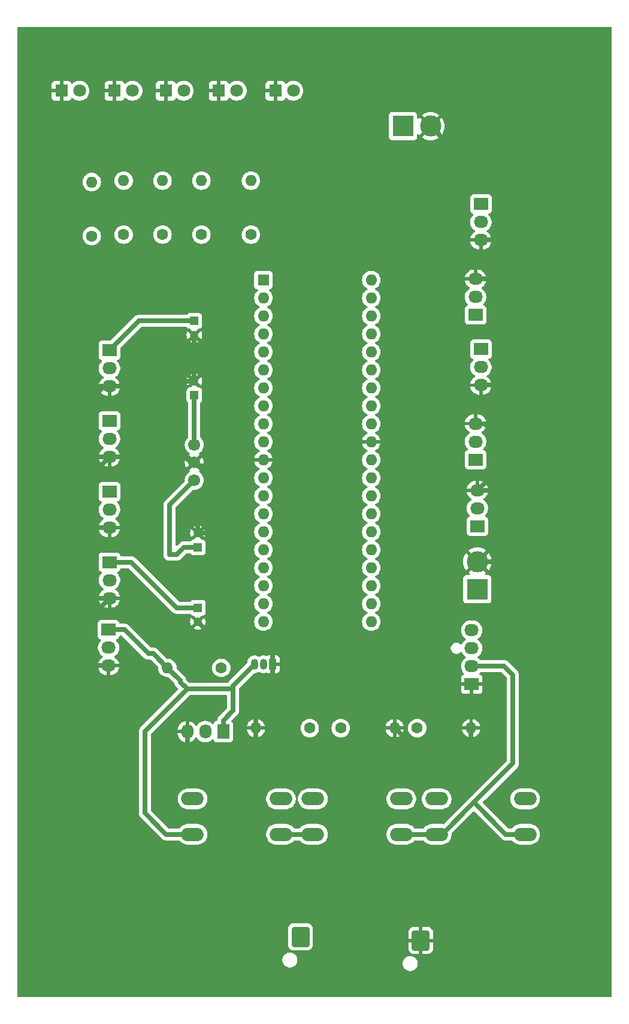
<source format=gbr>
%TF.GenerationSoftware,KiCad,Pcbnew,8.0.1*%
%TF.CreationDate,2024-06-24T22:12:17-03:00*%
%TF.ProjectId,House_Project,486f7573-655f-4507-926f-6a6563742e6b,rev?*%
%TF.SameCoordinates,Original*%
%TF.FileFunction,Copper,L1,Top*%
%TF.FilePolarity,Positive*%
%FSLAX46Y46*%
G04 Gerber Fmt 4.6, Leading zero omitted, Abs format (unit mm)*
G04 Created by KiCad (PCBNEW 8.0.1) date 2024-06-24 22:12:17*
%MOMM*%
%LPD*%
G01*
G04 APERTURE LIST*
G04 Aperture macros list*
%AMRoundRect*
0 Rectangle with rounded corners*
0 $1 Rounding radius*
0 $2 $3 $4 $5 $6 $7 $8 $9 X,Y pos of 4 corners*
0 Add a 4 corners polygon primitive as box body*
4,1,4,$2,$3,$4,$5,$6,$7,$8,$9,$2,$3,0*
0 Add four circle primitives for the rounded corners*
1,1,$1+$1,$2,$3*
1,1,$1+$1,$4,$5*
1,1,$1+$1,$6,$7*
1,1,$1+$1,$8,$9*
0 Add four rect primitives between the rounded corners*
20,1,$1+$1,$2,$3,$4,$5,0*
20,1,$1+$1,$4,$5,$6,$7,0*
20,1,$1+$1,$6,$7,$8,$9,0*
20,1,$1+$1,$8,$9,$2,$3,0*%
G04 Aperture macros list end*
%TA.AperFunction,ComponentPad*%
%ADD10R,1.600000X1.600000*%
%TD*%
%TA.AperFunction,ComponentPad*%
%ADD11O,1.600000X1.600000*%
%TD*%
%TA.AperFunction,ComponentPad*%
%ADD12C,1.600000*%
%TD*%
%TA.AperFunction,ComponentPad*%
%ADD13R,1.050000X1.500000*%
%TD*%
%TA.AperFunction,ComponentPad*%
%ADD14O,1.050000X1.500000*%
%TD*%
%TA.AperFunction,ComponentPad*%
%ADD15R,3.000000X3.000000*%
%TD*%
%TA.AperFunction,ComponentPad*%
%ADD16C,3.000000*%
%TD*%
%TA.AperFunction,ComponentPad*%
%ADD17R,1.800000X1.800000*%
%TD*%
%TA.AperFunction,ComponentPad*%
%ADD18C,1.800000*%
%TD*%
%TA.AperFunction,ComponentPad*%
%ADD19O,2.030000X1.730000*%
%TD*%
%TA.AperFunction,ComponentPad*%
%ADD20R,2.030000X1.730000*%
%TD*%
%TA.AperFunction,ComponentPad*%
%ADD21O,1.730000X2.030000*%
%TD*%
%TA.AperFunction,ComponentPad*%
%ADD22R,1.730000X2.030000*%
%TD*%
%TA.AperFunction,ComponentPad*%
%ADD23O,3.200000X1.900000*%
%TD*%
%TA.AperFunction,ComponentPad*%
%ADD24RoundRect,0.250000X-0.980000X-1.150000X0.980000X-1.150000X0.980000X1.150000X-0.980000X1.150000X0*%
%TD*%
%TA.AperFunction,ComponentPad*%
%ADD25C,1.700000*%
%TD*%
%TA.AperFunction,ComponentPad*%
%ADD26R,1.200000X1.200000*%
%TD*%
%TA.AperFunction,ComponentPad*%
%ADD27C,1.200000*%
%TD*%
%TA.AperFunction,Conductor*%
%ADD28C,0.700000*%
%TD*%
G04 APERTURE END LIST*
D10*
%TO.P,U1,1,PB0*%
%TO.N,PB0*%
X107760000Y-72720000D03*
D11*
%TO.P,U1,2,PB1*%
%TO.N,PB1*%
X107760000Y-75260000D03*
%TO.P,U1,3,PB2*%
%TO.N,PB2*%
X107760000Y-77800000D03*
%TO.P,U1,4,PB3*%
%TO.N,PB3*%
X107760000Y-80340000D03*
%TO.P,U1,5,PB4*%
%TO.N,PB4*%
X107760000Y-82880000D03*
%TO.P,U1,6,PB5*%
X107760000Y-85420000D03*
%TO.P,U1,7,PB6*%
%TO.N,unconnected-(U1-PB6-Pad7)*%
X107760000Y-87960000D03*
%TO.P,U1,8,PB7*%
%TO.N,unconnected-(U1-PB7-Pad8)*%
X107760000Y-90500000D03*
%TO.P,U1,9,~{RESET}*%
%TO.N,unconnected-(U1-~{RESET}-Pad9)*%
X107760000Y-93040000D03*
%TO.P,U1,10,VCC*%
%TO.N,VCC*%
X107760000Y-95580000D03*
%TO.P,U1,11,GND*%
%TO.N,GND*%
X107760000Y-98120000D03*
%TO.P,U1,12,XTAL2*%
%TO.N,Net-(U1-XTAL2)*%
X107760000Y-100660000D03*
%TO.P,U1,13,XTAL1*%
%TO.N,Net-(U1-XTAL1)*%
X107760000Y-103200000D03*
%TO.P,U1,14,PD0*%
%TO.N,PD0*%
X107760000Y-105740000D03*
%TO.P,U1,15,PD1*%
%TO.N,PD1*%
X107760000Y-108280000D03*
%TO.P,U1,16,PD2*%
%TO.N,PD2*%
X107760000Y-110820000D03*
%TO.P,U1,17,PD3*%
%TO.N,PD3*%
X107760000Y-113360000D03*
%TO.P,U1,18,PD4*%
%TO.N,PD4*%
X107760000Y-115900000D03*
%TO.P,U1,19,PD5*%
%TO.N,PD5*%
X107760000Y-118440000D03*
%TO.P,U1,20,PD6*%
%TO.N,PD6*%
X107760000Y-120980000D03*
%TO.P,U1,21,PD7*%
%TO.N,unconnected-(U1-PD7-Pad21)*%
X123000000Y-120980000D03*
%TO.P,U1,22,PC0*%
%TO.N,SDA*%
X123000000Y-118440000D03*
%TO.P,U1,23,PC1*%
%TO.N,SCL*%
X123000000Y-115900000D03*
%TO.P,U1,24,PC2*%
%TO.N,PC2*%
X123000000Y-113360000D03*
%TO.P,U1,25,PC3*%
%TO.N,PC3*%
X123000000Y-110820000D03*
%TO.P,U1,26,PC4*%
%TO.N,PC4*%
X123000000Y-108280000D03*
%TO.P,U1,27,PC5*%
%TO.N,PC5*%
X123000000Y-105740000D03*
%TO.P,U1,28,PC6*%
%TO.N,unconnected-(U1-PC6-Pad28)*%
X123000000Y-103200000D03*
%TO.P,U1,29,PC7*%
%TO.N,unconnected-(U1-PC7-Pad29)*%
X123000000Y-100660000D03*
%TO.P,U1,30,AVCC*%
%TO.N,VCC*%
X123000000Y-98120000D03*
%TO.P,U1,31,GND*%
%TO.N,GND*%
X123000000Y-95580000D03*
%TO.P,U1,32,AREF*%
%TO.N,unconnected-(U1-AREF-Pad32)*%
X123000000Y-93040000D03*
%TO.P,U1,33,PA7*%
%TO.N,unconnected-(U1-PA7-Pad33)*%
X123000000Y-90500000D03*
%TO.P,U1,34,PA6*%
%TO.N,unconnected-(U1-PA6-Pad34)*%
X123000000Y-87960000D03*
%TO.P,U1,35,PA5*%
%TO.N,unconnected-(U1-PA5-Pad35)*%
X123000000Y-85420000D03*
%TO.P,U1,36,PA4*%
%TO.N,PA4*%
X123000000Y-82880000D03*
%TO.P,U1,37,PA3*%
%TO.N,PA3*%
X123000000Y-80340000D03*
%TO.P,U1,38,PA2*%
%TO.N,PA2*%
X123000000Y-77800000D03*
%TO.P,U1,39,PA1*%
%TO.N,PA1*%
X123000000Y-75260000D03*
%TO.P,U1,40,PA0*%
%TO.N,PA0*%
X123000000Y-72720000D03*
%TD*%
D12*
%TO.P,R9-10KOhm1,1*%
%TO.N,PC4*%
X114310000Y-136000000D03*
D11*
%TO.P,R9-10KOhm1,2*%
%TO.N,GND*%
X106690000Y-136000000D03*
%TD*%
D13*
%TO.P,Temperatura1,1,GND*%
%TO.N,GND*%
X109040000Y-127000000D03*
D14*
%TO.P,Temperatura1,2,DQ*%
%TO.N,PD6*%
X107770000Y-127000000D03*
%TO.P,Temperatura1,3,V_{DD}*%
%TO.N,VCC*%
X106500000Y-127000000D03*
%TD*%
D15*
%TO.P,Rel\u00E9_AltoFalante1,1,Pin_1*%
%TO.N,PC5*%
X138000000Y-116380000D03*
D16*
%TO.P,Rel\u00E9_AltoFalante1,2,Pin_2*%
%TO.N,GND*%
X138000000Y-112500000D03*
%TD*%
D12*
%TO.P,R8-10KOhm1,1*%
%TO.N,PC3*%
X118690000Y-136000000D03*
D11*
%TO.P,R8-10KOhm1,2*%
%TO.N,GND*%
X126310000Y-136000000D03*
%TD*%
D12*
%TO.P,R7-10Khm1,1*%
%TO.N,PC2*%
X129500000Y-136000000D03*
D11*
%TO.P,R7-10Khm1,2*%
%TO.N,GND*%
X137120000Y-136000000D03*
%TD*%
D12*
%TO.P,R6-220Ohm1,1*%
%TO.N,PB4*%
X106000000Y-66310000D03*
D11*
%TO.P,R6-220Ohm1,2*%
%TO.N,Net-(Quintal1-A)*%
X106000000Y-58690000D03*
%TD*%
D12*
%TO.P,R5-220Ohm1,1*%
%TO.N,PB3*%
X99000000Y-66310000D03*
D11*
%TO.P,R5-220Ohm1,2*%
%TO.N,Net-(Cozinha1-A)*%
X99000000Y-58690000D03*
%TD*%
D12*
%TO.P,R4-220Ohm1,1*%
%TO.N,PB2*%
X83500000Y-66505000D03*
D11*
%TO.P,R4-220Ohm1,2*%
%TO.N,Net-(Banheiro1-A)*%
X83500000Y-58885000D03*
%TD*%
D12*
%TO.P,R3-220Ohm1,1*%
%TO.N,PB1*%
X88000000Y-66310000D03*
D11*
%TO.P,R3-220Ohm1,2*%
%TO.N,Net-(Quarto2-A)*%
X88000000Y-58690000D03*
%TD*%
D12*
%TO.P,R2-220Ohm1,1*%
%TO.N,PB0*%
X93500000Y-66310000D03*
D11*
%TO.P,R2-220Ohm1,2*%
%TO.N,Net-(Quarto1-A)*%
X93500000Y-58690000D03*
%TD*%
D12*
%TO.P,R1-4\u002C7kOhm1,1*%
%TO.N,PD6*%
X101810000Y-127500000D03*
D11*
%TO.P,R1-4\u002C7kOhm1,2*%
%TO.N,VCC*%
X94190000Y-127500000D03*
%TD*%
D17*
%TO.P,Quintal1,1,K*%
%TO.N,GND*%
X109460000Y-46000000D03*
D18*
%TO.P,Quintal1,2,A*%
%TO.N,Net-(Quintal1-A)*%
X112000000Y-46000000D03*
%TD*%
D17*
%TO.P,Quarto2,1,K*%
%TO.N,GND*%
X86725000Y-46000000D03*
D18*
%TO.P,Quarto2,2,A*%
%TO.N,Net-(Quarto2-A)*%
X89265000Y-46000000D03*
%TD*%
D17*
%TO.P,Quarto1,1,K*%
%TO.N,GND*%
X93960000Y-46000000D03*
D18*
%TO.P,Quarto1,2,A*%
%TO.N,Net-(Quarto1-A)*%
X96500000Y-46000000D03*
%TD*%
D19*
%TO.P,Presen6,3,Pin_3*%
%TO.N,GND*%
X85875000Y-127185000D03*
%TO.P,Presen6,2,Pin_2*%
%TO.N,PD5*%
X85875000Y-124645000D03*
D20*
%TO.P,Presen6,1,Pin_1*%
%TO.N,VCC*%
X85875000Y-122105000D03*
%TD*%
D19*
%TO.P,Presen5,3,Pin_3*%
%TO.N,GND*%
X86000000Y-117655000D03*
%TO.P,Presen5,2,Pin_2*%
%TO.N,PD4*%
X86000000Y-115115000D03*
D20*
%TO.P,Presen5,1,Pin_1*%
%TO.N,VCC*%
X86000000Y-112575000D03*
%TD*%
D19*
%TO.P,Presen4,3,Pin_3*%
%TO.N,GND*%
X86000000Y-107695000D03*
%TO.P,Presen4,2,Pin_2*%
%TO.N,PD3*%
X86000000Y-105155000D03*
D20*
%TO.P,Presen4,1,Pin_1*%
%TO.N,VCC*%
X86000000Y-102615000D03*
%TD*%
D19*
%TO.P,Presen3,3,Pin_3*%
%TO.N,GND*%
X86000000Y-97695000D03*
%TO.P,Presen3,2,Pin_2*%
%TO.N,PD2*%
X86000000Y-95155000D03*
D20*
%TO.P,Presen3,1,Pin_1*%
%TO.N,VCC*%
X86000000Y-92615000D03*
%TD*%
D19*
%TO.P,Presen2,3,Pin_3*%
%TO.N,GND*%
X86000000Y-87735000D03*
%TO.P,Presen2,2,Pin_2*%
%TO.N,PD1*%
X86000000Y-85195000D03*
D20*
%TO.P,Presen2,1,Pin_1*%
%TO.N,VCC*%
X86000000Y-82655000D03*
%TD*%
D21*
%TO.P,Presen1,3,Pin_3*%
%TO.N,GND*%
X97000000Y-136500000D03*
%TO.P,Presen1,2,Pin_2*%
%TO.N,PD0*%
X99540000Y-136500000D03*
D22*
%TO.P,Presen1,1,Pin_1*%
%TO.N,VCC*%
X102080000Y-136500000D03*
%TD*%
D23*
%TO.P,Ligar/Desligar_Alarme1,1,1*%
%TO.N,VCC*%
X127250000Y-151000000D03*
X114750000Y-151000000D03*
%TO.P,Ligar/Desligar_Alarme1,2,2*%
%TO.N,PC3*%
X127250000Y-146000000D03*
X114750000Y-146000000D03*
%TD*%
D20*
%TO.P,LCD16x2,1,Pin_1*%
%TO.N,GND*%
X137200000Y-129800000D03*
D19*
%TO.P,LCD16x2,2,Pin_2*%
%TO.N,VCC*%
X137200000Y-127260000D03*
%TO.P,LCD16x2,3,Pin_3*%
%TO.N,SDA*%
X137200000Y-124720000D03*
%TO.P,LCD16x2,4,Pin_4*%
%TO.N,SCL*%
X137200000Y-122180000D03*
%TD*%
D24*
%TO.P,GND1,1,Pin_1*%
%TO.N,GND*%
X130000000Y-166000000D03*
%TD*%
D20*
%TO.P,Gas5,1,Pin_1*%
%TO.N,VCC*%
X138500000Y-62000000D03*
D19*
%TO.P,Gas5,2,Pin_2*%
%TO.N,PA0*%
X138500000Y-64540000D03*
%TO.P,Gas5,3,Pin_3*%
%TO.N,GND*%
X138500000Y-67080000D03*
%TD*%
D20*
%TO.P,Gas4,1,Pin_1*%
%TO.N,VCC*%
X137750000Y-77655000D03*
D19*
%TO.P,Gas4,2,Pin_2*%
%TO.N,PA1*%
X137750000Y-75115000D03*
%TO.P,Gas4,3,Pin_3*%
%TO.N,GND*%
X137750000Y-72575000D03*
%TD*%
D20*
%TO.P,Gas3,1,Pin_1*%
%TO.N,VCC*%
X138500000Y-82500000D03*
D19*
%TO.P,Gas3,2,Pin_2*%
%TO.N,PA2*%
X138500000Y-85040000D03*
%TO.P,Gas3,3,Pin_3*%
%TO.N,GND*%
X138500000Y-87580000D03*
%TD*%
D20*
%TO.P,Gas2,1,Pin_1*%
%TO.N,VCC*%
X137750000Y-98080000D03*
D19*
%TO.P,Gas2,2,Pin_2*%
%TO.N,PA3*%
X137750000Y-95540000D03*
%TO.P,Gas2,3,Pin_3*%
%TO.N,GND*%
X137750000Y-93000000D03*
%TD*%
D20*
%TO.P,Gas1,1,Pin_1*%
%TO.N,VCC*%
X138000000Y-107500000D03*
D19*
%TO.P,Gas1,2,Pin_2*%
%TO.N,PA4*%
X138000000Y-104960000D03*
%TO.P,Gas1,3,Pin_3*%
%TO.N,GND*%
X138000000Y-102420000D03*
%TD*%
D23*
%TO.P,Desligar_AlarmeSonoro1,1,1*%
%TO.N,VCC*%
X110250000Y-151000000D03*
X97750000Y-151000000D03*
%TO.P,Desligar_AlarmeSonoro1,2,2*%
%TO.N,PC4*%
X110250000Y-146000000D03*
X97750000Y-146000000D03*
%TD*%
D25*
%TO.P,Cristal-16MHz1,1,1*%
%TO.N,Net-(U1-XTAL1)*%
X98000000Y-101000000D03*
%TO.P,Cristal-16MHz1,2,2*%
%TO.N,GND*%
X98000000Y-98500000D03*
%TO.P,Cristal-16MHz1,3,3*%
%TO.N,Net-(U1-XTAL2)*%
X98000000Y-96000000D03*
%TD*%
D17*
%TO.P,Cozinha1,1,K*%
%TO.N,GND*%
X101460000Y-46000000D03*
D18*
%TO.P,Cozinha1,2,A*%
%TO.N,Net-(Cozinha1-A)*%
X104000000Y-46000000D03*
%TD*%
D26*
%TO.P,C4-22pF1,1*%
%TO.N,Net-(U1-XTAL2)*%
X98000000Y-89000000D03*
D27*
%TO.P,C4-22pF1,2*%
%TO.N,GND*%
X98000000Y-87000000D03*
%TD*%
D26*
%TO.P,C3-22pF1,1*%
%TO.N,Net-(U1-XTAL1)*%
X98500000Y-110472600D03*
D27*
%TO.P,C3-22pF1,2*%
%TO.N,GND*%
X98500000Y-108472600D03*
%TD*%
D26*
%TO.P,C2-100nF1,1*%
%TO.N,VCC*%
X98000000Y-78500000D03*
D27*
%TO.P,C2-100nF1,2*%
%TO.N,GND*%
X98000000Y-80500000D03*
%TD*%
D26*
%TO.P,C1-100nF1,1*%
%TO.N,VCC*%
X98500000Y-119000000D03*
D27*
%TO.P,C1-100nF1,2*%
%TO.N,GND*%
X98500000Y-121000000D03*
%TD*%
D15*
%TO.P,Buzzer_Gas1,1,Pin_1*%
%TO.N,PB4*%
X127500000Y-51000000D03*
D16*
%TO.P,Buzzer_Gas1,2,Pin_2*%
%TO.N,GND*%
X131380000Y-51000000D03*
%TD*%
D17*
%TO.P,Banheiro1,1,K*%
%TO.N,GND*%
X79225000Y-46000000D03*
D18*
%TO.P,Banheiro1,2,A*%
%TO.N,Net-(Banheiro1-A)*%
X81765000Y-46000000D03*
%TD*%
D23*
%TO.P,Alterar_Temp1,1,1*%
%TO.N,VCC*%
X144750000Y-151000000D03*
X132250000Y-151000000D03*
%TO.P,Alterar_Temp1,2,2*%
%TO.N,PC2*%
X144750000Y-146000000D03*
X132250000Y-146000000D03*
%TD*%
D24*
%TO.P,+5,1,Pin_1*%
%TO.N,VCC*%
X113000000Y-165500000D03*
%TD*%
D28*
%TO.N,GND*%
X129810000Y-139500000D02*
X126310000Y-136000000D01*
X137120000Y-137380000D02*
X135000000Y-139500000D01*
X137120000Y-136000000D02*
X137120000Y-137380000D01*
X135000000Y-139500000D02*
X129810000Y-139500000D01*
X106690000Y-132310000D02*
X109040000Y-129960000D01*
X106690000Y-136000000D02*
X106690000Y-132310000D01*
X106690000Y-139310000D02*
X106690000Y-136000000D01*
X98000000Y-140500000D02*
X105500000Y-140500000D01*
X97000000Y-139500000D02*
X98000000Y-140500000D01*
X105500000Y-140500000D02*
X106690000Y-139310000D01*
X97000000Y-136500000D02*
X97000000Y-139500000D01*
%TO.N,VCC*%
X102080000Y-134920000D02*
X103500000Y-133500000D01*
X102080000Y-136500000D02*
X102080000Y-134920000D01*
X103500000Y-133500000D02*
X103500000Y-130500000D01*
%TO.N,GND*%
X103000000Y-111000000D02*
X103000000Y-124000000D01*
X101500000Y-124000000D02*
X103000000Y-124000000D01*
X103000000Y-124000000D02*
X107500000Y-124000000D01*
X100472600Y-108472600D02*
X103000000Y-111000000D01*
X98500000Y-108472600D02*
X100472600Y-108472600D01*
%TO.N,VCC*%
X144750000Y-151000000D02*
X142000000Y-151000000D01*
X137500000Y-146500000D02*
X143000000Y-141000000D01*
X142000000Y-151000000D02*
X137500000Y-146500000D01*
X133000000Y-151000000D02*
X137500000Y-146500000D01*
%TO.N,GND*%
X143000000Y-105000000D02*
X143000000Y-111000000D01*
X143000000Y-111000000D02*
X141500000Y-112500000D01*
X140420000Y-102420000D02*
X143000000Y-105000000D01*
X138000000Y-102420000D02*
X140420000Y-102420000D01*
X141500000Y-112500000D02*
X138000000Y-112500000D01*
X142500000Y-97920000D02*
X138000000Y-102420000D01*
X142500000Y-96500000D02*
X142500000Y-97920000D01*
X96695000Y-97695000D02*
X86000000Y-97695000D01*
X97500000Y-98500000D02*
X96695000Y-97695000D01*
X98000000Y-98500000D02*
X97500000Y-98500000D01*
%TO.N,VCC*%
X94000000Y-151000000D02*
X91000000Y-148000000D01*
X91000000Y-136500000D02*
X97000000Y-130500000D01*
X97750000Y-151000000D02*
X94000000Y-151000000D01*
X91000000Y-148000000D02*
X91000000Y-136500000D01*
X96000000Y-129500000D02*
X96000000Y-129310000D01*
X97000000Y-130500000D02*
X96000000Y-129500000D01*
X96000000Y-129310000D02*
X94190000Y-127500000D01*
X103500000Y-130500000D02*
X97000000Y-130500000D01*
X103500000Y-130000000D02*
X103500000Y-130500000D01*
X106500000Y-127000000D02*
X103500000Y-130000000D01*
%TO.N,GND*%
X109040000Y-125540000D02*
X109040000Y-127000000D01*
X107500000Y-124000000D02*
X109040000Y-125540000D01*
X98500000Y-121000000D02*
X101500000Y-124000000D01*
%TO.N,VCC*%
X95500000Y-119000000D02*
X89075000Y-112575000D01*
X98500000Y-119000000D02*
X95500000Y-119000000D01*
X89075000Y-112575000D02*
X86000000Y-112575000D01*
%TO.N,GND*%
X137500000Y-53000000D02*
X133380000Y-53000000D01*
X145500000Y-61000000D02*
X137500000Y-53000000D01*
X133380000Y-53000000D02*
X131380000Y-51000000D01*
X145500000Y-62000000D02*
X145500000Y-61000000D01*
X140420000Y-67080000D02*
X145500000Y-62000000D01*
X138500000Y-67080000D02*
X140420000Y-67080000D01*
X142000000Y-82500000D02*
X142000000Y-74000000D01*
X143000000Y-83500000D02*
X142000000Y-82500000D01*
X143000000Y-84500000D02*
X143000000Y-83500000D01*
X139920000Y-87580000D02*
X143000000Y-84500000D01*
X138500000Y-87580000D02*
X139920000Y-87580000D01*
X142000000Y-74000000D02*
X140575000Y-72575000D01*
X140575000Y-72575000D02*
X137750000Y-72575000D01*
X139000000Y-93000000D02*
X137750000Y-93000000D01*
X142500000Y-96500000D02*
X139000000Y-93000000D01*
X109040000Y-129960000D02*
X109040000Y-127000000D01*
%TO.N,VCC*%
X141760000Y-127260000D02*
X137200000Y-127260000D01*
X143000000Y-141000000D02*
X143000000Y-128500000D01*
X143000000Y-128500000D02*
X141760000Y-127260000D01*
X132250000Y-151000000D02*
X133000000Y-151000000D01*
X127250000Y-151000000D02*
X132250000Y-151000000D01*
X110250000Y-151000000D02*
X114750000Y-151000000D01*
X92190000Y-125500000D02*
X94190000Y-127500000D01*
X88105000Y-122105000D02*
X91500000Y-125500000D01*
X85875000Y-122105000D02*
X88105000Y-122105000D01*
X91500000Y-125500000D02*
X92190000Y-125500000D01*
%TO.N,GND*%
X98500000Y-99000000D02*
X98000000Y-98500000D01*
X100500000Y-99000000D02*
X98500000Y-99000000D01*
X100500000Y-103000000D02*
X100500000Y-99000000D01*
X101000000Y-103500000D02*
X100500000Y-103000000D01*
X101000000Y-104500000D02*
X101000000Y-103500000D01*
X98500000Y-107000000D02*
X101000000Y-104500000D01*
X98500000Y-108472600D02*
X98500000Y-107000000D01*
%TO.N,Net-(U1-XTAL1)*%
X95500000Y-111500000D02*
X96527400Y-110472600D01*
X94500000Y-111500000D02*
X95500000Y-111500000D01*
X94500000Y-104500000D02*
X94500000Y-111500000D01*
X96527400Y-110472600D02*
X98500000Y-110472600D01*
X98000000Y-101000000D02*
X94500000Y-104500000D01*
%TO.N,Net-(U1-XTAL2)*%
X98000000Y-96000000D02*
X98000000Y-89000000D01*
%TO.N,GND*%
X98000000Y-80500000D02*
X98000000Y-87000000D01*
X88735000Y-87735000D02*
X86000000Y-87735000D01*
X89000000Y-88000000D02*
X88735000Y-87735000D01*
X90000000Y-87000000D02*
X89000000Y-88000000D01*
X98000000Y-87000000D02*
X90000000Y-87000000D01*
%TO.N,VCC*%
X90155000Y-78500000D02*
X86000000Y-82655000D01*
X98000000Y-78500000D02*
X90155000Y-78500000D01*
%TO.N,GND*%
X86000000Y-87735000D02*
X84735000Y-87735000D01*
X81000000Y-92000000D02*
X85265000Y-87735000D01*
X81000000Y-94500000D02*
X81000000Y-92000000D01*
X85265000Y-87735000D02*
X86000000Y-87735000D01*
X84195000Y-97695000D02*
X81000000Y-94500000D01*
X86000000Y-97695000D02*
X84195000Y-97695000D01*
X81500000Y-102195000D02*
X86000000Y-97695000D01*
X81500000Y-105390000D02*
X81500000Y-102195000D01*
X83805000Y-107695000D02*
X81500000Y-105390000D01*
X83805000Y-107695000D02*
X86000000Y-107695000D01*
X81500000Y-109000000D02*
X82500000Y-109000000D01*
X82500000Y-109000000D02*
X83805000Y-107695000D01*
X81500000Y-114000000D02*
X81500000Y-109000000D01*
X80500000Y-115000000D02*
X81500000Y-114000000D01*
X83155000Y-117655000D02*
X80500000Y-115000000D01*
X86000000Y-117655000D02*
X83155000Y-117655000D01*
X81500000Y-124500000D02*
X81500000Y-122155000D01*
X81500000Y-122155000D02*
X86000000Y-117655000D01*
X84185000Y-127185000D02*
X81500000Y-124500000D01*
X85875000Y-127185000D02*
X84185000Y-127185000D01*
%TD*%
%TA.AperFunction,Conductor*%
%TO.N,GND*%
G36*
X156943039Y-37019685D02*
G01*
X156988794Y-37072489D01*
X157000000Y-37124000D01*
X157000000Y-173876000D01*
X156980315Y-173943039D01*
X156927511Y-173988794D01*
X156876000Y-174000000D01*
X73124000Y-174000000D01*
X73056961Y-173980315D01*
X73011206Y-173927511D01*
X73000000Y-173876000D01*
X73000000Y-168853469D01*
X110449500Y-168853469D01*
X110489868Y-169056412D01*
X110489870Y-169056420D01*
X110569058Y-169247596D01*
X110684024Y-169419657D01*
X110830342Y-169565975D01*
X110830345Y-169565977D01*
X111002402Y-169680941D01*
X111193580Y-169760130D01*
X111396530Y-169800499D01*
X111396534Y-169800500D01*
X111396535Y-169800500D01*
X111603466Y-169800500D01*
X111603467Y-169800499D01*
X111806420Y-169760130D01*
X111997598Y-169680941D01*
X112169655Y-169565977D01*
X112315977Y-169419655D01*
X112360201Y-169353469D01*
X127449500Y-169353469D01*
X127489868Y-169556412D01*
X127489870Y-169556420D01*
X127541448Y-169680941D01*
X127569059Y-169747598D01*
X127604406Y-169800499D01*
X127684024Y-169919657D01*
X127830342Y-170065975D01*
X127830345Y-170065977D01*
X128002402Y-170180941D01*
X128193580Y-170260130D01*
X128396530Y-170300499D01*
X128396534Y-170300500D01*
X128396535Y-170300500D01*
X128603466Y-170300500D01*
X128603467Y-170300499D01*
X128806420Y-170260130D01*
X128997598Y-170180941D01*
X129169655Y-170065977D01*
X129315977Y-169919655D01*
X129430941Y-169747598D01*
X129510130Y-169556420D01*
X129550500Y-169353465D01*
X129550500Y-169146535D01*
X129510130Y-168943580D01*
X129430941Y-168752402D01*
X129315977Y-168580345D01*
X129315975Y-168580342D01*
X129169657Y-168434024D01*
X129083626Y-168376541D01*
X128997598Y-168319059D01*
X128806420Y-168239870D01*
X128806412Y-168239868D01*
X128603469Y-168199500D01*
X128603465Y-168199500D01*
X128396535Y-168199500D01*
X128396530Y-168199500D01*
X128193587Y-168239868D01*
X128193579Y-168239870D01*
X128002403Y-168319058D01*
X127830342Y-168434024D01*
X127684024Y-168580342D01*
X127569058Y-168752403D01*
X127489870Y-168943579D01*
X127489868Y-168943587D01*
X127449500Y-169146530D01*
X127449500Y-169353469D01*
X112360201Y-169353469D01*
X112430941Y-169247598D01*
X112510130Y-169056420D01*
X112550500Y-168853465D01*
X112550500Y-168646535D01*
X112510130Y-168443580D01*
X112430941Y-168252402D01*
X112315977Y-168080345D01*
X112315975Y-168080342D01*
X112169657Y-167934024D01*
X112083626Y-167876541D01*
X111997598Y-167819059D01*
X111806420Y-167739870D01*
X111806412Y-167739868D01*
X111603469Y-167699500D01*
X111603465Y-167699500D01*
X111396535Y-167699500D01*
X111396530Y-167699500D01*
X111193587Y-167739868D01*
X111193579Y-167739870D01*
X111002403Y-167819058D01*
X110830342Y-167934024D01*
X110684024Y-168080342D01*
X110569058Y-168252403D01*
X110489870Y-168443579D01*
X110489868Y-168443587D01*
X110449500Y-168646530D01*
X110449500Y-168853469D01*
X73000000Y-168853469D01*
X73000000Y-166700001D01*
X111269500Y-166700001D01*
X111269501Y-166700018D01*
X111280000Y-166802796D01*
X111280001Y-166802799D01*
X111300750Y-166865414D01*
X111335186Y-166969334D01*
X111427288Y-167118656D01*
X111551344Y-167242712D01*
X111700666Y-167334814D01*
X111867203Y-167389999D01*
X111969991Y-167400500D01*
X114030008Y-167400499D01*
X114132797Y-167389999D01*
X114299334Y-167334814D01*
X114448656Y-167242712D01*
X114572712Y-167118656D01*
X114664814Y-166969334D01*
X114719999Y-166802797D01*
X114730500Y-166700009D01*
X114730500Y-165750000D01*
X128270000Y-165750000D01*
X129132096Y-165750000D01*
X129100000Y-165911358D01*
X129100000Y-166088642D01*
X129132096Y-166250000D01*
X128270001Y-166250000D01*
X128270001Y-167199986D01*
X128280494Y-167302697D01*
X128335641Y-167469119D01*
X128335643Y-167469124D01*
X128427684Y-167618345D01*
X128551654Y-167742315D01*
X128700875Y-167834356D01*
X128700880Y-167834358D01*
X128867302Y-167889505D01*
X128867309Y-167889506D01*
X128970019Y-167899999D01*
X129749999Y-167899999D01*
X129750000Y-167899998D01*
X129750000Y-166867904D01*
X129911358Y-166900000D01*
X130088642Y-166900000D01*
X130250000Y-166867904D01*
X130250000Y-167899999D01*
X131029972Y-167899999D01*
X131029986Y-167899998D01*
X131132697Y-167889505D01*
X131299119Y-167834358D01*
X131299124Y-167834356D01*
X131448345Y-167742315D01*
X131572315Y-167618345D01*
X131664356Y-167469124D01*
X131664358Y-167469119D01*
X131719505Y-167302697D01*
X131719506Y-167302690D01*
X131729999Y-167199986D01*
X131730000Y-167199973D01*
X131730000Y-166250000D01*
X130867904Y-166250000D01*
X130900000Y-166088642D01*
X130900000Y-165911358D01*
X130867904Y-165750000D01*
X131729999Y-165750000D01*
X131729999Y-164800028D01*
X131729998Y-164800013D01*
X131719505Y-164697302D01*
X131664358Y-164530880D01*
X131664356Y-164530875D01*
X131572315Y-164381654D01*
X131448345Y-164257684D01*
X131299124Y-164165643D01*
X131299119Y-164165641D01*
X131132697Y-164110494D01*
X131132690Y-164110493D01*
X131029986Y-164100000D01*
X130250000Y-164100000D01*
X130250000Y-165132095D01*
X130088642Y-165100000D01*
X129911358Y-165100000D01*
X129750000Y-165132095D01*
X129750000Y-164100000D01*
X128970028Y-164100000D01*
X128970012Y-164100001D01*
X128867302Y-164110494D01*
X128700880Y-164165641D01*
X128700875Y-164165643D01*
X128551654Y-164257684D01*
X128427684Y-164381654D01*
X128335643Y-164530875D01*
X128335641Y-164530880D01*
X128280494Y-164697302D01*
X128280493Y-164697309D01*
X128270000Y-164800013D01*
X128270000Y-165750000D01*
X114730500Y-165750000D01*
X114730499Y-164299992D01*
X114719999Y-164197203D01*
X114664814Y-164030666D01*
X114572712Y-163881344D01*
X114448656Y-163757288D01*
X114299334Y-163665186D01*
X114132797Y-163610001D01*
X114132795Y-163610000D01*
X114030010Y-163599500D01*
X111969998Y-163599500D01*
X111969981Y-163599501D01*
X111867203Y-163610000D01*
X111867200Y-163610001D01*
X111700668Y-163665185D01*
X111700663Y-163665187D01*
X111551342Y-163757289D01*
X111427289Y-163881342D01*
X111335187Y-164030663D01*
X111335186Y-164030666D01*
X111280001Y-164197203D01*
X111280001Y-164197204D01*
X111280000Y-164197204D01*
X111269500Y-164299983D01*
X111269500Y-166700001D01*
X73000000Y-166700001D01*
X73000000Y-124752465D01*
X84359500Y-124752465D01*
X84393124Y-124964756D01*
X84393124Y-124964759D01*
X84459540Y-125169167D01*
X84459541Y-125169170D01*
X84547496Y-125341790D01*
X84557120Y-125360678D01*
X84683455Y-125534563D01*
X84835437Y-125686545D01*
X84835440Y-125686547D01*
X85012226Y-125814990D01*
X85054892Y-125870320D01*
X85060871Y-125939933D01*
X85028265Y-126001728D01*
X85012227Y-126015626D01*
X84835760Y-126143838D01*
X84835759Y-126143838D01*
X84683838Y-126295759D01*
X84557547Y-126469583D01*
X84460003Y-126661024D01*
X84393610Y-126865364D01*
X84382581Y-126935000D01*
X85430440Y-126935000D01*
X85399755Y-126988147D01*
X85365000Y-127117857D01*
X85365000Y-127252143D01*
X85399755Y-127381853D01*
X85430440Y-127435000D01*
X84382581Y-127435000D01*
X84393610Y-127504635D01*
X84460003Y-127708975D01*
X84557547Y-127900416D01*
X84683838Y-128074240D01*
X84835759Y-128226161D01*
X85009583Y-128352452D01*
X85201024Y-128449996D01*
X85405358Y-128516388D01*
X85617573Y-128550000D01*
X85625000Y-128550000D01*
X85625000Y-127629560D01*
X85678147Y-127660245D01*
X85807857Y-127695000D01*
X85942143Y-127695000D01*
X86071853Y-127660245D01*
X86125000Y-127629560D01*
X86125000Y-128550000D01*
X86132427Y-128550000D01*
X86344639Y-128516388D01*
X86344642Y-128516388D01*
X86548975Y-128449996D01*
X86740416Y-128352452D01*
X86914240Y-128226161D01*
X87066161Y-128074240D01*
X87192452Y-127900416D01*
X87289996Y-127708975D01*
X87356389Y-127504635D01*
X87367419Y-127435000D01*
X86319560Y-127435000D01*
X86350245Y-127381853D01*
X86385000Y-127252143D01*
X86385000Y-127117857D01*
X86350245Y-126988147D01*
X86319560Y-126935000D01*
X87367419Y-126935000D01*
X87356389Y-126865364D01*
X87289996Y-126661024D01*
X87192452Y-126469583D01*
X87066161Y-126295759D01*
X86914240Y-126143838D01*
X86737772Y-126015626D01*
X86695107Y-125960296D01*
X86689128Y-125890682D01*
X86721734Y-125828888D01*
X86737773Y-125814990D01*
X86740675Y-125812881D01*
X86740678Y-125812880D01*
X86914563Y-125686545D01*
X87066545Y-125534563D01*
X87192880Y-125360678D01*
X87290458Y-125169170D01*
X87356876Y-124964755D01*
X87390500Y-124752467D01*
X87390500Y-124537533D01*
X87356876Y-124325245D01*
X87356875Y-124325241D01*
X87356875Y-124325240D01*
X87290459Y-124120832D01*
X87290458Y-124120829D01*
X87192879Y-123929321D01*
X87185744Y-123919500D01*
X87066545Y-123755437D01*
X86972018Y-123660910D01*
X86938533Y-123599587D01*
X86943517Y-123529895D01*
X86985389Y-123473962D01*
X87016362Y-123457049D01*
X87132331Y-123413796D01*
X87247546Y-123327546D01*
X87333796Y-123212331D01*
X87384091Y-123077483D01*
X87385299Y-123066244D01*
X87412035Y-123001696D01*
X87469426Y-122961846D01*
X87508588Y-122955500D01*
X87701349Y-122955500D01*
X87768388Y-122975185D01*
X87789030Y-122991819D01*
X90957831Y-126160620D01*
X90957834Y-126160622D01*
X90957838Y-126160626D01*
X91097137Y-126253704D01*
X91206584Y-126299037D01*
X91251918Y-126317816D01*
X91416228Y-126350499D01*
X91416232Y-126350500D01*
X91416233Y-126350500D01*
X91786349Y-126350500D01*
X91853388Y-126370185D01*
X91874030Y-126386819D01*
X92851905Y-127364693D01*
X92885390Y-127426016D01*
X92887752Y-127463178D01*
X92884532Y-127499994D01*
X92884532Y-127500001D01*
X92904364Y-127726686D01*
X92904366Y-127726697D01*
X92963258Y-127946488D01*
X92963261Y-127946497D01*
X93059431Y-128152732D01*
X93059432Y-128152734D01*
X93189954Y-128339141D01*
X93350858Y-128500045D01*
X93350861Y-128500047D01*
X93537266Y-128630568D01*
X93743504Y-128726739D01*
X93963308Y-128785635D01*
X94190000Y-128805468D01*
X94226816Y-128802246D01*
X94295313Y-128816011D01*
X94325304Y-128838093D01*
X95142398Y-129655187D01*
X95175883Y-129716510D01*
X95176334Y-129718675D01*
X95182182Y-129748077D01*
X95182185Y-129748086D01*
X95200961Y-129793414D01*
X95200962Y-129793416D01*
X95246296Y-129902863D01*
X95246297Y-129902866D01*
X95339372Y-130042161D01*
X95339375Y-130042165D01*
X95709529Y-130412319D01*
X95743014Y-130473642D01*
X95738030Y-130543334D01*
X95709529Y-130587681D01*
X90339375Y-135957834D01*
X90339372Y-135957838D01*
X90246299Y-136097130D01*
X90246296Y-136097136D01*
X90246296Y-136097137D01*
X90201516Y-136205248D01*
X90201516Y-136205249D01*
X90182185Y-136251914D01*
X90182182Y-136251924D01*
X90149500Y-136416228D01*
X90149500Y-148083771D01*
X90182181Y-148248073D01*
X90182184Y-148248082D01*
X90246296Y-148402863D01*
X90246297Y-148402866D01*
X90339372Y-148542161D01*
X90339375Y-148542165D01*
X93457834Y-151660624D01*
X93457838Y-151660627D01*
X93597137Y-151753704D01*
X93597139Y-151753705D01*
X93597143Y-151753707D01*
X93679222Y-151787703D01*
X93706584Y-151799037D01*
X93751918Y-151817816D01*
X93916228Y-151850499D01*
X93916232Y-151850500D01*
X93916233Y-151850500D01*
X93916234Y-151850500D01*
X94083767Y-151850500D01*
X95861827Y-151850500D01*
X95928866Y-151870185D01*
X95962144Y-151901614D01*
X95990449Y-151940571D01*
X95993621Y-151944937D01*
X96155063Y-152106379D01*
X96339772Y-152240579D01*
X96435884Y-152289550D01*
X96543196Y-152344229D01*
X96543198Y-152344229D01*
X96543201Y-152344231D01*
X96659592Y-152382049D01*
X96760339Y-152414784D01*
X96985838Y-152450500D01*
X96985843Y-152450500D01*
X98514162Y-152450500D01*
X98739660Y-152414784D01*
X98956799Y-152344231D01*
X99160228Y-152240579D01*
X99344937Y-152106379D01*
X99506379Y-151944937D01*
X99640579Y-151760228D01*
X99744231Y-151556799D01*
X99814784Y-151339660D01*
X99850500Y-151114162D01*
X108149500Y-151114162D01*
X108185215Y-151339660D01*
X108255770Y-151556803D01*
X108356095Y-151753700D01*
X108359421Y-151760228D01*
X108493621Y-151944937D01*
X108655063Y-152106379D01*
X108839772Y-152240579D01*
X108935884Y-152289550D01*
X109043196Y-152344229D01*
X109043198Y-152344229D01*
X109043201Y-152344231D01*
X109159592Y-152382049D01*
X109260339Y-152414784D01*
X109485838Y-152450500D01*
X109485843Y-152450500D01*
X111014162Y-152450500D01*
X111239660Y-152414784D01*
X111456799Y-152344231D01*
X111660228Y-152240579D01*
X111844937Y-152106379D01*
X112006379Y-151944937D01*
X112024825Y-151919547D01*
X112037856Y-151901614D01*
X112093186Y-151858948D01*
X112138173Y-151850500D01*
X112861827Y-151850500D01*
X112928866Y-151870185D01*
X112962144Y-151901614D01*
X112990449Y-151940571D01*
X112993621Y-151944937D01*
X113155063Y-152106379D01*
X113339772Y-152240579D01*
X113435884Y-152289550D01*
X113543196Y-152344229D01*
X113543198Y-152344229D01*
X113543201Y-152344231D01*
X113659592Y-152382049D01*
X113760339Y-152414784D01*
X113985838Y-152450500D01*
X113985843Y-152450500D01*
X115514162Y-152450500D01*
X115739660Y-152414784D01*
X115956799Y-152344231D01*
X116160228Y-152240579D01*
X116344937Y-152106379D01*
X116506379Y-151944937D01*
X116640579Y-151760228D01*
X116744231Y-151556799D01*
X116814784Y-151339660D01*
X116850500Y-151114162D01*
X125149500Y-151114162D01*
X125185215Y-151339660D01*
X125255770Y-151556803D01*
X125356095Y-151753700D01*
X125359421Y-151760228D01*
X125493621Y-151944937D01*
X125655063Y-152106379D01*
X125839772Y-152240579D01*
X125935884Y-152289550D01*
X126043196Y-152344229D01*
X126043198Y-152344229D01*
X126043201Y-152344231D01*
X126159592Y-152382049D01*
X126260339Y-152414784D01*
X126485838Y-152450500D01*
X126485843Y-152450500D01*
X128014162Y-152450500D01*
X128239660Y-152414784D01*
X128456799Y-152344231D01*
X128660228Y-152240579D01*
X128844937Y-152106379D01*
X129006379Y-151944937D01*
X129024825Y-151919547D01*
X129037856Y-151901614D01*
X129093186Y-151858948D01*
X129138173Y-151850500D01*
X130361827Y-151850500D01*
X130428866Y-151870185D01*
X130462144Y-151901614D01*
X130490449Y-151940571D01*
X130493621Y-151944937D01*
X130655063Y-152106379D01*
X130839772Y-152240579D01*
X130935884Y-152289550D01*
X131043196Y-152344229D01*
X131043198Y-152344229D01*
X131043201Y-152344231D01*
X131159592Y-152382049D01*
X131260339Y-152414784D01*
X131485838Y-152450500D01*
X131485843Y-152450500D01*
X133014162Y-152450500D01*
X133239660Y-152414784D01*
X133456799Y-152344231D01*
X133660228Y-152240579D01*
X133844937Y-152106379D01*
X134006379Y-151944937D01*
X134140579Y-151760228D01*
X134244231Y-151556799D01*
X134314784Y-151339660D01*
X134350500Y-151114162D01*
X134350500Y-150903650D01*
X134370185Y-150836611D01*
X134386819Y-150815969D01*
X135666031Y-149536757D01*
X137412322Y-147790466D01*
X137473641Y-147756984D01*
X137543333Y-147761968D01*
X137587680Y-147790469D01*
X141457834Y-151660624D01*
X141457838Y-151660627D01*
X141597137Y-151753704D01*
X141597139Y-151753705D01*
X141597143Y-151753707D01*
X141679222Y-151787703D01*
X141706584Y-151799037D01*
X141751918Y-151817816D01*
X141916228Y-151850499D01*
X141916232Y-151850500D01*
X141916233Y-151850500D01*
X142083767Y-151850500D01*
X142861827Y-151850500D01*
X142928866Y-151870185D01*
X142962144Y-151901614D01*
X142990449Y-151940571D01*
X142993621Y-151944937D01*
X143155063Y-152106379D01*
X143339772Y-152240579D01*
X143435884Y-152289550D01*
X143543196Y-152344229D01*
X143543198Y-152344229D01*
X143543201Y-152344231D01*
X143659592Y-152382049D01*
X143760339Y-152414784D01*
X143985838Y-152450500D01*
X143985843Y-152450500D01*
X145514162Y-152450500D01*
X145739660Y-152414784D01*
X145956799Y-152344231D01*
X146160228Y-152240579D01*
X146344937Y-152106379D01*
X146506379Y-151944937D01*
X146640579Y-151760228D01*
X146744231Y-151556799D01*
X146814784Y-151339660D01*
X146850500Y-151114162D01*
X146850500Y-150885837D01*
X146814784Y-150660339D01*
X146744229Y-150443196D01*
X146640578Y-150239771D01*
X146568854Y-150141052D01*
X146506379Y-150055063D01*
X146344937Y-149893621D01*
X146160228Y-149759421D01*
X145956803Y-149655770D01*
X145739660Y-149585215D01*
X145514162Y-149549500D01*
X145514157Y-149549500D01*
X143985843Y-149549500D01*
X143985838Y-149549500D01*
X143760339Y-149585215D01*
X143543196Y-149655770D01*
X143339771Y-149759421D01*
X143155061Y-149893622D01*
X142993623Y-150055060D01*
X142993616Y-150055069D01*
X142962144Y-150098386D01*
X142906814Y-150141052D01*
X142861827Y-150149500D01*
X142403651Y-150149500D01*
X142336612Y-150129815D01*
X142315970Y-150113181D01*
X138790470Y-146587681D01*
X138756985Y-146526358D01*
X138761969Y-146456666D01*
X138790470Y-146412319D01*
X139088627Y-146114162D01*
X142649500Y-146114162D01*
X142685215Y-146339660D01*
X142755770Y-146556803D01*
X142859421Y-146760228D01*
X142993621Y-146944937D01*
X143155063Y-147106379D01*
X143339772Y-147240579D01*
X143435884Y-147289550D01*
X143543196Y-147344229D01*
X143543198Y-147344229D01*
X143543201Y-147344231D01*
X143659592Y-147382049D01*
X143760339Y-147414784D01*
X143985838Y-147450500D01*
X143985843Y-147450500D01*
X145514162Y-147450500D01*
X145739660Y-147414784D01*
X145956799Y-147344231D01*
X146160228Y-147240579D01*
X146344937Y-147106379D01*
X146506379Y-146944937D01*
X146640579Y-146760228D01*
X146744231Y-146556799D01*
X146814784Y-146339660D01*
X146850500Y-146114162D01*
X146850500Y-145885837D01*
X146814784Y-145660339D01*
X146744229Y-145443196D01*
X146640578Y-145239771D01*
X146506379Y-145055063D01*
X146344937Y-144893621D01*
X146160228Y-144759421D01*
X145956803Y-144655770D01*
X145739660Y-144585215D01*
X145514162Y-144549500D01*
X145514157Y-144549500D01*
X143985843Y-144549500D01*
X143985838Y-144549500D01*
X143760339Y-144585215D01*
X143543196Y-144655770D01*
X143339771Y-144759421D01*
X143155061Y-144893622D01*
X142993622Y-145055061D01*
X142859421Y-145239771D01*
X142755770Y-145443196D01*
X142685215Y-145660339D01*
X142649500Y-145885837D01*
X142649500Y-146114162D01*
X139088627Y-146114162D01*
X143660624Y-141542165D01*
X143660627Y-141542162D01*
X143753704Y-141402862D01*
X143817816Y-141248081D01*
X143850500Y-141083766D01*
X143850500Y-140916233D01*
X143850500Y-128416233D01*
X143842396Y-128375492D01*
X143817818Y-128251925D01*
X143817815Y-128251916D01*
X143817228Y-128250500D01*
X143796089Y-128199464D01*
X143776732Y-128152732D01*
X143753707Y-128097143D01*
X143753700Y-128097130D01*
X143660627Y-127957838D01*
X143660624Y-127957834D01*
X142302165Y-126599375D01*
X142302161Y-126599372D01*
X142162869Y-126506299D01*
X142162856Y-126506292D01*
X142045874Y-126457838D01*
X142045872Y-126457837D01*
X142008086Y-126442185D01*
X142008074Y-126442182D01*
X141843771Y-126409500D01*
X141843767Y-126409500D01*
X138481970Y-126409500D01*
X138414931Y-126389815D01*
X138394289Y-126373181D01*
X138239565Y-126218457D01*
X138239559Y-126218452D01*
X138063198Y-126090318D01*
X138020532Y-126034988D01*
X138014553Y-125965375D01*
X138047159Y-125903580D01*
X138063198Y-125889682D01*
X138091381Y-125869205D01*
X138239563Y-125761545D01*
X138391545Y-125609563D01*
X138517880Y-125435678D01*
X138615458Y-125244170D01*
X138639828Y-125169167D01*
X138681875Y-125039759D01*
X138681875Y-125039758D01*
X138681876Y-125039755D01*
X138715500Y-124827467D01*
X138715500Y-124612533D01*
X138681876Y-124400245D01*
X138681875Y-124400241D01*
X138681875Y-124400240D01*
X138615459Y-124195832D01*
X138615458Y-124195829D01*
X138521083Y-124010609D01*
X138517880Y-124004322D01*
X138391545Y-123830437D01*
X138239563Y-123678455D01*
X138239559Y-123678452D01*
X138063198Y-123550318D01*
X138020532Y-123494988D01*
X138014553Y-123425375D01*
X138047159Y-123363580D01*
X138063198Y-123349682D01*
X138093668Y-123327544D01*
X138239563Y-123221545D01*
X138391545Y-123069563D01*
X138517880Y-122895678D01*
X138615458Y-122704170D01*
X138681876Y-122499755D01*
X138715500Y-122287467D01*
X138715500Y-122072533D01*
X138681876Y-121860245D01*
X138681875Y-121860241D01*
X138681875Y-121860240D01*
X138615459Y-121655832D01*
X138615458Y-121655829D01*
X138517879Y-121464321D01*
X138391545Y-121290437D01*
X138239563Y-121138455D01*
X138065678Y-121012120D01*
X138037320Y-120997671D01*
X137874170Y-120914541D01*
X137874167Y-120914540D01*
X137669757Y-120848124D01*
X137528229Y-120825708D01*
X137457467Y-120814500D01*
X136942533Y-120814500D01*
X136871770Y-120825708D01*
X136730243Y-120848124D01*
X136730240Y-120848124D01*
X136525832Y-120914540D01*
X136525829Y-120914541D01*
X136334321Y-121012120D01*
X136296642Y-121039496D01*
X136160437Y-121138455D01*
X136160435Y-121138457D01*
X136160434Y-121138457D01*
X136008457Y-121290434D01*
X136008457Y-121290435D01*
X136008455Y-121290437D01*
X135954198Y-121365114D01*
X135882120Y-121464321D01*
X135784541Y-121655829D01*
X135784540Y-121655832D01*
X135718124Y-121860240D01*
X135718124Y-121860243D01*
X135684500Y-122072534D01*
X135684500Y-122287465D01*
X135718124Y-122499756D01*
X135718124Y-122499759D01*
X135784540Y-122704167D01*
X135784541Y-122704170D01*
X135882120Y-122895678D01*
X136008455Y-123069563D01*
X136160437Y-123221545D01*
X136306181Y-123327434D01*
X136336802Y-123349682D01*
X136379467Y-123405012D01*
X136385446Y-123474626D01*
X136352840Y-123536421D01*
X136336802Y-123550318D01*
X136334322Y-123552120D01*
X136160437Y-123678455D01*
X136160435Y-123678457D01*
X136160434Y-123678457D01*
X136008457Y-123830434D01*
X136008457Y-123830435D01*
X136008455Y-123830437D01*
X135970499Y-123882678D01*
X135882118Y-124004323D01*
X135815904Y-124134275D01*
X135767930Y-124185070D01*
X135700109Y-124201865D01*
X135633974Y-124179327D01*
X135617739Y-124165660D01*
X135550292Y-124098213D01*
X135550288Y-124098210D01*
X135419185Y-124010609D01*
X135419172Y-124010602D01*
X135273501Y-123950264D01*
X135273489Y-123950261D01*
X135118845Y-123919500D01*
X135118842Y-123919500D01*
X134961158Y-123919500D01*
X134961155Y-123919500D01*
X134806510Y-123950261D01*
X134806498Y-123950264D01*
X134660827Y-124010602D01*
X134660814Y-124010609D01*
X134529711Y-124098210D01*
X134529707Y-124098213D01*
X134418213Y-124209707D01*
X134418210Y-124209711D01*
X134330609Y-124340814D01*
X134330602Y-124340827D01*
X134270264Y-124486498D01*
X134270261Y-124486510D01*
X134239500Y-124641153D01*
X134239500Y-124798846D01*
X134270261Y-124953489D01*
X134270264Y-124953501D01*
X134330602Y-125099172D01*
X134330609Y-125099185D01*
X134418210Y-125230288D01*
X134418213Y-125230292D01*
X134529707Y-125341786D01*
X134529711Y-125341789D01*
X134660814Y-125429390D01*
X134660827Y-125429397D01*
X134806498Y-125489735D01*
X134806503Y-125489737D01*
X134961153Y-125520499D01*
X134961156Y-125520500D01*
X134961158Y-125520500D01*
X135118844Y-125520500D01*
X135118845Y-125520499D01*
X135273497Y-125489737D01*
X135419179Y-125429394D01*
X135550289Y-125341789D01*
X135617740Y-125274337D01*
X135679061Y-125240854D01*
X135748753Y-125245838D01*
X135804687Y-125287709D01*
X135815905Y-125305725D01*
X135878916Y-125429390D01*
X135882120Y-125435678D01*
X136008455Y-125609563D01*
X136160437Y-125761545D01*
X136233998Y-125814990D01*
X136336802Y-125889682D01*
X136379467Y-125945012D01*
X136385446Y-126014626D01*
X136352840Y-126076421D01*
X136336802Y-126090318D01*
X136334322Y-126092120D01*
X136160437Y-126218455D01*
X136160435Y-126218457D01*
X136160434Y-126218457D01*
X136008457Y-126370434D01*
X136008457Y-126370435D01*
X136008455Y-126370437D01*
X135996553Y-126386819D01*
X135882120Y-126544321D01*
X135784541Y-126735829D01*
X135784540Y-126735832D01*
X135718124Y-126940240D01*
X135718124Y-126940243D01*
X135718124Y-126940245D01*
X135684500Y-127152533D01*
X135684500Y-127367467D01*
X135699660Y-127463178D01*
X135718124Y-127579756D01*
X135718124Y-127579759D01*
X135784540Y-127784167D01*
X135784541Y-127784170D01*
X135873028Y-127957834D01*
X135882120Y-127975678D01*
X136008455Y-128149563D01*
X136008457Y-128149565D01*
X136103369Y-128244477D01*
X136136854Y-128305800D01*
X136131870Y-128375492D01*
X136089998Y-128431425D01*
X136059021Y-128448340D01*
X135942913Y-128491645D01*
X135942906Y-128491649D01*
X135827812Y-128577809D01*
X135827809Y-128577812D01*
X135741649Y-128692906D01*
X135741645Y-128692913D01*
X135691403Y-128827620D01*
X135691401Y-128827627D01*
X135685000Y-128887155D01*
X135685000Y-129550000D01*
X136755440Y-129550000D01*
X136724755Y-129603147D01*
X136690000Y-129732857D01*
X136690000Y-129867143D01*
X136724755Y-129996853D01*
X136755440Y-130050000D01*
X135685000Y-130050000D01*
X135685000Y-130712844D01*
X135691401Y-130772372D01*
X135691403Y-130772379D01*
X135741645Y-130907086D01*
X135741649Y-130907093D01*
X135827809Y-131022187D01*
X135827812Y-131022190D01*
X135942906Y-131108350D01*
X135942913Y-131108354D01*
X136077620Y-131158596D01*
X136077627Y-131158598D01*
X136137155Y-131164999D01*
X136137172Y-131165000D01*
X136950000Y-131165000D01*
X136950000Y-130244560D01*
X137003147Y-130275245D01*
X137132857Y-130310000D01*
X137267143Y-130310000D01*
X137396853Y-130275245D01*
X137450000Y-130244560D01*
X137450000Y-131165000D01*
X138262828Y-131165000D01*
X138262844Y-131164999D01*
X138322372Y-131158598D01*
X138322379Y-131158596D01*
X138457086Y-131108354D01*
X138457093Y-131108350D01*
X138572187Y-131022190D01*
X138572190Y-131022187D01*
X138658350Y-130907093D01*
X138658354Y-130907086D01*
X138708596Y-130772379D01*
X138708598Y-130772372D01*
X138714999Y-130712844D01*
X138715000Y-130712827D01*
X138715000Y-130050000D01*
X137644560Y-130050000D01*
X137675245Y-129996853D01*
X137710000Y-129867143D01*
X137710000Y-129732857D01*
X137675245Y-129603147D01*
X137644560Y-129550000D01*
X138715000Y-129550000D01*
X138715000Y-128887172D01*
X138714999Y-128887155D01*
X138708598Y-128827627D01*
X138708596Y-128827620D01*
X138658354Y-128692913D01*
X138658350Y-128692906D01*
X138572190Y-128577812D01*
X138572187Y-128577809D01*
X138457093Y-128491649D01*
X138457086Y-128491645D01*
X138340978Y-128448340D01*
X138285044Y-128406469D01*
X138260627Y-128341005D01*
X138275479Y-128272732D01*
X138296624Y-128244483D01*
X138391545Y-128149563D01*
X138391547Y-128149559D01*
X138394289Y-128146818D01*
X138455613Y-128113334D01*
X138481970Y-128110500D01*
X141356349Y-128110500D01*
X141423388Y-128130185D01*
X141444030Y-128146819D01*
X142113181Y-128815970D01*
X142146666Y-128877293D01*
X142149500Y-128903651D01*
X142149500Y-140596349D01*
X142129815Y-140663388D01*
X142113181Y-140684030D01*
X136957838Y-145839373D01*
X133260452Y-149536757D01*
X133199129Y-149570242D01*
X133153373Y-149571549D01*
X133014162Y-149549500D01*
X133014157Y-149549500D01*
X131485843Y-149549500D01*
X131485838Y-149549500D01*
X131260339Y-149585215D01*
X131043196Y-149655770D01*
X130839771Y-149759421D01*
X130655061Y-149893622D01*
X130493623Y-150055060D01*
X130493616Y-150055069D01*
X130462144Y-150098386D01*
X130406814Y-150141052D01*
X130361827Y-150149500D01*
X129138173Y-150149500D01*
X129071134Y-150129815D01*
X129037856Y-150098386D01*
X129006383Y-150055069D01*
X129006379Y-150055063D01*
X128844937Y-149893621D01*
X128660228Y-149759421D01*
X128456803Y-149655770D01*
X128239660Y-149585215D01*
X128014162Y-149549500D01*
X128014157Y-149549500D01*
X126485843Y-149549500D01*
X126485838Y-149549500D01*
X126260339Y-149585215D01*
X126043196Y-149655770D01*
X125839771Y-149759421D01*
X125655061Y-149893622D01*
X125493622Y-150055061D01*
X125359421Y-150239771D01*
X125255770Y-150443196D01*
X125185215Y-150660339D01*
X125149500Y-150885837D01*
X125149500Y-151114162D01*
X116850500Y-151114162D01*
X116850500Y-150885837D01*
X116814784Y-150660339D01*
X116744229Y-150443196D01*
X116640578Y-150239771D01*
X116568854Y-150141052D01*
X116506379Y-150055063D01*
X116344937Y-149893621D01*
X116160228Y-149759421D01*
X115956803Y-149655770D01*
X115739660Y-149585215D01*
X115514162Y-149549500D01*
X115514157Y-149549500D01*
X113985843Y-149549500D01*
X113985838Y-149549500D01*
X113760339Y-149585215D01*
X113543196Y-149655770D01*
X113339771Y-149759421D01*
X113155061Y-149893622D01*
X112993623Y-150055060D01*
X112993616Y-150055069D01*
X112962144Y-150098386D01*
X112906814Y-150141052D01*
X112861827Y-150149500D01*
X112138173Y-150149500D01*
X112071134Y-150129815D01*
X112037856Y-150098386D01*
X112006383Y-150055069D01*
X112006379Y-150055063D01*
X111844937Y-149893621D01*
X111660228Y-149759421D01*
X111456803Y-149655770D01*
X111239660Y-149585215D01*
X111014162Y-149549500D01*
X111014157Y-149549500D01*
X109485843Y-149549500D01*
X109485838Y-149549500D01*
X109260339Y-149585215D01*
X109043196Y-149655770D01*
X108839771Y-149759421D01*
X108655061Y-149893622D01*
X108493622Y-150055061D01*
X108359421Y-150239771D01*
X108255770Y-150443196D01*
X108185215Y-150660339D01*
X108149500Y-150885837D01*
X108149500Y-151114162D01*
X99850500Y-151114162D01*
X99850500Y-150885837D01*
X99814784Y-150660339D01*
X99744229Y-150443196D01*
X99640578Y-150239771D01*
X99568854Y-150141052D01*
X99506379Y-150055063D01*
X99344937Y-149893621D01*
X99160228Y-149759421D01*
X98956803Y-149655770D01*
X98739660Y-149585215D01*
X98514162Y-149549500D01*
X98514157Y-149549500D01*
X96985843Y-149549500D01*
X96985838Y-149549500D01*
X96760339Y-149585215D01*
X96543196Y-149655770D01*
X96339771Y-149759421D01*
X96155061Y-149893622D01*
X95993623Y-150055060D01*
X95993616Y-150055069D01*
X95962144Y-150098386D01*
X95906814Y-150141052D01*
X95861827Y-150149500D01*
X94403651Y-150149500D01*
X94336612Y-150129815D01*
X94315970Y-150113181D01*
X91886819Y-147684030D01*
X91853334Y-147622707D01*
X91850500Y-147596349D01*
X91850500Y-146114162D01*
X95649500Y-146114162D01*
X95685215Y-146339660D01*
X95755770Y-146556803D01*
X95859421Y-146760228D01*
X95993621Y-146944937D01*
X96155063Y-147106379D01*
X96339772Y-147240579D01*
X96435884Y-147289550D01*
X96543196Y-147344229D01*
X96543198Y-147344229D01*
X96543201Y-147344231D01*
X96659592Y-147382049D01*
X96760339Y-147414784D01*
X96985838Y-147450500D01*
X96985843Y-147450500D01*
X98514162Y-147450500D01*
X98739660Y-147414784D01*
X98956799Y-147344231D01*
X99160228Y-147240579D01*
X99344937Y-147106379D01*
X99506379Y-146944937D01*
X99640579Y-146760228D01*
X99744231Y-146556799D01*
X99814784Y-146339660D01*
X99850500Y-146114162D01*
X108149500Y-146114162D01*
X108185215Y-146339660D01*
X108255770Y-146556803D01*
X108359421Y-146760228D01*
X108493621Y-146944937D01*
X108655063Y-147106379D01*
X108839772Y-147240579D01*
X108935884Y-147289550D01*
X109043196Y-147344229D01*
X109043198Y-147344229D01*
X109043201Y-147344231D01*
X109159592Y-147382049D01*
X109260339Y-147414784D01*
X109485838Y-147450500D01*
X109485843Y-147450500D01*
X111014162Y-147450500D01*
X111239660Y-147414784D01*
X111456799Y-147344231D01*
X111660228Y-147240579D01*
X111844937Y-147106379D01*
X112006379Y-146944937D01*
X112140579Y-146760228D01*
X112244231Y-146556799D01*
X112314784Y-146339660D01*
X112350500Y-146114162D01*
X112649500Y-146114162D01*
X112685215Y-146339660D01*
X112755770Y-146556803D01*
X112859421Y-146760228D01*
X112993621Y-146944937D01*
X113155063Y-147106379D01*
X113339772Y-147240579D01*
X113435884Y-147289550D01*
X113543196Y-147344229D01*
X113543198Y-147344229D01*
X113543201Y-147344231D01*
X113659592Y-147382049D01*
X113760339Y-147414784D01*
X113985838Y-147450500D01*
X113985843Y-147450500D01*
X115514162Y-147450500D01*
X115739660Y-147414784D01*
X115956799Y-147344231D01*
X116160228Y-147240579D01*
X116344937Y-147106379D01*
X116506379Y-146944937D01*
X116640579Y-146760228D01*
X116744231Y-146556799D01*
X116814784Y-146339660D01*
X116850500Y-146114162D01*
X125149500Y-146114162D01*
X125185215Y-146339660D01*
X125255770Y-146556803D01*
X125359421Y-146760228D01*
X125493621Y-146944937D01*
X125655063Y-147106379D01*
X125839772Y-147240579D01*
X125935884Y-147289550D01*
X126043196Y-147344229D01*
X126043198Y-147344229D01*
X126043201Y-147344231D01*
X126159592Y-147382049D01*
X126260339Y-147414784D01*
X126485838Y-147450500D01*
X126485843Y-147450500D01*
X128014162Y-147450500D01*
X128239660Y-147414784D01*
X128456799Y-147344231D01*
X128660228Y-147240579D01*
X128844937Y-147106379D01*
X129006379Y-146944937D01*
X129140579Y-146760228D01*
X129244231Y-146556799D01*
X129314784Y-146339660D01*
X129350500Y-146114162D01*
X130149500Y-146114162D01*
X130185215Y-146339660D01*
X130255770Y-146556803D01*
X130359421Y-146760228D01*
X130493621Y-146944937D01*
X130655063Y-147106379D01*
X130839772Y-147240579D01*
X130935884Y-147289550D01*
X131043196Y-147344229D01*
X131043198Y-147344229D01*
X131043201Y-147344231D01*
X131159592Y-147382049D01*
X131260339Y-147414784D01*
X131485838Y-147450500D01*
X131485843Y-147450500D01*
X133014162Y-147450500D01*
X133239660Y-147414784D01*
X133456799Y-147344231D01*
X133660228Y-147240579D01*
X133844937Y-147106379D01*
X134006379Y-146944937D01*
X134140579Y-146760228D01*
X134244231Y-146556799D01*
X134314784Y-146339660D01*
X134350500Y-146114162D01*
X134350500Y-145885837D01*
X134314784Y-145660339D01*
X134244229Y-145443196D01*
X134140578Y-145239771D01*
X134006379Y-145055063D01*
X133844937Y-144893621D01*
X133660228Y-144759421D01*
X133456803Y-144655770D01*
X133239660Y-144585215D01*
X133014162Y-144549500D01*
X133014157Y-144549500D01*
X131485843Y-144549500D01*
X131485838Y-144549500D01*
X131260339Y-144585215D01*
X131043196Y-144655770D01*
X130839771Y-144759421D01*
X130655061Y-144893622D01*
X130493622Y-145055061D01*
X130359421Y-145239771D01*
X130255770Y-145443196D01*
X130185215Y-145660339D01*
X130149500Y-145885837D01*
X130149500Y-146114162D01*
X129350500Y-146114162D01*
X129350500Y-145885837D01*
X129314784Y-145660339D01*
X129244229Y-145443196D01*
X129140578Y-145239771D01*
X129006379Y-145055063D01*
X128844937Y-144893621D01*
X128660228Y-144759421D01*
X128456803Y-144655770D01*
X128239660Y-144585215D01*
X128014162Y-144549500D01*
X128014157Y-144549500D01*
X126485843Y-144549500D01*
X126485838Y-144549500D01*
X126260339Y-144585215D01*
X126043196Y-144655770D01*
X125839771Y-144759421D01*
X125655061Y-144893622D01*
X125493622Y-145055061D01*
X125359421Y-145239771D01*
X125255770Y-145443196D01*
X125185215Y-145660339D01*
X125149500Y-145885837D01*
X125149500Y-146114162D01*
X116850500Y-146114162D01*
X116850500Y-145885837D01*
X116814784Y-145660339D01*
X116744229Y-145443196D01*
X116640578Y-145239771D01*
X116506379Y-145055063D01*
X116344937Y-144893621D01*
X116160228Y-144759421D01*
X115956803Y-144655770D01*
X115739660Y-144585215D01*
X115514162Y-144549500D01*
X115514157Y-144549500D01*
X113985843Y-144549500D01*
X113985838Y-144549500D01*
X113760339Y-144585215D01*
X113543196Y-144655770D01*
X113339771Y-144759421D01*
X113155061Y-144893622D01*
X112993622Y-145055061D01*
X112859421Y-145239771D01*
X112755770Y-145443196D01*
X112685215Y-145660339D01*
X112649500Y-145885837D01*
X112649500Y-146114162D01*
X112350500Y-146114162D01*
X112350500Y-145885837D01*
X112314784Y-145660339D01*
X112244229Y-145443196D01*
X112140578Y-145239771D01*
X112006379Y-145055063D01*
X111844937Y-144893621D01*
X111660228Y-144759421D01*
X111456803Y-144655770D01*
X111239660Y-144585215D01*
X111014162Y-144549500D01*
X111014157Y-144549500D01*
X109485843Y-144549500D01*
X109485838Y-144549500D01*
X109260339Y-144585215D01*
X109043196Y-144655770D01*
X108839771Y-144759421D01*
X108655061Y-144893622D01*
X108493622Y-145055061D01*
X108359421Y-145239771D01*
X108255770Y-145443196D01*
X108185215Y-145660339D01*
X108149500Y-145885837D01*
X108149500Y-146114162D01*
X99850500Y-146114162D01*
X99850500Y-145885837D01*
X99814784Y-145660339D01*
X99744229Y-145443196D01*
X99640578Y-145239771D01*
X99506379Y-145055063D01*
X99344937Y-144893621D01*
X99160228Y-144759421D01*
X98956803Y-144655770D01*
X98739660Y-144585215D01*
X98514162Y-144549500D01*
X98514157Y-144549500D01*
X96985843Y-144549500D01*
X96985838Y-144549500D01*
X96760339Y-144585215D01*
X96543196Y-144655770D01*
X96339771Y-144759421D01*
X96155061Y-144893622D01*
X95993622Y-145055061D01*
X95859421Y-145239771D01*
X95755770Y-145443196D01*
X95685215Y-145660339D01*
X95649500Y-145885837D01*
X95649500Y-146114162D01*
X91850500Y-146114162D01*
X91850500Y-136903650D01*
X91870185Y-136836611D01*
X91886819Y-136815969D01*
X97315969Y-131386819D01*
X97377292Y-131353334D01*
X97403650Y-131350500D01*
X102525500Y-131350500D01*
X102592539Y-131370185D01*
X102638294Y-131422989D01*
X102649500Y-131474500D01*
X102649500Y-133096348D01*
X102629815Y-133163387D01*
X102613181Y-133184029D01*
X101419375Y-134377834D01*
X101419372Y-134377838D01*
X101326299Y-134517130D01*
X101326292Y-134517143D01*
X101280962Y-134626583D01*
X101262185Y-134671913D01*
X101262182Y-134671925D01*
X101229500Y-134836228D01*
X101229500Y-134866411D01*
X101209815Y-134933450D01*
X101157011Y-134979205D01*
X101118754Y-134989701D01*
X101107516Y-134990909D01*
X100972671Y-135041202D01*
X100972664Y-135041206D01*
X100857455Y-135127452D01*
X100857452Y-135127455D01*
X100771206Y-135242664D01*
X100771202Y-135242671D01*
X100727952Y-135358633D01*
X100686081Y-135414567D01*
X100620617Y-135438984D01*
X100552344Y-135424133D01*
X100524089Y-135402981D01*
X100429565Y-135308457D01*
X100429563Y-135308455D01*
X100255678Y-135182120D01*
X100213949Y-135160858D01*
X100064170Y-135084541D01*
X100064167Y-135084540D01*
X99859757Y-135018124D01*
X99718229Y-134995708D01*
X99647467Y-134984500D01*
X99432533Y-134984500D01*
X99361770Y-134995708D01*
X99220243Y-135018124D01*
X99220240Y-135018124D01*
X99015832Y-135084540D01*
X99015829Y-135084541D01*
X98824321Y-135182120D01*
X98740981Y-135242671D01*
X98650437Y-135308455D01*
X98650435Y-135308457D01*
X98650434Y-135308457D01*
X98498457Y-135460434D01*
X98498457Y-135460435D01*
X98498455Y-135460437D01*
X98423589Y-135563480D01*
X98370009Y-135637227D01*
X98314679Y-135679892D01*
X98245065Y-135685871D01*
X98183270Y-135653265D01*
X98169373Y-135637227D01*
X98041161Y-135460759D01*
X97889240Y-135308838D01*
X97715416Y-135182547D01*
X97523975Y-135085003D01*
X97319635Y-135018610D01*
X97319636Y-135018610D01*
X97250000Y-135007581D01*
X97250000Y-136055439D01*
X97196853Y-136024755D01*
X97067143Y-135990000D01*
X96932857Y-135990000D01*
X96803147Y-136024755D01*
X96750000Y-136055439D01*
X96750000Y-135007581D01*
X96680364Y-135018610D01*
X96476024Y-135085003D01*
X96284583Y-135182547D01*
X96110759Y-135308838D01*
X95958838Y-135460759D01*
X95832547Y-135634583D01*
X95735003Y-135826024D01*
X95668611Y-136030357D01*
X95668611Y-136030360D01*
X95635000Y-136242572D01*
X95635000Y-136250000D01*
X96555440Y-136250000D01*
X96524755Y-136303147D01*
X96490000Y-136432857D01*
X96490000Y-136567143D01*
X96524755Y-136696853D01*
X96555440Y-136750000D01*
X95635000Y-136750000D01*
X95635000Y-136757427D01*
X95668611Y-136969639D01*
X95668611Y-136969642D01*
X95735003Y-137173975D01*
X95832547Y-137365416D01*
X95958838Y-137539240D01*
X96110759Y-137691161D01*
X96284583Y-137817452D01*
X96476024Y-137914996D01*
X96680359Y-137981388D01*
X96749999Y-137992418D01*
X96750000Y-137992418D01*
X96750000Y-136944560D01*
X96803147Y-136975245D01*
X96932857Y-137010000D01*
X97067143Y-137010000D01*
X97196853Y-136975245D01*
X97250000Y-136944560D01*
X97250000Y-137992418D01*
X97319638Y-137981388D01*
X97319641Y-137981388D01*
X97523975Y-137914996D01*
X97715416Y-137817452D01*
X97889240Y-137691161D01*
X98041161Y-137539240D01*
X98041166Y-137539234D01*
X98169373Y-137362773D01*
X98224703Y-137320107D01*
X98294316Y-137314128D01*
X98356111Y-137346734D01*
X98370009Y-137362772D01*
X98372119Y-137365676D01*
X98372120Y-137365678D01*
X98498455Y-137539563D01*
X98650437Y-137691545D01*
X98824322Y-137817880D01*
X98918251Y-137865739D01*
X99015829Y-137915458D01*
X99015832Y-137915459D01*
X99206494Y-137977408D01*
X99220245Y-137981876D01*
X99432533Y-138015500D01*
X99432534Y-138015500D01*
X99647466Y-138015500D01*
X99647467Y-138015500D01*
X99859755Y-137981876D01*
X99859758Y-137981875D01*
X99859759Y-137981875D01*
X100064167Y-137915459D01*
X100064170Y-137915458D01*
X100065077Y-137914996D01*
X100255678Y-137817880D01*
X100429563Y-137691545D01*
X100524092Y-137597015D01*
X100585411Y-137563533D01*
X100655103Y-137568517D01*
X100711037Y-137610388D01*
X100727952Y-137641366D01*
X100771202Y-137757328D01*
X100771206Y-137757335D01*
X100857452Y-137872544D01*
X100857455Y-137872547D01*
X100972664Y-137958793D01*
X100972671Y-137958797D01*
X101107517Y-138009091D01*
X101107516Y-138009091D01*
X101114444Y-138009835D01*
X101167127Y-138015500D01*
X102992872Y-138015499D01*
X103052483Y-138009091D01*
X103187331Y-137958796D01*
X103302546Y-137872546D01*
X103388796Y-137757331D01*
X103439091Y-137622483D01*
X103445500Y-137562873D01*
X103445499Y-135749999D01*
X105411127Y-135749999D01*
X105411128Y-135750000D01*
X106374314Y-135750000D01*
X106369920Y-135754394D01*
X106317259Y-135845606D01*
X106290000Y-135947339D01*
X106290000Y-136052661D01*
X106317259Y-136154394D01*
X106369920Y-136245606D01*
X106374314Y-136250000D01*
X105411128Y-136250000D01*
X105463730Y-136446317D01*
X105463734Y-136446326D01*
X105559865Y-136652482D01*
X105690342Y-136838820D01*
X105851179Y-136999657D01*
X106037517Y-137130134D01*
X106243673Y-137226265D01*
X106243682Y-137226269D01*
X106439999Y-137278872D01*
X106440000Y-137278871D01*
X106440000Y-136315686D01*
X106444394Y-136320080D01*
X106535606Y-136372741D01*
X106637339Y-136400000D01*
X106742661Y-136400000D01*
X106844394Y-136372741D01*
X106935606Y-136320080D01*
X106940000Y-136315686D01*
X106940000Y-137278872D01*
X107136317Y-137226269D01*
X107136326Y-137226265D01*
X107342482Y-137130134D01*
X107528820Y-136999657D01*
X107689657Y-136838820D01*
X107820134Y-136652482D01*
X107916265Y-136446326D01*
X107916269Y-136446317D01*
X107968872Y-136250000D01*
X107005686Y-136250000D01*
X107010080Y-136245606D01*
X107062741Y-136154394D01*
X107090000Y-136052661D01*
X107090000Y-136000001D01*
X113004532Y-136000001D01*
X113024364Y-136226686D01*
X113024366Y-136226697D01*
X113083258Y-136446488D01*
X113083261Y-136446497D01*
X113179431Y-136652732D01*
X113179432Y-136652734D01*
X113309954Y-136839141D01*
X113470858Y-137000045D01*
X113470861Y-137000047D01*
X113657266Y-137130568D01*
X113863504Y-137226739D01*
X114083308Y-137285635D01*
X114245230Y-137299801D01*
X114309998Y-137305468D01*
X114310000Y-137305468D01*
X114310002Y-137305468D01*
X114366673Y-137300509D01*
X114536692Y-137285635D01*
X114756496Y-137226739D01*
X114962734Y-137130568D01*
X115149139Y-137000047D01*
X115310047Y-136839139D01*
X115440568Y-136652734D01*
X115536739Y-136446496D01*
X115595635Y-136226692D01*
X115615468Y-136000001D01*
X117384532Y-136000001D01*
X117404364Y-136226686D01*
X117404366Y-136226697D01*
X117463258Y-136446488D01*
X117463261Y-136446497D01*
X117559431Y-136652732D01*
X117559432Y-136652734D01*
X117689954Y-136839141D01*
X117850858Y-137000045D01*
X117850861Y-137000047D01*
X118037266Y-137130568D01*
X118243504Y-137226739D01*
X118463308Y-137285635D01*
X118625230Y-137299801D01*
X118689998Y-137305468D01*
X118690000Y-137305468D01*
X118690002Y-137305468D01*
X118746673Y-137300509D01*
X118916692Y-137285635D01*
X119136496Y-137226739D01*
X119342734Y-137130568D01*
X119529139Y-137000047D01*
X119690047Y-136839139D01*
X119820568Y-136652734D01*
X119916739Y-136446496D01*
X119975635Y-136226692D01*
X119995468Y-136000000D01*
X119975635Y-135773308D01*
X119969389Y-135749999D01*
X125031127Y-135749999D01*
X125031128Y-135750000D01*
X125994314Y-135750000D01*
X125989920Y-135754394D01*
X125937259Y-135845606D01*
X125910000Y-135947339D01*
X125910000Y-136052661D01*
X125937259Y-136154394D01*
X125989920Y-136245606D01*
X125994314Y-136250000D01*
X125031128Y-136250000D01*
X125083730Y-136446317D01*
X125083734Y-136446326D01*
X125179865Y-136652482D01*
X125310342Y-136838820D01*
X125471179Y-136999657D01*
X125657517Y-137130134D01*
X125863673Y-137226265D01*
X125863682Y-137226269D01*
X126059999Y-137278872D01*
X126060000Y-137278871D01*
X126060000Y-136315686D01*
X126064394Y-136320080D01*
X126155606Y-136372741D01*
X126257339Y-136400000D01*
X126362661Y-136400000D01*
X126464394Y-136372741D01*
X126555606Y-136320080D01*
X126560000Y-136315686D01*
X126560000Y-137278872D01*
X126756317Y-137226269D01*
X126756326Y-137226265D01*
X126962482Y-137130134D01*
X127148820Y-136999657D01*
X127309657Y-136838820D01*
X127440134Y-136652482D01*
X127536265Y-136446326D01*
X127536269Y-136446317D01*
X127588872Y-136250000D01*
X126625686Y-136250000D01*
X126630080Y-136245606D01*
X126682741Y-136154394D01*
X126710000Y-136052661D01*
X126710000Y-136000001D01*
X128194532Y-136000001D01*
X128214364Y-136226686D01*
X128214366Y-136226697D01*
X128273258Y-136446488D01*
X128273261Y-136446497D01*
X128369431Y-136652732D01*
X128369432Y-136652734D01*
X128499954Y-136839141D01*
X128660858Y-137000045D01*
X128660861Y-137000047D01*
X128847266Y-137130568D01*
X129053504Y-137226739D01*
X129273308Y-137285635D01*
X129435230Y-137299801D01*
X129499998Y-137305468D01*
X129500000Y-137305468D01*
X129500002Y-137305468D01*
X129556673Y-137300509D01*
X129726692Y-137285635D01*
X129946496Y-137226739D01*
X130152734Y-137130568D01*
X130339139Y-137000047D01*
X130500047Y-136839139D01*
X130630568Y-136652734D01*
X130726739Y-136446496D01*
X130785635Y-136226692D01*
X130805468Y-136000000D01*
X130785635Y-135773308D01*
X130779389Y-135749999D01*
X135841127Y-135749999D01*
X135841128Y-135750000D01*
X136804314Y-135750000D01*
X136799920Y-135754394D01*
X136747259Y-135845606D01*
X136720000Y-135947339D01*
X136720000Y-136052661D01*
X136747259Y-136154394D01*
X136799920Y-136245606D01*
X136804314Y-136250000D01*
X135841128Y-136250000D01*
X135893730Y-136446317D01*
X135893734Y-136446326D01*
X135989865Y-136652482D01*
X136120342Y-136838820D01*
X136281179Y-136999657D01*
X136467517Y-137130134D01*
X136673673Y-137226265D01*
X136673682Y-137226269D01*
X136869999Y-137278872D01*
X136870000Y-137278871D01*
X136870000Y-136315686D01*
X136874394Y-136320080D01*
X136965606Y-136372741D01*
X137067339Y-136400000D01*
X137172661Y-136400000D01*
X137274394Y-136372741D01*
X137365606Y-136320080D01*
X137370000Y-136315686D01*
X137370000Y-137278872D01*
X137566317Y-137226269D01*
X137566326Y-137226265D01*
X137772482Y-137130134D01*
X137958820Y-136999657D01*
X138119657Y-136838820D01*
X138250134Y-136652482D01*
X138346265Y-136446326D01*
X138346269Y-136446317D01*
X138398872Y-136250000D01*
X137435686Y-136250000D01*
X137440080Y-136245606D01*
X137492741Y-136154394D01*
X137520000Y-136052661D01*
X137520000Y-135947339D01*
X137492741Y-135845606D01*
X137440080Y-135754394D01*
X137435686Y-135750000D01*
X138398872Y-135750000D01*
X138398872Y-135749999D01*
X138346269Y-135553682D01*
X138346265Y-135553673D01*
X138250134Y-135347517D01*
X138119657Y-135161179D01*
X137958820Y-135000342D01*
X137772482Y-134869865D01*
X137566328Y-134773734D01*
X137370000Y-134721127D01*
X137370000Y-135684314D01*
X137365606Y-135679920D01*
X137274394Y-135627259D01*
X137172661Y-135600000D01*
X137067339Y-135600000D01*
X136965606Y-135627259D01*
X136874394Y-135679920D01*
X136870000Y-135684314D01*
X136870000Y-134721127D01*
X136673671Y-134773734D01*
X136467517Y-134869865D01*
X136281179Y-135000342D01*
X136120342Y-135161179D01*
X135989865Y-135347517D01*
X135893734Y-135553673D01*
X135893730Y-135553682D01*
X135841127Y-135749999D01*
X130779389Y-135749999D01*
X130726739Y-135553504D01*
X130630568Y-135347266D01*
X130500047Y-135160861D01*
X130500045Y-135160858D01*
X130339141Y-134999954D01*
X130152734Y-134869432D01*
X130152732Y-134869431D01*
X129946497Y-134773261D01*
X129946488Y-134773258D01*
X129726697Y-134714366D01*
X129726693Y-134714365D01*
X129726692Y-134714365D01*
X129726691Y-134714364D01*
X129726686Y-134714364D01*
X129500002Y-134694532D01*
X129499998Y-134694532D01*
X129273313Y-134714364D01*
X129273302Y-134714366D01*
X129053511Y-134773258D01*
X129053502Y-134773261D01*
X128847267Y-134869431D01*
X128847265Y-134869432D01*
X128660858Y-134999954D01*
X128499954Y-135160858D01*
X128369432Y-135347265D01*
X128369431Y-135347267D01*
X128273261Y-135553502D01*
X128273258Y-135553511D01*
X128214366Y-135773302D01*
X128214364Y-135773313D01*
X128194532Y-135999998D01*
X128194532Y-136000001D01*
X126710000Y-136000001D01*
X126710000Y-135947339D01*
X126682741Y-135845606D01*
X126630080Y-135754394D01*
X126625686Y-135750000D01*
X127588872Y-135750000D01*
X127588872Y-135749999D01*
X127536269Y-135553682D01*
X127536265Y-135553673D01*
X127440134Y-135347517D01*
X127309657Y-135161179D01*
X127148820Y-135000342D01*
X126962482Y-134869865D01*
X126756328Y-134773734D01*
X126560000Y-134721127D01*
X126560000Y-135684314D01*
X126555606Y-135679920D01*
X126464394Y-135627259D01*
X126362661Y-135600000D01*
X126257339Y-135600000D01*
X126155606Y-135627259D01*
X126064394Y-135679920D01*
X126060000Y-135684314D01*
X126060000Y-134721127D01*
X125863671Y-134773734D01*
X125657517Y-134869865D01*
X125471179Y-135000342D01*
X125310342Y-135161179D01*
X125179865Y-135347517D01*
X125083734Y-135553673D01*
X125083730Y-135553682D01*
X125031127Y-135749999D01*
X119969389Y-135749999D01*
X119916739Y-135553504D01*
X119820568Y-135347266D01*
X119690047Y-135160861D01*
X119690045Y-135160858D01*
X119529141Y-134999954D01*
X119342734Y-134869432D01*
X119342732Y-134869431D01*
X119136497Y-134773261D01*
X119136488Y-134773258D01*
X118916697Y-134714366D01*
X118916693Y-134714365D01*
X118916692Y-134714365D01*
X118916691Y-134714364D01*
X118916686Y-134714364D01*
X118690002Y-134694532D01*
X118689998Y-134694532D01*
X118463313Y-134714364D01*
X118463302Y-134714366D01*
X118243511Y-134773258D01*
X118243502Y-134773261D01*
X118037267Y-134869431D01*
X118037265Y-134869432D01*
X117850858Y-134999954D01*
X117689954Y-135160858D01*
X117559432Y-135347265D01*
X117559431Y-135347267D01*
X117463261Y-135553502D01*
X117463258Y-135553511D01*
X117404366Y-135773302D01*
X117404364Y-135773313D01*
X117384532Y-135999998D01*
X117384532Y-136000001D01*
X115615468Y-136000001D01*
X115615468Y-136000000D01*
X115595635Y-135773308D01*
X115536739Y-135553504D01*
X115440568Y-135347266D01*
X115310047Y-135160861D01*
X115310045Y-135160858D01*
X115149141Y-134999954D01*
X114962734Y-134869432D01*
X114962732Y-134869431D01*
X114756497Y-134773261D01*
X114756488Y-134773258D01*
X114536697Y-134714366D01*
X114536693Y-134714365D01*
X114536692Y-134714365D01*
X114536691Y-134714364D01*
X114536686Y-134714364D01*
X114310002Y-134694532D01*
X114309998Y-134694532D01*
X114083313Y-134714364D01*
X114083302Y-134714366D01*
X113863511Y-134773258D01*
X113863502Y-134773261D01*
X113657267Y-134869431D01*
X113657265Y-134869432D01*
X113470858Y-134999954D01*
X113309954Y-135160858D01*
X113179432Y-135347265D01*
X113179431Y-135347267D01*
X113083261Y-135553502D01*
X113083258Y-135553511D01*
X113024366Y-135773302D01*
X113024364Y-135773313D01*
X113004532Y-135999998D01*
X113004532Y-136000001D01*
X107090000Y-136000001D01*
X107090000Y-135947339D01*
X107062741Y-135845606D01*
X107010080Y-135754394D01*
X107005686Y-135750000D01*
X107968872Y-135750000D01*
X107968872Y-135749999D01*
X107916269Y-135553682D01*
X107916265Y-135553673D01*
X107820134Y-135347517D01*
X107689657Y-135161179D01*
X107528820Y-135000342D01*
X107342482Y-134869865D01*
X107136328Y-134773734D01*
X106940000Y-134721127D01*
X106940000Y-135684314D01*
X106935606Y-135679920D01*
X106844394Y-135627259D01*
X106742661Y-135600000D01*
X106637339Y-135600000D01*
X106535606Y-135627259D01*
X106444394Y-135679920D01*
X106440000Y-135684314D01*
X106440000Y-134721127D01*
X106243671Y-134773734D01*
X106037517Y-134869865D01*
X105851179Y-135000342D01*
X105690342Y-135161179D01*
X105559865Y-135347517D01*
X105463734Y-135553673D01*
X105463730Y-135553682D01*
X105411127Y-135749999D01*
X103445499Y-135749999D01*
X103445499Y-135437128D01*
X103439091Y-135377517D01*
X103427808Y-135347267D01*
X103388797Y-135242671D01*
X103388793Y-135242664D01*
X103302547Y-135127455D01*
X103302546Y-135127454D01*
X103287165Y-135115940D01*
X103245293Y-135060007D01*
X103240309Y-134990315D01*
X103273792Y-134928994D01*
X104160626Y-134042162D01*
X104253704Y-133902863D01*
X104271235Y-133860536D01*
X104285759Y-133825474D01*
X104285759Y-133825472D01*
X104317816Y-133748082D01*
X104350500Y-133583767D01*
X104350500Y-130416233D01*
X104350500Y-130403651D01*
X104370185Y-130336612D01*
X104386819Y-130315970D01*
X106415970Y-128286819D01*
X106477293Y-128253334D01*
X106503651Y-128250500D01*
X106601004Y-128250500D01*
X106601005Y-128250499D01*
X106799127Y-128211091D01*
X106985756Y-128133786D01*
X107066110Y-128080094D01*
X107132786Y-128059217D01*
X107200166Y-128077701D01*
X107203865Y-128080078D01*
X107284244Y-128133786D01*
X107284245Y-128133786D01*
X107284246Y-128133787D01*
X107326523Y-128151298D01*
X107470873Y-128211091D01*
X107634288Y-128243596D01*
X107668992Y-128250499D01*
X107668996Y-128250500D01*
X107668997Y-128250500D01*
X107871004Y-128250500D01*
X107871005Y-128250499D01*
X108069127Y-128211091D01*
X108150338Y-128177451D01*
X108219804Y-128169983D01*
X108264859Y-128189594D01*
X108265128Y-128189103D01*
X108270613Y-128192098D01*
X108272099Y-128192745D01*
X108272911Y-128193353D01*
X108272913Y-128193354D01*
X108407620Y-128243596D01*
X108407627Y-128243598D01*
X108467155Y-128249999D01*
X108467172Y-128250000D01*
X108790000Y-128250000D01*
X108790000Y-127365865D01*
X108792383Y-127341671D01*
X108795500Y-127326002D01*
X108795500Y-127285830D01*
X108809745Y-127300075D01*
X108895255Y-127349444D01*
X108990630Y-127375000D01*
X109089370Y-127375000D01*
X109184745Y-127349444D01*
X109270255Y-127300075D01*
X109290000Y-127280330D01*
X109290000Y-128250000D01*
X109612828Y-128250000D01*
X109612844Y-128249999D01*
X109672372Y-128243598D01*
X109672379Y-128243596D01*
X109807086Y-128193354D01*
X109807093Y-128193350D01*
X109922187Y-128107190D01*
X109922190Y-128107187D01*
X110008350Y-127992093D01*
X110008354Y-127992086D01*
X110058596Y-127857379D01*
X110058598Y-127857372D01*
X110064999Y-127797844D01*
X110065000Y-127797827D01*
X110065000Y-127250000D01*
X109320330Y-127250000D01*
X109340075Y-127230255D01*
X109389444Y-127144745D01*
X109415000Y-127049370D01*
X109415000Y-126950630D01*
X109389444Y-126855255D01*
X109340075Y-126769745D01*
X109320330Y-126750000D01*
X110065000Y-126750000D01*
X110065000Y-126202172D01*
X110064999Y-126202155D01*
X110058598Y-126142627D01*
X110058596Y-126142620D01*
X110008354Y-126007913D01*
X110008350Y-126007906D01*
X109922190Y-125892812D01*
X109922187Y-125892809D01*
X109807093Y-125806649D01*
X109807086Y-125806645D01*
X109672379Y-125756403D01*
X109672372Y-125756401D01*
X109612844Y-125750000D01*
X109290000Y-125750000D01*
X109290000Y-126719670D01*
X109270255Y-126699925D01*
X109184745Y-126650556D01*
X109089370Y-126625000D01*
X108990630Y-126625000D01*
X108895255Y-126650556D01*
X108809745Y-126699925D01*
X108795500Y-126714170D01*
X108795500Y-126673996D01*
X108795499Y-126673995D01*
X108792383Y-126658326D01*
X108790000Y-126634134D01*
X108790000Y-125750000D01*
X108467155Y-125750000D01*
X108407627Y-125756401D01*
X108407620Y-125756403D01*
X108272913Y-125806645D01*
X108272911Y-125806646D01*
X108272092Y-125807260D01*
X108271134Y-125807616D01*
X108265132Y-125810895D01*
X108264660Y-125810031D01*
X108206625Y-125831671D01*
X108150338Y-125822547D01*
X108069131Y-125788910D01*
X108069119Y-125788907D01*
X107871007Y-125749500D01*
X107871003Y-125749500D01*
X107668997Y-125749500D01*
X107668992Y-125749500D01*
X107470880Y-125788907D01*
X107470872Y-125788909D01*
X107284244Y-125866213D01*
X107203891Y-125919904D01*
X107137213Y-125940782D01*
X107069833Y-125922297D01*
X107066109Y-125919904D01*
X107041678Y-125903580D01*
X107025563Y-125892812D01*
X106985755Y-125866213D01*
X106799127Y-125788909D01*
X106799119Y-125788907D01*
X106601007Y-125749500D01*
X106601003Y-125749500D01*
X106398997Y-125749500D01*
X106398992Y-125749500D01*
X106200880Y-125788907D01*
X106200872Y-125788909D01*
X106014247Y-125866212D01*
X106014237Y-125866217D01*
X105846281Y-125978441D01*
X105703441Y-126121281D01*
X105591217Y-126289237D01*
X105591212Y-126289247D01*
X105513909Y-126475872D01*
X105513907Y-126475880D01*
X105474500Y-126673992D01*
X105474500Y-126771348D01*
X105454815Y-126838387D01*
X105438181Y-126859029D01*
X102839375Y-129457834D01*
X102839372Y-129457838D01*
X102748130Y-129594391D01*
X102694518Y-129639196D01*
X102645028Y-129649500D01*
X97403651Y-129649500D01*
X97336612Y-129629815D01*
X97315970Y-129613181D01*
X96857600Y-129154811D01*
X96824115Y-129093488D01*
X96823676Y-129091384D01*
X96817816Y-129061918D01*
X96791259Y-128997806D01*
X96753704Y-128907138D01*
X96740363Y-128887172D01*
X96660630Y-128767842D01*
X96660624Y-128767834D01*
X95528093Y-127635304D01*
X95494608Y-127573981D01*
X95492246Y-127536819D01*
X95495468Y-127500001D01*
X100504532Y-127500001D01*
X100524364Y-127726686D01*
X100524366Y-127726697D01*
X100583258Y-127946488D01*
X100583261Y-127946497D01*
X100679431Y-128152732D01*
X100679432Y-128152734D01*
X100809954Y-128339141D01*
X100970858Y-128500045D01*
X100970861Y-128500047D01*
X101157266Y-128630568D01*
X101363504Y-128726739D01*
X101583308Y-128785635D01*
X101745230Y-128799801D01*
X101809998Y-128805468D01*
X101810000Y-128805468D01*
X101810002Y-128805468D01*
X101866673Y-128800509D01*
X102036692Y-128785635D01*
X102256496Y-128726739D01*
X102462734Y-128630568D01*
X102649139Y-128500047D01*
X102810047Y-128339139D01*
X102940568Y-128152734D01*
X103036739Y-127946496D01*
X103095635Y-127726692D01*
X103113357Y-127524127D01*
X103115468Y-127500001D01*
X103115468Y-127499998D01*
X103103873Y-127367467D01*
X103095635Y-127273308D01*
X103036739Y-127053504D01*
X102940568Y-126847266D01*
X102819244Y-126673996D01*
X102810045Y-126660858D01*
X102649141Y-126499954D01*
X102462734Y-126369432D01*
X102462732Y-126369431D01*
X102256497Y-126273261D01*
X102256488Y-126273258D01*
X102036697Y-126214366D01*
X102036693Y-126214365D01*
X102036692Y-126214365D01*
X102036691Y-126214364D01*
X102036686Y-126214364D01*
X101810002Y-126194532D01*
X101809998Y-126194532D01*
X101583313Y-126214364D01*
X101583302Y-126214366D01*
X101363511Y-126273258D01*
X101363502Y-126273261D01*
X101157267Y-126369431D01*
X101157265Y-126369432D01*
X100970858Y-126499954D01*
X100809954Y-126660858D01*
X100679432Y-126847265D01*
X100679431Y-126847267D01*
X100583261Y-127053502D01*
X100583258Y-127053511D01*
X100524366Y-127273302D01*
X100524364Y-127273313D01*
X100504532Y-127499998D01*
X100504532Y-127500001D01*
X95495468Y-127500001D01*
X95495468Y-127500000D01*
X95475635Y-127273308D01*
X95416739Y-127053504D01*
X95320568Y-126847266D01*
X95199244Y-126673996D01*
X95190045Y-126660858D01*
X95029141Y-126499954D01*
X94842734Y-126369432D01*
X94842732Y-126369431D01*
X94636497Y-126273261D01*
X94636488Y-126273258D01*
X94416697Y-126214366D01*
X94416693Y-126214365D01*
X94416692Y-126214365D01*
X94416691Y-126214364D01*
X94416686Y-126214364D01*
X94190002Y-126194532D01*
X94189994Y-126194532D01*
X94153178Y-126197752D01*
X94084678Y-126183984D01*
X94054693Y-126161905D01*
X92732165Y-124839375D01*
X92732161Y-124839372D01*
X92592866Y-124746297D01*
X92592863Y-124746296D01*
X92483416Y-124700962D01*
X92483414Y-124700961D01*
X92438086Y-124682185D01*
X92438074Y-124682182D01*
X92273771Y-124649500D01*
X92273767Y-124649500D01*
X91903650Y-124649500D01*
X91836611Y-124629815D01*
X91815969Y-124613181D01*
X89137030Y-121934240D01*
X97919311Y-121934240D01*
X98007585Y-121988897D01*
X98197678Y-122062539D01*
X98398072Y-122100000D01*
X98601928Y-122100000D01*
X98802322Y-122062539D01*
X98992412Y-121988899D01*
X98992416Y-121988897D01*
X99080686Y-121934241D01*
X99080686Y-121934240D01*
X98500001Y-121353553D01*
X98500000Y-121353553D01*
X97919311Y-121934240D01*
X89137030Y-121934240D01*
X88647165Y-121444375D01*
X88647161Y-121444372D01*
X88507869Y-121351299D01*
X88507856Y-121351292D01*
X88360937Y-121290438D01*
X88360933Y-121290435D01*
X88360933Y-121290436D01*
X88353086Y-121287185D01*
X88353075Y-121287182D01*
X88188771Y-121254500D01*
X88188767Y-121254500D01*
X87508589Y-121254500D01*
X87441550Y-121234815D01*
X87395795Y-121182011D01*
X87385299Y-121143754D01*
X87385226Y-121143080D01*
X87384091Y-121132517D01*
X87339186Y-121012120D01*
X87334666Y-121000000D01*
X97395287Y-121000000D01*
X97414096Y-121202989D01*
X97414097Y-121202992D01*
X97469883Y-121399063D01*
X97469886Y-121399069D01*
X97560751Y-121581551D01*
X97562533Y-121583911D01*
X98106950Y-121039496D01*
X98200000Y-121039496D01*
X98220444Y-121115796D01*
X98259940Y-121184205D01*
X98315795Y-121240060D01*
X98384204Y-121279556D01*
X98460504Y-121300000D01*
X98539496Y-121300000D01*
X98615796Y-121279556D01*
X98684205Y-121240060D01*
X98740060Y-121184205D01*
X98779556Y-121115796D01*
X98800000Y-121039496D01*
X98800000Y-121000000D01*
X98853553Y-121000000D01*
X99437465Y-121583912D01*
X99439247Y-121581553D01*
X99439248Y-121581551D01*
X99530113Y-121399069D01*
X99530116Y-121399063D01*
X99585902Y-121202992D01*
X99585903Y-121202989D01*
X99604713Y-121000000D01*
X99604713Y-120999999D01*
X99602860Y-120980001D01*
X106454532Y-120980001D01*
X106474364Y-121206686D01*
X106474366Y-121206697D01*
X106533258Y-121426488D01*
X106533261Y-121426497D01*
X106629431Y-121632732D01*
X106629432Y-121632734D01*
X106759954Y-121819141D01*
X106920858Y-121980045D01*
X106920861Y-121980047D01*
X107107266Y-122110568D01*
X107313504Y-122206739D01*
X107533308Y-122265635D01*
X107695230Y-122279801D01*
X107759998Y-122285468D01*
X107760000Y-122285468D01*
X107760002Y-122285468D01*
X107816673Y-122280509D01*
X107986692Y-122265635D01*
X108206496Y-122206739D01*
X108412734Y-122110568D01*
X108599139Y-121980047D01*
X108760047Y-121819139D01*
X108890568Y-121632734D01*
X108986739Y-121426496D01*
X109045635Y-121206692D01*
X109065468Y-120980001D01*
X121694532Y-120980001D01*
X121714364Y-121206686D01*
X121714366Y-121206697D01*
X121773258Y-121426488D01*
X121773261Y-121426497D01*
X121869431Y-121632732D01*
X121869432Y-121632734D01*
X121999954Y-121819141D01*
X122160858Y-121980045D01*
X122160861Y-121980047D01*
X122347266Y-122110568D01*
X122553504Y-122206739D01*
X122773308Y-122265635D01*
X122935230Y-122279801D01*
X122999998Y-122285468D01*
X123000000Y-122285468D01*
X123000002Y-122285468D01*
X123056673Y-122280509D01*
X123226692Y-122265635D01*
X123446496Y-122206739D01*
X123652734Y-122110568D01*
X123839139Y-121980047D01*
X124000047Y-121819139D01*
X124130568Y-121632734D01*
X124226739Y-121426496D01*
X124285635Y-121206692D01*
X124305468Y-120980000D01*
X124285635Y-120753308D01*
X124226739Y-120533504D01*
X124130568Y-120327266D01*
X124000047Y-120140861D01*
X124000045Y-120140858D01*
X123839141Y-119979954D01*
X123652734Y-119849432D01*
X123652728Y-119849429D01*
X123594725Y-119822382D01*
X123542285Y-119776210D01*
X123523133Y-119709017D01*
X123543348Y-119642135D01*
X123594725Y-119597618D01*
X123652734Y-119570568D01*
X123839139Y-119440047D01*
X124000047Y-119279139D01*
X124130568Y-119092734D01*
X124226739Y-118886496D01*
X124285635Y-118666692D01*
X124305468Y-118440000D01*
X124285635Y-118213308D01*
X124226739Y-117993504D01*
X124130568Y-117787266D01*
X124000047Y-117600861D01*
X124000045Y-117600858D01*
X123839141Y-117439954D01*
X123652734Y-117309432D01*
X123652728Y-117309429D01*
X123594725Y-117282382D01*
X123542285Y-117236210D01*
X123523133Y-117169017D01*
X123543348Y-117102135D01*
X123594725Y-117057618D01*
X123652734Y-117030568D01*
X123839139Y-116900047D01*
X124000047Y-116739139D01*
X124130568Y-116552734D01*
X124226739Y-116346496D01*
X124285635Y-116126692D01*
X124305468Y-115900000D01*
X124285635Y-115673308D01*
X124226739Y-115453504D01*
X124130568Y-115247266D01*
X124000047Y-115060861D01*
X124000045Y-115060858D01*
X123839141Y-114899954D01*
X123652734Y-114769432D01*
X123652728Y-114769429D01*
X123594725Y-114742382D01*
X123542285Y-114696210D01*
X123523133Y-114629017D01*
X123543348Y-114562135D01*
X123594725Y-114517618D01*
X123652734Y-114490568D01*
X123839139Y-114360047D01*
X124000047Y-114199139D01*
X124130568Y-114012734D01*
X124226739Y-113806496D01*
X124285635Y-113586692D01*
X124305468Y-113360000D01*
X124303838Y-113341374D01*
X124285635Y-113133313D01*
X124285635Y-113133308D01*
X124226739Y-112913504D01*
X124130568Y-112707266D01*
X124000047Y-112520861D01*
X124000045Y-112520858D01*
X123979188Y-112500001D01*
X135994891Y-112500001D01*
X136015300Y-112785362D01*
X136076109Y-113064895D01*
X136176091Y-113332958D01*
X136313191Y-113584038D01*
X136313196Y-113584046D01*
X136419882Y-113726561D01*
X136419883Y-113726562D01*
X137227546Y-112918899D01*
X137320343Y-113057780D01*
X137442220Y-113179657D01*
X137581099Y-113272453D01*
X136773436Y-114080115D01*
X136875118Y-114156233D01*
X136916989Y-114212167D01*
X136921973Y-114281858D01*
X136888488Y-114343182D01*
X136827165Y-114376666D01*
X136800807Y-114379500D01*
X136452130Y-114379500D01*
X136452123Y-114379501D01*
X136392516Y-114385908D01*
X136257671Y-114436202D01*
X136257664Y-114436206D01*
X136142455Y-114522452D01*
X136142452Y-114522455D01*
X136056206Y-114637664D01*
X136056202Y-114637671D01*
X136005908Y-114772517D01*
X136003465Y-114795245D01*
X135999501Y-114832123D01*
X135999500Y-114832135D01*
X135999500Y-117927870D01*
X135999501Y-117927876D01*
X136005908Y-117987483D01*
X136056202Y-118122328D01*
X136056206Y-118122335D01*
X136142452Y-118237544D01*
X136142455Y-118237547D01*
X136257664Y-118323793D01*
X136257671Y-118323797D01*
X136392517Y-118374091D01*
X136392516Y-118374091D01*
X136399444Y-118374835D01*
X136452127Y-118380500D01*
X139547872Y-118380499D01*
X139607483Y-118374091D01*
X139742331Y-118323796D01*
X139857546Y-118237546D01*
X139943796Y-118122331D01*
X139994091Y-117987483D01*
X140000500Y-117927873D01*
X140000499Y-114832128D01*
X139994091Y-114772517D01*
X139992940Y-114769432D01*
X139943797Y-114637671D01*
X139943793Y-114637664D01*
X139857547Y-114522455D01*
X139857544Y-114522452D01*
X139742335Y-114436206D01*
X139742328Y-114436202D01*
X139607482Y-114385908D01*
X139607483Y-114385908D01*
X139547883Y-114379501D01*
X139547881Y-114379500D01*
X139547873Y-114379500D01*
X139547865Y-114379500D01*
X139199194Y-114379500D01*
X139132155Y-114359815D01*
X139086400Y-114307011D01*
X139076456Y-114237853D01*
X139105481Y-114174297D01*
X139124883Y-114156234D01*
X139226561Y-114080116D01*
X139226562Y-114080115D01*
X138418900Y-113272453D01*
X138557780Y-113179657D01*
X138679657Y-113057780D01*
X138772453Y-112918900D01*
X139580115Y-113726562D01*
X139580116Y-113726561D01*
X139686803Y-113584047D01*
X139823908Y-113332958D01*
X139923890Y-113064895D01*
X139984699Y-112785362D01*
X140005109Y-112500001D01*
X140005109Y-112499998D01*
X139984699Y-112214637D01*
X139923890Y-111935104D01*
X139823908Y-111667041D01*
X139686808Y-111415961D01*
X139686807Y-111415960D01*
X139580115Y-111273436D01*
X138772452Y-112081098D01*
X138679657Y-111942220D01*
X138557780Y-111820343D01*
X138418899Y-111727546D01*
X139226562Y-110919883D01*
X139226561Y-110919882D01*
X139084046Y-110813196D01*
X139084038Y-110813191D01*
X138832957Y-110676091D01*
X138832958Y-110676091D01*
X138564895Y-110576109D01*
X138285362Y-110515300D01*
X138000001Y-110494891D01*
X137999999Y-110494891D01*
X137714637Y-110515300D01*
X137435104Y-110576109D01*
X137167041Y-110676091D01*
X136915961Y-110813191D01*
X136915953Y-110813196D01*
X136773437Y-110919882D01*
X136773436Y-110919883D01*
X137581100Y-111727546D01*
X137442220Y-111820343D01*
X137320343Y-111942220D01*
X137227546Y-112081099D01*
X136419883Y-111273436D01*
X136419882Y-111273437D01*
X136313196Y-111415953D01*
X136313191Y-111415961D01*
X136176091Y-111667041D01*
X136076109Y-111935104D01*
X136015300Y-112214637D01*
X135994891Y-112499998D01*
X135994891Y-112500001D01*
X123979188Y-112500001D01*
X123839141Y-112359954D01*
X123652734Y-112229432D01*
X123652728Y-112229429D01*
X123594725Y-112202382D01*
X123542285Y-112156210D01*
X123523133Y-112089017D01*
X123543348Y-112022135D01*
X123594725Y-111977618D01*
X123652734Y-111950568D01*
X123839139Y-111820047D01*
X124000047Y-111659139D01*
X124130568Y-111472734D01*
X124226739Y-111266496D01*
X124285635Y-111046692D01*
X124305468Y-110820000D01*
X124285635Y-110593308D01*
X124226739Y-110373504D01*
X124130568Y-110167266D01*
X124000047Y-109980861D01*
X124000045Y-109980858D01*
X123839141Y-109819954D01*
X123652734Y-109689432D01*
X123652728Y-109689429D01*
X123594725Y-109662382D01*
X123542285Y-109616210D01*
X123523133Y-109549017D01*
X123543348Y-109482135D01*
X123594725Y-109437618D01*
X123652734Y-109410568D01*
X123839139Y-109280047D01*
X124000047Y-109119139D01*
X124130568Y-108932734D01*
X124226739Y-108726496D01*
X124285635Y-108506692D01*
X124293843Y-108412870D01*
X136484500Y-108412870D01*
X136484501Y-108412876D01*
X136490908Y-108472483D01*
X136541202Y-108607328D01*
X136541206Y-108607335D01*
X136627452Y-108722544D01*
X136627455Y-108722547D01*
X136742664Y-108808793D01*
X136742671Y-108808797D01*
X136877517Y-108859091D01*
X136877516Y-108859091D01*
X136884444Y-108859835D01*
X136937127Y-108865500D01*
X139062872Y-108865499D01*
X139122483Y-108859091D01*
X139257331Y-108808796D01*
X139372546Y-108722546D01*
X139458796Y-108607331D01*
X139509091Y-108472483D01*
X139515500Y-108412873D01*
X139515499Y-106587128D01*
X139509091Y-106527517D01*
X139458819Y-106392732D01*
X139458797Y-106392671D01*
X139458793Y-106392664D01*
X139372547Y-106277455D01*
X139372544Y-106277452D01*
X139257335Y-106191206D01*
X139257328Y-106191202D01*
X139141366Y-106147952D01*
X139085433Y-106106081D01*
X139061015Y-106040617D01*
X139075866Y-105972344D01*
X139097012Y-105944095D01*
X139191545Y-105849563D01*
X139317880Y-105675678D01*
X139415458Y-105484170D01*
X139418517Y-105474755D01*
X139481875Y-105279759D01*
X139481875Y-105279758D01*
X139481876Y-105279755D01*
X139515500Y-105067467D01*
X139515500Y-104852533D01*
X139481876Y-104640245D01*
X139481875Y-104640241D01*
X139481875Y-104640240D01*
X139415459Y-104435832D01*
X139415458Y-104435829D01*
X139328639Y-104265438D01*
X139317880Y-104244322D01*
X139191545Y-104070437D01*
X139039563Y-103918455D01*
X138865678Y-103792120D01*
X138865676Y-103792119D01*
X138862772Y-103790009D01*
X138820107Y-103734679D01*
X138814128Y-103665066D01*
X138846734Y-103603271D01*
X138862773Y-103589373D01*
X139039234Y-103461166D01*
X139039240Y-103461161D01*
X139191161Y-103309240D01*
X139317452Y-103135416D01*
X139414996Y-102943975D01*
X139481389Y-102739635D01*
X139492419Y-102670000D01*
X138444560Y-102670000D01*
X138475245Y-102616853D01*
X138510000Y-102487143D01*
X138510000Y-102352857D01*
X138475245Y-102223147D01*
X138444560Y-102170000D01*
X139492419Y-102170000D01*
X139481389Y-102100364D01*
X139414996Y-101896024D01*
X139317452Y-101704583D01*
X139191161Y-101530759D01*
X139039240Y-101378838D01*
X138865416Y-101252547D01*
X138673975Y-101155003D01*
X138469641Y-101088611D01*
X138257427Y-101055000D01*
X138250000Y-101055000D01*
X138250000Y-101975439D01*
X138196853Y-101944755D01*
X138067143Y-101910000D01*
X137932857Y-101910000D01*
X137803147Y-101944755D01*
X137750000Y-101975439D01*
X137750000Y-101055000D01*
X137742573Y-101055000D01*
X137530360Y-101088611D01*
X137530357Y-101088611D01*
X137326024Y-101155003D01*
X137134583Y-101252547D01*
X136960759Y-101378838D01*
X136808838Y-101530759D01*
X136682547Y-101704583D01*
X136585003Y-101896024D01*
X136518610Y-102100364D01*
X136507581Y-102170000D01*
X137555440Y-102170000D01*
X137524755Y-102223147D01*
X137490000Y-102352857D01*
X137490000Y-102487143D01*
X137524755Y-102616853D01*
X137555440Y-102670000D01*
X136507581Y-102670000D01*
X136518610Y-102739635D01*
X136585003Y-102943975D01*
X136682547Y-103135416D01*
X136808838Y-103309240D01*
X136960759Y-103461161D01*
X137137227Y-103589373D01*
X137179892Y-103644703D01*
X137185871Y-103714316D01*
X137153265Y-103776111D01*
X137137227Y-103790009D01*
X137071797Y-103837547D01*
X136960437Y-103918455D01*
X136960435Y-103918457D01*
X136960434Y-103918457D01*
X136808457Y-104070434D01*
X136808457Y-104070435D01*
X136808455Y-104070437D01*
X136780011Y-104109587D01*
X136682120Y-104244321D01*
X136584541Y-104435829D01*
X136584540Y-104435832D01*
X136518124Y-104640240D01*
X136518124Y-104640243D01*
X136518124Y-104640245D01*
X136490292Y-104815968D01*
X136484500Y-104852534D01*
X136484500Y-105067465D01*
X136518124Y-105279756D01*
X136518124Y-105279759D01*
X136584540Y-105484167D01*
X136584541Y-105484170D01*
X136682120Y-105675678D01*
X136808455Y-105849563D01*
X136808457Y-105849565D01*
X136902981Y-105944089D01*
X136936466Y-106005412D01*
X136931482Y-106075104D01*
X136889610Y-106131037D01*
X136858633Y-106147952D01*
X136742671Y-106191202D01*
X136742664Y-106191206D01*
X136627455Y-106277452D01*
X136627452Y-106277455D01*
X136541206Y-106392664D01*
X136541202Y-106392671D01*
X136490908Y-106527517D01*
X136484501Y-106587116D01*
X136484501Y-106587123D01*
X136484500Y-106587135D01*
X136484500Y-108412870D01*
X124293843Y-108412870D01*
X124305468Y-108280000D01*
X124285635Y-108053308D01*
X124226739Y-107833504D01*
X124130568Y-107627266D01*
X124000047Y-107440861D01*
X124000045Y-107440858D01*
X123839141Y-107279954D01*
X123652734Y-107149432D01*
X123652728Y-107149429D01*
X123594725Y-107122382D01*
X123542285Y-107076210D01*
X123523133Y-107009017D01*
X123543348Y-106942135D01*
X123594725Y-106897618D01*
X123652734Y-106870568D01*
X123839139Y-106740047D01*
X124000047Y-106579139D01*
X124130568Y-106392734D01*
X124226739Y-106186496D01*
X124285635Y-105966692D01*
X124305468Y-105740000D01*
X124285635Y-105513308D01*
X124226739Y-105293504D01*
X124130568Y-105087266D01*
X124000047Y-104900861D01*
X124000045Y-104900858D01*
X123839141Y-104739954D01*
X123652734Y-104609432D01*
X123652728Y-104609429D01*
X123594725Y-104582382D01*
X123542285Y-104536210D01*
X123523133Y-104469017D01*
X123543348Y-104402135D01*
X123594725Y-104357618D01*
X123652734Y-104330568D01*
X123839139Y-104200047D01*
X124000047Y-104039139D01*
X124130568Y-103852734D01*
X124226739Y-103646496D01*
X124285635Y-103426692D01*
X124305468Y-103200000D01*
X124285635Y-102973308D01*
X124226739Y-102753504D01*
X124130568Y-102547266D01*
X124000047Y-102360861D01*
X124000045Y-102360858D01*
X123839141Y-102199954D01*
X123652734Y-102069432D01*
X123652728Y-102069429D01*
X123594725Y-102042382D01*
X123542285Y-101996210D01*
X123523133Y-101929017D01*
X123543348Y-101862135D01*
X123594725Y-101817618D01*
X123652734Y-101790568D01*
X123839139Y-101660047D01*
X124000047Y-101499139D01*
X124130568Y-101312734D01*
X124226739Y-101106496D01*
X124285635Y-100886692D01*
X124305468Y-100660000D01*
X124285635Y-100433308D01*
X124226739Y-100213504D01*
X124130568Y-100007266D01*
X124000047Y-99820861D01*
X124000045Y-99820858D01*
X123839141Y-99659954D01*
X123652734Y-99529432D01*
X123652728Y-99529429D01*
X123594725Y-99502382D01*
X123542285Y-99456210D01*
X123523133Y-99389017D01*
X123543348Y-99322135D01*
X123594725Y-99277618D01*
X123595319Y-99277341D01*
X123652734Y-99250568D01*
X123839139Y-99120047D01*
X123966316Y-98992870D01*
X136234500Y-98992870D01*
X136234501Y-98992876D01*
X136240908Y-99052483D01*
X136291202Y-99187328D01*
X136291206Y-99187335D01*
X136377452Y-99302544D01*
X136377455Y-99302547D01*
X136492664Y-99388793D01*
X136492671Y-99388797D01*
X136627517Y-99439091D01*
X136627516Y-99439091D01*
X136634444Y-99439835D01*
X136687127Y-99445500D01*
X138812872Y-99445499D01*
X138872483Y-99439091D01*
X139007331Y-99388796D01*
X139122546Y-99302546D01*
X139208796Y-99187331D01*
X139259091Y-99052483D01*
X139265500Y-98992873D01*
X139265499Y-97167128D01*
X139259091Y-97107517D01*
X139233347Y-97038495D01*
X139208797Y-96972671D01*
X139208793Y-96972664D01*
X139122547Y-96857455D01*
X139122544Y-96857452D01*
X139007335Y-96771206D01*
X139007328Y-96771202D01*
X138891366Y-96727952D01*
X138835433Y-96686081D01*
X138811015Y-96620617D01*
X138825866Y-96552344D01*
X138847012Y-96524095D01*
X138941545Y-96429563D01*
X139067880Y-96255678D01*
X139165458Y-96064170D01*
X139231876Y-95859755D01*
X139265500Y-95647467D01*
X139265500Y-95432533D01*
X139231876Y-95220245D01*
X139231875Y-95220241D01*
X139231875Y-95220240D01*
X139165459Y-95015832D01*
X139165458Y-95015829D01*
X139100958Y-94889241D01*
X139067880Y-94824322D01*
X138941545Y-94650437D01*
X138789563Y-94498455D01*
X138615678Y-94372120D01*
X138615676Y-94372119D01*
X138612772Y-94370009D01*
X138570107Y-94314679D01*
X138564128Y-94245066D01*
X138596734Y-94183271D01*
X138612773Y-94169373D01*
X138789234Y-94041166D01*
X138789240Y-94041161D01*
X138941161Y-93889240D01*
X139067452Y-93715416D01*
X139164996Y-93523975D01*
X139231389Y-93319635D01*
X139242419Y-93250000D01*
X138194560Y-93250000D01*
X138225245Y-93196853D01*
X138260000Y-93067143D01*
X138260000Y-92932857D01*
X138225245Y-92803147D01*
X138194560Y-92750000D01*
X139242419Y-92750000D01*
X139231389Y-92680364D01*
X139164996Y-92476024D01*
X139067452Y-92284583D01*
X138941161Y-92110759D01*
X138789240Y-91958838D01*
X138615416Y-91832547D01*
X138423975Y-91735003D01*
X138219641Y-91668611D01*
X138007427Y-91635000D01*
X138000000Y-91635000D01*
X138000000Y-92555439D01*
X137946853Y-92524755D01*
X137817143Y-92490000D01*
X137682857Y-92490000D01*
X137553147Y-92524755D01*
X137500000Y-92555439D01*
X137500000Y-91635000D01*
X137492573Y-91635000D01*
X137280360Y-91668611D01*
X137280357Y-91668611D01*
X137076024Y-91735003D01*
X136884583Y-91832547D01*
X136710759Y-91958838D01*
X136558838Y-92110759D01*
X136432547Y-92284583D01*
X136335003Y-92476024D01*
X136268610Y-92680364D01*
X136257581Y-92750000D01*
X137305440Y-92750000D01*
X137274755Y-92803147D01*
X137240000Y-92932857D01*
X137240000Y-93067143D01*
X137274755Y-93196853D01*
X137305440Y-93250000D01*
X136257581Y-93250000D01*
X136268610Y-93319635D01*
X136335003Y-93523975D01*
X136432547Y-93715416D01*
X136558838Y-93889240D01*
X136710759Y-94041161D01*
X136887227Y-94169373D01*
X136929892Y-94224703D01*
X136935871Y-94294316D01*
X136903265Y-94356111D01*
X136887227Y-94370009D01*
X136815142Y-94422382D01*
X136710437Y-94498455D01*
X136710435Y-94498457D01*
X136710434Y-94498457D01*
X136558457Y-94650434D01*
X136558457Y-94650435D01*
X136558455Y-94650437D01*
X136504198Y-94725114D01*
X136432120Y-94824321D01*
X136334541Y-95015829D01*
X136334540Y-95015832D01*
X136268124Y-95220240D01*
X136268124Y-95220243D01*
X136251980Y-95322169D01*
X136234500Y-95432533D01*
X136234500Y-95647467D01*
X136248268Y-95734394D01*
X136268124Y-95859756D01*
X136268124Y-95859759D01*
X136334540Y-96064167D01*
X136334541Y-96064170D01*
X136401990Y-96196545D01*
X136432120Y-96255678D01*
X136558455Y-96429563D01*
X136558457Y-96429565D01*
X136652981Y-96524089D01*
X136686466Y-96585412D01*
X136681482Y-96655104D01*
X136639610Y-96711037D01*
X136608633Y-96727952D01*
X136492671Y-96771202D01*
X136492664Y-96771206D01*
X136377455Y-96857452D01*
X136377452Y-96857455D01*
X136291206Y-96972664D01*
X136291202Y-96972671D01*
X136240908Y-97107517D01*
X136236478Y-97148730D01*
X136234501Y-97167123D01*
X136234500Y-97167135D01*
X136234500Y-98992870D01*
X123966316Y-98992870D01*
X124000047Y-98959139D01*
X124130568Y-98772734D01*
X124226739Y-98566496D01*
X124285635Y-98346692D01*
X124305468Y-98120000D01*
X124285635Y-97893308D01*
X124226739Y-97673504D01*
X124130568Y-97467266D01*
X124000047Y-97280861D01*
X124000045Y-97280858D01*
X123839141Y-97119954D01*
X123652734Y-96989432D01*
X123652732Y-96989431D01*
X123595315Y-96962657D01*
X123594132Y-96962105D01*
X123541694Y-96915934D01*
X123522542Y-96848740D01*
X123542758Y-96781859D01*
X123594134Y-96737341D01*
X123652484Y-96710132D01*
X123838820Y-96579657D01*
X123999657Y-96418820D01*
X124130134Y-96232482D01*
X124226265Y-96026326D01*
X124226269Y-96026317D01*
X124278872Y-95830000D01*
X123315686Y-95830000D01*
X123320080Y-95825606D01*
X123372741Y-95734394D01*
X123400000Y-95632661D01*
X123400000Y-95527339D01*
X123372741Y-95425606D01*
X123320080Y-95334394D01*
X123315686Y-95330000D01*
X124278872Y-95330000D01*
X124278872Y-95329999D01*
X124226269Y-95133682D01*
X124226265Y-95133673D01*
X124130134Y-94927517D01*
X123999657Y-94741179D01*
X123838820Y-94580342D01*
X123652482Y-94449865D01*
X123594133Y-94422657D01*
X123541694Y-94376484D01*
X123522542Y-94309291D01*
X123542758Y-94242410D01*
X123594129Y-94197895D01*
X123652734Y-94170568D01*
X123839139Y-94040047D01*
X124000047Y-93879139D01*
X124130568Y-93692734D01*
X124226739Y-93486496D01*
X124285635Y-93266692D01*
X124305468Y-93040000D01*
X124285635Y-92813308D01*
X124226739Y-92593504D01*
X124130568Y-92387266D01*
X124000047Y-92200861D01*
X124000045Y-92200858D01*
X123839141Y-92039954D01*
X123652734Y-91909432D01*
X123652728Y-91909429D01*
X123594725Y-91882382D01*
X123542285Y-91836210D01*
X123523133Y-91769017D01*
X123543348Y-91702135D01*
X123594725Y-91657618D01*
X123652734Y-91630568D01*
X123839139Y-91500047D01*
X124000047Y-91339139D01*
X124130568Y-91152734D01*
X124226739Y-90946496D01*
X124285635Y-90726692D01*
X124305468Y-90500000D01*
X124285635Y-90273308D01*
X124226739Y-90053504D01*
X124130568Y-89847266D01*
X124000047Y-89660861D01*
X124000045Y-89660858D01*
X123839141Y-89499954D01*
X123652734Y-89369432D01*
X123652728Y-89369429D01*
X123594725Y-89342382D01*
X123542285Y-89296210D01*
X123523133Y-89229017D01*
X123543348Y-89162135D01*
X123594725Y-89117618D01*
X123652734Y-89090568D01*
X123839139Y-88960047D01*
X124000047Y-88799139D01*
X124130568Y-88612734D01*
X124226739Y-88406496D01*
X124285635Y-88186692D01*
X124305468Y-87960000D01*
X124303005Y-87931853D01*
X124291657Y-87802143D01*
X124285635Y-87733308D01*
X124226739Y-87513504D01*
X124130568Y-87307266D01*
X124000047Y-87120861D01*
X124000045Y-87120858D01*
X123839141Y-86959954D01*
X123652734Y-86829432D01*
X123652728Y-86829429D01*
X123594725Y-86802382D01*
X123542285Y-86756210D01*
X123523133Y-86689017D01*
X123543348Y-86622135D01*
X123594725Y-86577618D01*
X123652734Y-86550568D01*
X123839139Y-86420047D01*
X124000047Y-86259139D01*
X124130568Y-86072734D01*
X124226739Y-85866496D01*
X124285635Y-85646692D01*
X124305468Y-85420000D01*
X124285635Y-85193308D01*
X124273352Y-85147467D01*
X136984500Y-85147467D01*
X137006916Y-85288992D01*
X137018124Y-85359756D01*
X137018124Y-85359759D01*
X137084540Y-85564167D01*
X137084541Y-85564170D01*
X137163517Y-85719167D01*
X137182120Y-85755678D01*
X137308455Y-85929563D01*
X137460437Y-86081545D01*
X137464594Y-86084565D01*
X137637226Y-86209990D01*
X137679892Y-86265320D01*
X137685871Y-86334933D01*
X137653265Y-86396728D01*
X137637227Y-86410626D01*
X137460760Y-86538838D01*
X137460759Y-86538838D01*
X137308838Y-86690759D01*
X137182547Y-86864583D01*
X137085003Y-87056024D01*
X137018610Y-87260364D01*
X137007581Y-87330000D01*
X138055440Y-87330000D01*
X138024755Y-87383147D01*
X137990000Y-87512857D01*
X137990000Y-87647143D01*
X138024755Y-87776853D01*
X138055440Y-87830000D01*
X137007581Y-87830000D01*
X137018610Y-87899635D01*
X137085003Y-88103975D01*
X137182547Y-88295416D01*
X137308838Y-88469240D01*
X137460759Y-88621161D01*
X137634583Y-88747452D01*
X137826024Y-88844996D01*
X138030358Y-88911388D01*
X138242573Y-88945000D01*
X138250000Y-88945000D01*
X138250000Y-88024560D01*
X138303147Y-88055245D01*
X138432857Y-88090000D01*
X138567143Y-88090000D01*
X138696853Y-88055245D01*
X138750000Y-88024560D01*
X138750000Y-88945000D01*
X138757427Y-88945000D01*
X138969639Y-88911388D01*
X138969642Y-88911388D01*
X139173975Y-88844996D01*
X139365416Y-88747452D01*
X139539240Y-88621161D01*
X139691161Y-88469240D01*
X139817452Y-88295416D01*
X139914996Y-88103975D01*
X139981389Y-87899635D01*
X139992419Y-87830000D01*
X138944560Y-87830000D01*
X138975245Y-87776853D01*
X139010000Y-87647143D01*
X139010000Y-87512857D01*
X138975245Y-87383147D01*
X138944560Y-87330000D01*
X139992419Y-87330000D01*
X139981389Y-87260364D01*
X139914996Y-87056024D01*
X139817452Y-86864583D01*
X139691161Y-86690759D01*
X139539240Y-86538838D01*
X139362772Y-86410626D01*
X139320107Y-86355296D01*
X139314128Y-86285682D01*
X139346734Y-86223888D01*
X139362773Y-86209990D01*
X139365675Y-86207881D01*
X139365678Y-86207880D01*
X139539563Y-86081545D01*
X139691545Y-85929563D01*
X139817880Y-85755678D01*
X139915458Y-85564170D01*
X139915459Y-85564167D01*
X139981875Y-85359759D01*
X139981875Y-85359758D01*
X139981876Y-85359755D01*
X140015500Y-85147467D01*
X140015500Y-84932533D01*
X139981876Y-84720245D01*
X139981875Y-84720241D01*
X139981875Y-84720240D01*
X139915459Y-84515832D01*
X139915458Y-84515829D01*
X139817879Y-84324321D01*
X139804159Y-84305437D01*
X139691545Y-84150437D01*
X139597018Y-84055910D01*
X139563533Y-83994587D01*
X139568517Y-83924895D01*
X139610389Y-83868962D01*
X139641362Y-83852049D01*
X139757331Y-83808796D01*
X139872546Y-83722546D01*
X139958796Y-83607331D01*
X140009091Y-83472483D01*
X140015500Y-83412873D01*
X140015499Y-81587128D01*
X140009091Y-81527517D01*
X139997939Y-81497618D01*
X139958797Y-81392671D01*
X139958793Y-81392664D01*
X139872547Y-81277455D01*
X139872544Y-81277452D01*
X139757335Y-81191206D01*
X139757328Y-81191202D01*
X139622482Y-81140908D01*
X139622483Y-81140908D01*
X139562883Y-81134501D01*
X139562881Y-81134500D01*
X139562873Y-81134500D01*
X139562864Y-81134500D01*
X137437129Y-81134500D01*
X137437123Y-81134501D01*
X137377516Y-81140908D01*
X137242671Y-81191202D01*
X137242664Y-81191206D01*
X137127455Y-81277452D01*
X137127452Y-81277455D01*
X137041206Y-81392664D01*
X137041202Y-81392671D01*
X136990908Y-81527517D01*
X136986692Y-81566739D01*
X136984501Y-81587123D01*
X136984500Y-81587135D01*
X136984500Y-83412870D01*
X136984501Y-83412876D01*
X136990908Y-83472483D01*
X137041202Y-83607328D01*
X137041206Y-83607335D01*
X137127452Y-83722544D01*
X137127455Y-83722547D01*
X137242664Y-83808793D01*
X137242673Y-83808798D01*
X137310723Y-83834178D01*
X137358632Y-83852047D01*
X137414566Y-83893917D01*
X137438984Y-83959381D01*
X137424133Y-84027654D01*
X137402982Y-84055910D01*
X137308454Y-84150438D01*
X137182120Y-84324321D01*
X137084541Y-84515829D01*
X137084540Y-84515832D01*
X137018124Y-84720240D01*
X137018124Y-84720243D01*
X137010676Y-84767266D01*
X136984500Y-84932533D01*
X136984500Y-85147467D01*
X124273352Y-85147467D01*
X124226739Y-84973504D01*
X124130568Y-84767266D01*
X124000047Y-84580861D01*
X124000045Y-84580858D01*
X123839141Y-84419954D01*
X123652734Y-84289432D01*
X123652728Y-84289429D01*
X123594725Y-84262382D01*
X123542285Y-84216210D01*
X123523133Y-84149017D01*
X123543348Y-84082135D01*
X123594725Y-84037618D01*
X123652734Y-84010568D01*
X123839139Y-83880047D01*
X124000047Y-83719139D01*
X124130568Y-83532734D01*
X124226739Y-83326496D01*
X124285635Y-83106692D01*
X124305468Y-82880000D01*
X124285635Y-82653308D01*
X124226739Y-82433504D01*
X124130568Y-82227266D01*
X124000047Y-82040861D01*
X124000045Y-82040858D01*
X123839141Y-81879954D01*
X123652734Y-81749432D01*
X123652728Y-81749429D01*
X123594725Y-81722382D01*
X123542285Y-81676210D01*
X123523133Y-81609017D01*
X123543348Y-81542135D01*
X123594725Y-81497618D01*
X123652734Y-81470568D01*
X123839139Y-81340047D01*
X124000047Y-81179139D01*
X124130568Y-80992734D01*
X124226739Y-80786496D01*
X124285635Y-80566692D01*
X124305468Y-80340000D01*
X124285635Y-80113308D01*
X124226739Y-79893504D01*
X124130568Y-79687266D01*
X124000047Y-79500861D01*
X124000045Y-79500858D01*
X123839141Y-79339954D01*
X123652734Y-79209432D01*
X123652728Y-79209429D01*
X123594725Y-79182382D01*
X123542285Y-79136210D01*
X123523133Y-79069017D01*
X123543348Y-79002135D01*
X123594725Y-78957618D01*
X123652734Y-78930568D01*
X123839139Y-78800047D01*
X124000047Y-78639139D01*
X124049950Y-78567870D01*
X136234500Y-78567870D01*
X136234501Y-78567876D01*
X136240908Y-78627483D01*
X136291202Y-78762328D01*
X136291206Y-78762335D01*
X136377452Y-78877544D01*
X136377455Y-78877547D01*
X136492664Y-78963793D01*
X136492671Y-78963797D01*
X136627517Y-79014091D01*
X136627516Y-79014091D01*
X136634444Y-79014835D01*
X136687127Y-79020500D01*
X138812872Y-79020499D01*
X138872483Y-79014091D01*
X139007331Y-78963796D01*
X139122546Y-78877546D01*
X139208796Y-78762331D01*
X139259091Y-78627483D01*
X139265500Y-78567873D01*
X139265499Y-76742128D01*
X139259091Y-76682517D01*
X139254210Y-76669431D01*
X139208797Y-76547671D01*
X139208793Y-76547664D01*
X139122547Y-76432455D01*
X139122544Y-76432452D01*
X139007335Y-76346206D01*
X139007328Y-76346202D01*
X138891366Y-76302952D01*
X138835433Y-76261081D01*
X138811015Y-76195617D01*
X138825866Y-76127344D01*
X138847012Y-76099095D01*
X138941545Y-76004563D01*
X139067880Y-75830678D01*
X139165458Y-75639170D01*
X139231876Y-75434755D01*
X139265500Y-75222467D01*
X139265500Y-75007533D01*
X139231876Y-74795245D01*
X139231875Y-74795241D01*
X139231875Y-74795240D01*
X139165459Y-74590832D01*
X139165458Y-74590829D01*
X139115739Y-74493251D01*
X139067880Y-74399322D01*
X138941545Y-74225437D01*
X138789563Y-74073455D01*
X138615678Y-73947120D01*
X138615676Y-73947119D01*
X138612772Y-73945009D01*
X138570107Y-73889679D01*
X138564128Y-73820066D01*
X138596734Y-73758271D01*
X138612773Y-73744373D01*
X138789234Y-73616166D01*
X138789240Y-73616161D01*
X138941161Y-73464240D01*
X139067452Y-73290416D01*
X139164996Y-73098975D01*
X139231389Y-72894635D01*
X139242419Y-72825000D01*
X138194560Y-72825000D01*
X138225245Y-72771853D01*
X138260000Y-72642143D01*
X138260000Y-72507857D01*
X138225245Y-72378147D01*
X138194560Y-72325000D01*
X139242419Y-72325000D01*
X139231389Y-72255364D01*
X139164996Y-72051024D01*
X139067452Y-71859583D01*
X138941161Y-71685759D01*
X138789240Y-71533838D01*
X138615416Y-71407547D01*
X138423975Y-71310003D01*
X138219641Y-71243611D01*
X138007427Y-71210000D01*
X138000000Y-71210000D01*
X138000000Y-72130439D01*
X137946853Y-72099755D01*
X137817143Y-72065000D01*
X137682857Y-72065000D01*
X137553147Y-72099755D01*
X137500000Y-72130439D01*
X137500000Y-71210000D01*
X137492573Y-71210000D01*
X137280360Y-71243611D01*
X137280357Y-71243611D01*
X137076024Y-71310003D01*
X136884583Y-71407547D01*
X136710759Y-71533838D01*
X136558838Y-71685759D01*
X136432547Y-71859583D01*
X136335003Y-72051024D01*
X136268610Y-72255364D01*
X136257581Y-72325000D01*
X137305440Y-72325000D01*
X137274755Y-72378147D01*
X137240000Y-72507857D01*
X137240000Y-72642143D01*
X137274755Y-72771853D01*
X137305440Y-72825000D01*
X136257581Y-72825000D01*
X136268610Y-72894635D01*
X136335003Y-73098975D01*
X136432547Y-73290416D01*
X136558838Y-73464240D01*
X136710759Y-73616161D01*
X136887227Y-73744373D01*
X136929892Y-73799703D01*
X136935871Y-73869316D01*
X136903265Y-73931111D01*
X136887227Y-73945009D01*
X136861369Y-73963796D01*
X136710437Y-74073455D01*
X136710435Y-74073457D01*
X136710434Y-74073457D01*
X136558457Y-74225434D01*
X136558457Y-74225435D01*
X136558455Y-74225437D01*
X136504198Y-74300114D01*
X136432120Y-74399321D01*
X136334541Y-74590829D01*
X136334540Y-74590832D01*
X136268124Y-74795240D01*
X136268124Y-74795243D01*
X136268124Y-74795245D01*
X136234500Y-75007533D01*
X136234500Y-75222467D01*
X136240445Y-75260000D01*
X136268124Y-75434756D01*
X136268124Y-75434759D01*
X136334540Y-75639167D01*
X136334541Y-75639170D01*
X136432120Y-75830678D01*
X136558455Y-76004563D01*
X136558457Y-76004565D01*
X136652981Y-76099089D01*
X136686466Y-76160412D01*
X136681482Y-76230104D01*
X136639610Y-76286037D01*
X136608633Y-76302952D01*
X136492671Y-76346202D01*
X136492664Y-76346206D01*
X136377455Y-76432452D01*
X136377452Y-76432455D01*
X136291206Y-76547664D01*
X136291202Y-76547671D01*
X136240908Y-76682517D01*
X136234501Y-76742116D01*
X136234501Y-76742123D01*
X136234500Y-76742135D01*
X136234500Y-78567870D01*
X124049950Y-78567870D01*
X124130568Y-78452734D01*
X124226739Y-78246496D01*
X124285635Y-78026692D01*
X124305468Y-77800000D01*
X124285635Y-77573308D01*
X124226739Y-77353504D01*
X124130568Y-77147266D01*
X124000047Y-76960861D01*
X124000045Y-76960858D01*
X123839141Y-76799954D01*
X123652734Y-76669432D01*
X123652728Y-76669429D01*
X123594725Y-76642382D01*
X123542285Y-76596210D01*
X123523133Y-76529017D01*
X123543348Y-76462135D01*
X123594725Y-76417618D01*
X123652734Y-76390568D01*
X123839139Y-76260047D01*
X124000047Y-76099139D01*
X124130568Y-75912734D01*
X124226739Y-75706496D01*
X124285635Y-75486692D01*
X124305468Y-75260000D01*
X124285635Y-75033308D01*
X124226739Y-74813504D01*
X124130568Y-74607266D01*
X124000047Y-74420861D01*
X124000045Y-74420858D01*
X123839141Y-74259954D01*
X123652734Y-74129432D01*
X123652728Y-74129429D01*
X123594725Y-74102382D01*
X123542285Y-74056210D01*
X123523133Y-73989017D01*
X123543348Y-73922135D01*
X123594725Y-73877618D01*
X123652734Y-73850568D01*
X123839139Y-73720047D01*
X124000047Y-73559139D01*
X124130568Y-73372734D01*
X124226739Y-73166496D01*
X124285635Y-72946692D01*
X124305468Y-72720000D01*
X124285635Y-72493308D01*
X124226739Y-72273504D01*
X124130568Y-72067266D01*
X124000047Y-71880861D01*
X124000045Y-71880858D01*
X123839141Y-71719954D01*
X123652734Y-71589432D01*
X123652732Y-71589431D01*
X123446497Y-71493261D01*
X123446488Y-71493258D01*
X123226697Y-71434366D01*
X123226693Y-71434365D01*
X123226692Y-71434365D01*
X123226691Y-71434364D01*
X123226686Y-71434364D01*
X123000002Y-71414532D01*
X122999998Y-71414532D01*
X122773313Y-71434364D01*
X122773302Y-71434366D01*
X122553511Y-71493258D01*
X122553502Y-71493261D01*
X122347267Y-71589431D01*
X122347265Y-71589432D01*
X122160858Y-71719954D01*
X121999954Y-71880858D01*
X121869432Y-72067265D01*
X121869431Y-72067267D01*
X121773261Y-72273502D01*
X121773258Y-72273511D01*
X121714366Y-72493302D01*
X121714364Y-72493313D01*
X121694532Y-72719998D01*
X121694532Y-72720001D01*
X121714364Y-72946686D01*
X121714366Y-72946697D01*
X121773258Y-73166488D01*
X121773261Y-73166497D01*
X121869431Y-73372732D01*
X121869432Y-73372734D01*
X121999954Y-73559141D01*
X122160858Y-73720045D01*
X122160861Y-73720047D01*
X122347266Y-73850568D01*
X122405275Y-73877618D01*
X122457714Y-73923791D01*
X122476866Y-73990984D01*
X122456650Y-74057865D01*
X122405275Y-74102382D01*
X122347267Y-74129431D01*
X122347265Y-74129432D01*
X122160858Y-74259954D01*
X121999954Y-74420858D01*
X121869432Y-74607265D01*
X121869431Y-74607267D01*
X121773261Y-74813502D01*
X121773258Y-74813511D01*
X121714366Y-75033302D01*
X121714364Y-75033313D01*
X121694532Y-75259998D01*
X121694532Y-75260001D01*
X121714364Y-75486686D01*
X121714366Y-75486697D01*
X121773258Y-75706488D01*
X121773261Y-75706497D01*
X121869431Y-75912732D01*
X121869432Y-75912734D01*
X121999954Y-76099141D01*
X122160858Y-76260045D01*
X122160861Y-76260047D01*
X122347266Y-76390568D01*
X122405275Y-76417618D01*
X122457714Y-76463791D01*
X122476866Y-76530984D01*
X122456650Y-76597865D01*
X122405275Y-76642382D01*
X122347267Y-76669431D01*
X122347265Y-76669432D01*
X122160858Y-76799954D01*
X121999954Y-76960858D01*
X121869432Y-77147265D01*
X121869431Y-77147267D01*
X121773261Y-77353502D01*
X121773258Y-77353511D01*
X121714366Y-77573302D01*
X121714364Y-77573313D01*
X121694532Y-77799998D01*
X121694532Y-77800001D01*
X121714364Y-78026686D01*
X121714366Y-78026697D01*
X121773258Y-78246488D01*
X121773261Y-78246497D01*
X121869431Y-78452732D01*
X121869432Y-78452734D01*
X121999954Y-78639141D01*
X122160858Y-78800045D01*
X122160861Y-78800047D01*
X122347266Y-78930568D01*
X122405275Y-78957618D01*
X122457714Y-79003791D01*
X122476866Y-79070984D01*
X122456650Y-79137865D01*
X122405275Y-79182382D01*
X122347267Y-79209431D01*
X122347265Y-79209432D01*
X122160858Y-79339954D01*
X121999954Y-79500858D01*
X121869432Y-79687265D01*
X121869431Y-79687267D01*
X121773261Y-79893502D01*
X121773258Y-79893511D01*
X121714366Y-80113302D01*
X121714364Y-80113313D01*
X121694532Y-80339998D01*
X121694532Y-80340001D01*
X121714364Y-80566686D01*
X121714366Y-80566697D01*
X121773258Y-80786488D01*
X121773261Y-80786497D01*
X121869431Y-80992732D01*
X121869432Y-80992734D01*
X121999954Y-81179141D01*
X122160858Y-81340045D01*
X122160861Y-81340047D01*
X122347266Y-81470568D01*
X122386577Y-81488899D01*
X122405275Y-81497618D01*
X122457714Y-81543791D01*
X122476866Y-81610984D01*
X122456650Y-81677865D01*
X122405275Y-81722382D01*
X122347267Y-81749431D01*
X122347265Y-81749432D01*
X122160858Y-81879954D01*
X121999954Y-82040858D01*
X121869432Y-82227265D01*
X121869431Y-82227267D01*
X121773261Y-82433502D01*
X121773258Y-82433511D01*
X121714366Y-82653302D01*
X121714364Y-82653313D01*
X121694532Y-82879998D01*
X121694532Y-82880001D01*
X121714364Y-83106686D01*
X121714366Y-83106697D01*
X121773258Y-83326488D01*
X121773261Y-83326497D01*
X121869431Y-83532732D01*
X121869432Y-83532734D01*
X121999954Y-83719141D01*
X122160858Y-83880045D01*
X122160861Y-83880047D01*
X122347266Y-84010568D01*
X122382762Y-84027120D01*
X122405275Y-84037618D01*
X122457714Y-84083791D01*
X122476866Y-84150984D01*
X122456650Y-84217865D01*
X122405275Y-84262382D01*
X122347267Y-84289431D01*
X122347265Y-84289432D01*
X122160858Y-84419954D01*
X121999954Y-84580858D01*
X121869432Y-84767265D01*
X121869431Y-84767267D01*
X121773261Y-84973502D01*
X121773258Y-84973511D01*
X121714366Y-85193302D01*
X121714364Y-85193313D01*
X121694532Y-85419998D01*
X121694532Y-85420001D01*
X121714364Y-85646686D01*
X121714366Y-85646697D01*
X121773258Y-85866488D01*
X121773261Y-85866497D01*
X121869431Y-86072732D01*
X121869432Y-86072734D01*
X121999954Y-86259141D01*
X122160858Y-86420045D01*
X122160861Y-86420047D01*
X122347266Y-86550568D01*
X122379558Y-86565626D01*
X122405275Y-86577618D01*
X122457714Y-86623791D01*
X122476866Y-86690984D01*
X122456650Y-86757865D01*
X122405275Y-86802382D01*
X122347267Y-86829431D01*
X122347265Y-86829432D01*
X122160858Y-86959954D01*
X121999954Y-87120858D01*
X121869432Y-87307265D01*
X121869431Y-87307267D01*
X121773261Y-87513502D01*
X121773258Y-87513511D01*
X121714366Y-87733302D01*
X121714364Y-87733313D01*
X121694532Y-87959998D01*
X121694532Y-87960001D01*
X121714364Y-88186686D01*
X121714366Y-88186697D01*
X121773258Y-88406488D01*
X121773261Y-88406497D01*
X121869431Y-88612732D01*
X121869432Y-88612734D01*
X121999954Y-88799141D01*
X122160858Y-88960045D01*
X122160861Y-88960047D01*
X122347266Y-89090568D01*
X122405275Y-89117618D01*
X122457714Y-89163791D01*
X122476866Y-89230984D01*
X122456650Y-89297865D01*
X122405275Y-89342382D01*
X122347267Y-89369431D01*
X122347265Y-89369432D01*
X122160858Y-89499954D01*
X121999954Y-89660858D01*
X121869432Y-89847265D01*
X121869431Y-89847267D01*
X121773261Y-90053502D01*
X121773258Y-90053511D01*
X121714366Y-90273302D01*
X121714364Y-90273313D01*
X121694532Y-90499998D01*
X121694532Y-90500001D01*
X121714364Y-90726686D01*
X121714366Y-90726697D01*
X121773258Y-90946488D01*
X121773261Y-90946497D01*
X121869431Y-91152732D01*
X121869432Y-91152734D01*
X121999954Y-91339141D01*
X122160858Y-91500045D01*
X122160861Y-91500047D01*
X122347266Y-91630568D01*
X122372891Y-91642517D01*
X122405275Y-91657618D01*
X122457714Y-91703791D01*
X122476866Y-91770984D01*
X122456650Y-91837865D01*
X122405275Y-91882382D01*
X122347267Y-91909431D01*
X122347265Y-91909432D01*
X122160858Y-92039954D01*
X121999954Y-92200858D01*
X121869432Y-92387265D01*
X121869431Y-92387267D01*
X121773261Y-92593502D01*
X121773258Y-92593511D01*
X121714366Y-92813302D01*
X121714364Y-92813313D01*
X121694532Y-93039998D01*
X121694532Y-93040001D01*
X121714364Y-93266686D01*
X121714366Y-93266697D01*
X121773258Y-93486488D01*
X121773261Y-93486497D01*
X121869431Y-93692732D01*
X121869432Y-93692734D01*
X121999954Y-93879141D01*
X122160858Y-94040045D01*
X122160861Y-94040047D01*
X122347266Y-94170568D01*
X122405865Y-94197893D01*
X122458305Y-94244065D01*
X122477457Y-94311258D01*
X122457242Y-94378139D01*
X122405867Y-94422657D01*
X122347515Y-94449867D01*
X122161179Y-94580342D01*
X122000342Y-94741179D01*
X121869865Y-94927517D01*
X121773734Y-95133673D01*
X121773730Y-95133682D01*
X121721127Y-95329999D01*
X121721128Y-95330000D01*
X122684314Y-95330000D01*
X122679920Y-95334394D01*
X122627259Y-95425606D01*
X122600000Y-95527339D01*
X122600000Y-95632661D01*
X122627259Y-95734394D01*
X122679920Y-95825606D01*
X122684314Y-95830000D01*
X121721128Y-95830000D01*
X121773730Y-96026317D01*
X121773734Y-96026326D01*
X121869865Y-96232482D01*
X122000342Y-96418820D01*
X122161179Y-96579657D01*
X122347518Y-96710134D01*
X122347520Y-96710135D01*
X122405865Y-96737342D01*
X122458305Y-96783514D01*
X122477457Y-96850707D01*
X122457242Y-96917589D01*
X122405867Y-96962105D01*
X122383210Y-96972671D01*
X122347264Y-96989433D01*
X122160858Y-97119954D01*
X121999954Y-97280858D01*
X121869432Y-97467265D01*
X121869431Y-97467267D01*
X121773261Y-97673502D01*
X121773258Y-97673511D01*
X121714366Y-97893302D01*
X121714364Y-97893313D01*
X121694532Y-98119998D01*
X121694532Y-98120001D01*
X121714364Y-98346686D01*
X121714366Y-98346697D01*
X121773258Y-98566488D01*
X121773261Y-98566497D01*
X121869431Y-98772732D01*
X121869432Y-98772734D01*
X121999954Y-98959141D01*
X122160858Y-99120045D01*
X122160861Y-99120047D01*
X122347266Y-99250568D01*
X122404681Y-99277341D01*
X122405275Y-99277618D01*
X122457714Y-99323791D01*
X122476866Y-99390984D01*
X122456650Y-99457865D01*
X122405275Y-99502382D01*
X122347267Y-99529431D01*
X122347265Y-99529432D01*
X122160858Y-99659954D01*
X121999954Y-99820858D01*
X121869432Y-100007265D01*
X121869431Y-100007267D01*
X121773261Y-100213502D01*
X121773258Y-100213511D01*
X121714366Y-100433302D01*
X121714364Y-100433313D01*
X121694532Y-100659998D01*
X121694532Y-100660001D01*
X121714364Y-100886686D01*
X121714366Y-100886697D01*
X121773258Y-101106488D01*
X121773261Y-101106497D01*
X121869431Y-101312732D01*
X121869432Y-101312734D01*
X121999954Y-101499141D01*
X122160858Y-101660045D01*
X122160861Y-101660047D01*
X122347266Y-101790568D01*
X122405275Y-101817618D01*
X122457714Y-101863791D01*
X122476866Y-101930984D01*
X122456650Y-101997865D01*
X122405275Y-102042382D01*
X122347267Y-102069431D01*
X122347265Y-102069432D01*
X122160858Y-102199954D01*
X121999954Y-102360858D01*
X121869432Y-102547265D01*
X121869431Y-102547267D01*
X121773261Y-102753502D01*
X121773258Y-102753511D01*
X121714366Y-102973302D01*
X121714364Y-102973313D01*
X121694532Y-103199998D01*
X121694532Y-103200001D01*
X121714364Y-103426686D01*
X121714366Y-103426697D01*
X121773258Y-103646488D01*
X121773261Y-103646497D01*
X121869431Y-103852732D01*
X121869432Y-103852734D01*
X121999954Y-104039141D01*
X122160858Y-104200045D01*
X122160861Y-104200047D01*
X122347266Y-104330568D01*
X122405275Y-104357618D01*
X122457714Y-104403791D01*
X122476866Y-104470984D01*
X122456650Y-104537865D01*
X122405275Y-104582382D01*
X122347267Y-104609431D01*
X122347265Y-104609432D01*
X122160858Y-104739954D01*
X121999954Y-104900858D01*
X121869432Y-105087265D01*
X121869431Y-105087267D01*
X121773261Y-105293502D01*
X121773258Y-105293511D01*
X121714366Y-105513302D01*
X121714364Y-105513313D01*
X121694532Y-105739998D01*
X121694532Y-105740001D01*
X121714364Y-105966686D01*
X121714366Y-105966697D01*
X121773258Y-106186488D01*
X121773261Y-106186497D01*
X121869431Y-106392732D01*
X121869432Y-106392734D01*
X121999954Y-106579141D01*
X122160858Y-106740045D01*
X122160861Y-106740047D01*
X122347266Y-106870568D01*
X122405275Y-106897618D01*
X122457714Y-106943791D01*
X122476866Y-107010984D01*
X122456650Y-107077865D01*
X122405275Y-107122382D01*
X122347267Y-107149431D01*
X122347265Y-107149432D01*
X122160858Y-107279954D01*
X121999954Y-107440858D01*
X121869432Y-107627265D01*
X121869431Y-107627267D01*
X121773261Y-107833502D01*
X121773258Y-107833511D01*
X121714366Y-108053302D01*
X121714364Y-108053313D01*
X121694532Y-108279998D01*
X121694532Y-108280001D01*
X121714364Y-108506686D01*
X121714366Y-108506697D01*
X121773258Y-108726488D01*
X121773261Y-108726497D01*
X121869431Y-108932732D01*
X121869432Y-108932734D01*
X121999954Y-109119141D01*
X122160858Y-109280045D01*
X122160861Y-109280047D01*
X122347266Y-109410568D01*
X122405275Y-109437618D01*
X122457714Y-109483791D01*
X122476866Y-109550984D01*
X122456650Y-109617865D01*
X122405275Y-109662382D01*
X122347267Y-109689431D01*
X122347265Y-109689432D01*
X122160858Y-109819954D01*
X121999954Y-109980858D01*
X121869432Y-110167265D01*
X121869431Y-110167267D01*
X121773261Y-110373502D01*
X121773258Y-110373511D01*
X121714366Y-110593302D01*
X121714364Y-110593313D01*
X121694532Y-110819998D01*
X121694532Y-110820001D01*
X121714364Y-111046686D01*
X121714366Y-111046697D01*
X121773258Y-111266488D01*
X121773261Y-111266497D01*
X121869431Y-111472732D01*
X121869432Y-111472734D01*
X121999954Y-111659141D01*
X122160858Y-111820045D01*
X122160861Y-111820047D01*
X122347266Y-111950568D01*
X122405275Y-111977618D01*
X122457714Y-112023791D01*
X122476866Y-112090984D01*
X122456650Y-112157865D01*
X122405275Y-112202382D01*
X122347267Y-112229431D01*
X122347265Y-112229432D01*
X122160858Y-112359954D01*
X121999954Y-112520858D01*
X121869432Y-112707265D01*
X121869431Y-112707267D01*
X121773261Y-112913502D01*
X121773258Y-112913511D01*
X121714366Y-113133302D01*
X121714364Y-113133313D01*
X121694532Y-113359998D01*
X121694532Y-113360001D01*
X121714364Y-113586686D01*
X121714366Y-113586697D01*
X121773258Y-113806488D01*
X121773261Y-113806497D01*
X121869431Y-114012732D01*
X121869432Y-114012734D01*
X121999954Y-114199141D01*
X122160858Y-114360045D01*
X122160861Y-114360047D01*
X122347266Y-114490568D01*
X122405275Y-114517618D01*
X122457714Y-114563791D01*
X122476866Y-114630984D01*
X122456650Y-114697865D01*
X122405275Y-114742382D01*
X122347267Y-114769431D01*
X122347265Y-114769432D01*
X122160858Y-114899954D01*
X121999954Y-115060858D01*
X121869432Y-115247265D01*
X121869431Y-115247267D01*
X121773261Y-115453502D01*
X121773258Y-115453511D01*
X121714366Y-115673302D01*
X121714364Y-115673313D01*
X121694532Y-115899998D01*
X121694532Y-115900001D01*
X121714364Y-116126686D01*
X121714366Y-116126697D01*
X121773258Y-116346488D01*
X121773261Y-116346497D01*
X121869431Y-116552732D01*
X121869432Y-116552734D01*
X121999954Y-116739141D01*
X122160858Y-116900045D01*
X122160861Y-116900047D01*
X122347266Y-117030568D01*
X122405275Y-117057618D01*
X122457714Y-117103791D01*
X122476866Y-117170984D01*
X122456650Y-117237865D01*
X122405275Y-117282382D01*
X122347267Y-117309431D01*
X122347265Y-117309432D01*
X122160858Y-117439954D01*
X121999954Y-117600858D01*
X121869432Y-117787265D01*
X121869431Y-117787267D01*
X121773261Y-117993502D01*
X121773258Y-117993511D01*
X121714366Y-118213302D01*
X121714364Y-118213313D01*
X121694532Y-118439998D01*
X121694532Y-118440001D01*
X121714364Y-118666686D01*
X121714366Y-118666697D01*
X121773258Y-118886488D01*
X121773261Y-118886497D01*
X121869431Y-119092732D01*
X121869432Y-119092734D01*
X121999954Y-119279141D01*
X122160858Y-119440045D01*
X122160861Y-119440047D01*
X122347266Y-119570568D01*
X122405275Y-119597618D01*
X122457714Y-119643791D01*
X122476866Y-119710984D01*
X122456650Y-119777865D01*
X122405275Y-119822382D01*
X122347267Y-119849431D01*
X122347265Y-119849432D01*
X122160858Y-119979954D01*
X121999954Y-120140858D01*
X121869432Y-120327265D01*
X121869431Y-120327267D01*
X121773261Y-120533502D01*
X121773258Y-120533511D01*
X121714366Y-120753302D01*
X121714364Y-120753313D01*
X121694532Y-120979998D01*
X121694532Y-120980001D01*
X109065468Y-120980001D01*
X109065468Y-120980000D01*
X109045635Y-120753308D01*
X108986739Y-120533504D01*
X108890568Y-120327266D01*
X108760047Y-120140861D01*
X108760045Y-120140858D01*
X108599141Y-119979954D01*
X108412734Y-119849432D01*
X108412728Y-119849429D01*
X108354725Y-119822382D01*
X108302285Y-119776210D01*
X108283133Y-119709017D01*
X108303348Y-119642135D01*
X108354725Y-119597618D01*
X108412734Y-119570568D01*
X108599139Y-119440047D01*
X108760047Y-119279139D01*
X108890568Y-119092734D01*
X108986739Y-118886496D01*
X109045635Y-118666692D01*
X109065468Y-118440000D01*
X109045635Y-118213308D01*
X108986739Y-117993504D01*
X108890568Y-117787266D01*
X108760047Y-117600861D01*
X108760045Y-117600858D01*
X108599141Y-117439954D01*
X108412734Y-117309432D01*
X108412728Y-117309429D01*
X108354725Y-117282382D01*
X108302285Y-117236210D01*
X108283133Y-117169017D01*
X108303348Y-117102135D01*
X108354725Y-117057618D01*
X108412734Y-117030568D01*
X108599139Y-116900047D01*
X108760047Y-116739139D01*
X108890568Y-116552734D01*
X108986739Y-116346496D01*
X109045635Y-116126692D01*
X109065468Y-115900000D01*
X109045635Y-115673308D01*
X108986739Y-115453504D01*
X108890568Y-115247266D01*
X108760047Y-115060861D01*
X108760045Y-115060858D01*
X108599141Y-114899954D01*
X108412734Y-114769432D01*
X108412728Y-114769429D01*
X108354725Y-114742382D01*
X108302285Y-114696210D01*
X108283133Y-114629017D01*
X108303348Y-114562135D01*
X108354725Y-114517618D01*
X108412734Y-114490568D01*
X108599139Y-114360047D01*
X108760047Y-114199139D01*
X108890568Y-114012734D01*
X108986739Y-113806496D01*
X109045635Y-113586692D01*
X109065468Y-113360000D01*
X109063838Y-113341374D01*
X109045635Y-113133313D01*
X109045635Y-113133308D01*
X108986739Y-112913504D01*
X108890568Y-112707266D01*
X108760047Y-112520861D01*
X108760045Y-112520858D01*
X108599141Y-112359954D01*
X108412734Y-112229432D01*
X108412728Y-112229429D01*
X108354725Y-112202382D01*
X108302285Y-112156210D01*
X108283133Y-112089017D01*
X108303348Y-112022135D01*
X108354725Y-111977618D01*
X108412734Y-111950568D01*
X108599139Y-111820047D01*
X108760047Y-111659139D01*
X108890568Y-111472734D01*
X108986739Y-111266496D01*
X109045635Y-111046692D01*
X109065468Y-110820000D01*
X109045635Y-110593308D01*
X108986739Y-110373504D01*
X108890568Y-110167266D01*
X108760047Y-109980861D01*
X108760045Y-109980858D01*
X108599141Y-109819954D01*
X108412734Y-109689432D01*
X108412728Y-109689429D01*
X108354725Y-109662382D01*
X108302285Y-109616210D01*
X108283133Y-109549017D01*
X108303348Y-109482135D01*
X108354725Y-109437618D01*
X108412734Y-109410568D01*
X108599139Y-109280047D01*
X108760047Y-109119139D01*
X108890568Y-108932734D01*
X108986739Y-108726496D01*
X109045635Y-108506692D01*
X109065468Y-108280000D01*
X109045635Y-108053308D01*
X108986739Y-107833504D01*
X108890568Y-107627266D01*
X108760047Y-107440861D01*
X108760045Y-107440858D01*
X108599141Y-107279954D01*
X108412734Y-107149432D01*
X108412728Y-107149429D01*
X108354725Y-107122382D01*
X108302285Y-107076210D01*
X108283133Y-107009017D01*
X108303348Y-106942135D01*
X108354725Y-106897618D01*
X108412734Y-106870568D01*
X108599139Y-106740047D01*
X108760047Y-106579139D01*
X108890568Y-106392734D01*
X108986739Y-106186496D01*
X109045635Y-105966692D01*
X109065468Y-105740000D01*
X109045635Y-105513308D01*
X108986739Y-105293504D01*
X108890568Y-105087266D01*
X108760047Y-104900861D01*
X108760045Y-104900858D01*
X108599141Y-104739954D01*
X108412734Y-104609432D01*
X108412728Y-104609429D01*
X108354725Y-104582382D01*
X108302285Y-104536210D01*
X108283133Y-104469017D01*
X108303348Y-104402135D01*
X108354725Y-104357618D01*
X108412734Y-104330568D01*
X108599139Y-104200047D01*
X108760047Y-104039139D01*
X108890568Y-103852734D01*
X108986739Y-103646496D01*
X109045635Y-103426692D01*
X109065468Y-103200000D01*
X109045635Y-102973308D01*
X108986739Y-102753504D01*
X108890568Y-102547266D01*
X108760047Y-102360861D01*
X108760045Y-102360858D01*
X108599141Y-102199954D01*
X108412734Y-102069432D01*
X108412728Y-102069429D01*
X108354725Y-102042382D01*
X108302285Y-101996210D01*
X108283133Y-101929017D01*
X108303348Y-101862135D01*
X108354725Y-101817618D01*
X108412734Y-101790568D01*
X108599139Y-101660047D01*
X108760047Y-101499139D01*
X108890568Y-101312734D01*
X108986739Y-101106496D01*
X109045635Y-100886692D01*
X109065468Y-100660000D01*
X109045635Y-100433308D01*
X108986739Y-100213504D01*
X108890568Y-100007266D01*
X108760047Y-99820861D01*
X108760045Y-99820858D01*
X108599141Y-99659954D01*
X108412734Y-99529432D01*
X108412732Y-99529431D01*
X108354725Y-99502382D01*
X108354132Y-99502105D01*
X108301694Y-99455934D01*
X108282542Y-99388740D01*
X108302758Y-99321859D01*
X108354134Y-99277341D01*
X108412484Y-99250132D01*
X108598820Y-99119657D01*
X108759657Y-98958820D01*
X108890134Y-98772482D01*
X108986265Y-98566326D01*
X108986269Y-98566317D01*
X109038872Y-98370000D01*
X108075686Y-98370000D01*
X108080080Y-98365606D01*
X108132741Y-98274394D01*
X108160000Y-98172661D01*
X108160000Y-98067339D01*
X108132741Y-97965606D01*
X108080080Y-97874394D01*
X108075686Y-97870000D01*
X109038872Y-97870000D01*
X109038872Y-97869999D01*
X108986269Y-97673682D01*
X108986265Y-97673673D01*
X108890134Y-97467517D01*
X108759657Y-97281179D01*
X108598820Y-97120342D01*
X108412482Y-96989865D01*
X108354133Y-96962657D01*
X108301694Y-96916484D01*
X108282542Y-96849291D01*
X108302758Y-96782410D01*
X108354129Y-96737895D01*
X108412734Y-96710568D01*
X108599139Y-96580047D01*
X108760047Y-96419139D01*
X108890568Y-96232734D01*
X108986739Y-96026496D01*
X109045635Y-95806692D01*
X109065468Y-95580000D01*
X109045635Y-95353308D01*
X108986739Y-95133504D01*
X108890568Y-94927266D01*
X108760047Y-94740861D01*
X108760045Y-94740858D01*
X108599141Y-94579954D01*
X108412734Y-94449432D01*
X108412728Y-94449429D01*
X108354725Y-94422382D01*
X108302285Y-94376210D01*
X108283133Y-94309017D01*
X108303348Y-94242135D01*
X108354725Y-94197618D01*
X108412734Y-94170568D01*
X108599139Y-94040047D01*
X108760047Y-93879139D01*
X108890568Y-93692734D01*
X108986739Y-93486496D01*
X109045635Y-93266692D01*
X109065468Y-93040000D01*
X109045635Y-92813308D01*
X108986739Y-92593504D01*
X108890568Y-92387266D01*
X108760047Y-92200861D01*
X108760045Y-92200858D01*
X108599141Y-92039954D01*
X108412734Y-91909432D01*
X108412728Y-91909429D01*
X108354725Y-91882382D01*
X108302285Y-91836210D01*
X108283133Y-91769017D01*
X108303348Y-91702135D01*
X108354725Y-91657618D01*
X108412734Y-91630568D01*
X108599139Y-91500047D01*
X108760047Y-91339139D01*
X108890568Y-91152734D01*
X108986739Y-90946496D01*
X109045635Y-90726692D01*
X109065468Y-90500000D01*
X109045635Y-90273308D01*
X108986739Y-90053504D01*
X108890568Y-89847266D01*
X108760047Y-89660861D01*
X108760045Y-89660858D01*
X108599141Y-89499954D01*
X108412734Y-89369432D01*
X108412728Y-89369429D01*
X108354725Y-89342382D01*
X108302285Y-89296210D01*
X108283133Y-89229017D01*
X108303348Y-89162135D01*
X108354725Y-89117618D01*
X108412734Y-89090568D01*
X108599139Y-88960047D01*
X108760047Y-88799139D01*
X108890568Y-88612734D01*
X108986739Y-88406496D01*
X109045635Y-88186692D01*
X109065468Y-87960000D01*
X109063005Y-87931853D01*
X109051657Y-87802143D01*
X109045635Y-87733308D01*
X108986739Y-87513504D01*
X108890568Y-87307266D01*
X108760047Y-87120861D01*
X108760045Y-87120858D01*
X108599141Y-86959954D01*
X108412734Y-86829432D01*
X108412728Y-86829429D01*
X108354725Y-86802382D01*
X108302285Y-86756210D01*
X108283133Y-86689017D01*
X108303348Y-86622135D01*
X108354725Y-86577618D01*
X108412734Y-86550568D01*
X108599139Y-86420047D01*
X108760047Y-86259139D01*
X108890568Y-86072734D01*
X108986739Y-85866496D01*
X109045635Y-85646692D01*
X109065468Y-85420000D01*
X109045635Y-85193308D01*
X108986739Y-84973504D01*
X108890568Y-84767266D01*
X108760047Y-84580861D01*
X108760045Y-84580858D01*
X108599141Y-84419954D01*
X108412734Y-84289432D01*
X108412728Y-84289429D01*
X108354725Y-84262382D01*
X108302285Y-84216210D01*
X108283133Y-84149017D01*
X108303348Y-84082135D01*
X108354725Y-84037618D01*
X108412734Y-84010568D01*
X108599139Y-83880047D01*
X108760047Y-83719139D01*
X108890568Y-83532734D01*
X108986739Y-83326496D01*
X109045635Y-83106692D01*
X109065468Y-82880000D01*
X109045635Y-82653308D01*
X108986739Y-82433504D01*
X108890568Y-82227266D01*
X108760047Y-82040861D01*
X108760045Y-82040858D01*
X108599141Y-81879954D01*
X108412734Y-81749432D01*
X108412728Y-81749429D01*
X108354725Y-81722382D01*
X108302285Y-81676210D01*
X108283133Y-81609017D01*
X108303348Y-81542135D01*
X108354725Y-81497618D01*
X108412734Y-81470568D01*
X108599139Y-81340047D01*
X108760047Y-81179139D01*
X108890568Y-80992734D01*
X108986739Y-80786496D01*
X109045635Y-80566692D01*
X109065468Y-80340000D01*
X109045635Y-80113308D01*
X108986739Y-79893504D01*
X108890568Y-79687266D01*
X108760047Y-79500861D01*
X108760045Y-79500858D01*
X108599141Y-79339954D01*
X108412734Y-79209432D01*
X108412728Y-79209429D01*
X108354725Y-79182382D01*
X108302285Y-79136210D01*
X108283133Y-79069017D01*
X108303348Y-79002135D01*
X108354725Y-78957618D01*
X108412734Y-78930568D01*
X108599139Y-78800047D01*
X108760047Y-78639139D01*
X108890568Y-78452734D01*
X108986739Y-78246496D01*
X109045635Y-78026692D01*
X109065468Y-77800000D01*
X109045635Y-77573308D01*
X108986739Y-77353504D01*
X108890568Y-77147266D01*
X108760047Y-76960861D01*
X108760045Y-76960858D01*
X108599141Y-76799954D01*
X108412734Y-76669432D01*
X108412728Y-76669429D01*
X108354725Y-76642382D01*
X108302285Y-76596210D01*
X108283133Y-76529017D01*
X108303348Y-76462135D01*
X108354725Y-76417618D01*
X108412734Y-76390568D01*
X108599139Y-76260047D01*
X108760047Y-76099139D01*
X108890568Y-75912734D01*
X108986739Y-75706496D01*
X109045635Y-75486692D01*
X109065468Y-75260000D01*
X109045635Y-75033308D01*
X108986739Y-74813504D01*
X108890568Y-74607266D01*
X108760047Y-74420861D01*
X108760045Y-74420858D01*
X108599143Y-74259956D01*
X108574536Y-74242726D01*
X108530912Y-74188149D01*
X108523719Y-74118650D01*
X108555241Y-74056296D01*
X108615471Y-74020882D01*
X108632404Y-74017861D01*
X108667483Y-74014091D01*
X108802331Y-73963796D01*
X108917546Y-73877546D01*
X109003796Y-73762331D01*
X109054091Y-73627483D01*
X109060500Y-73567873D01*
X109060499Y-71872128D01*
X109054091Y-71812517D01*
X109019567Y-71719954D01*
X109003797Y-71677671D01*
X109003793Y-71677664D01*
X108917547Y-71562455D01*
X108917544Y-71562452D01*
X108802335Y-71476206D01*
X108802328Y-71476202D01*
X108667482Y-71425908D01*
X108667483Y-71425908D01*
X108607883Y-71419501D01*
X108607881Y-71419500D01*
X108607873Y-71419500D01*
X108607864Y-71419500D01*
X106912129Y-71419500D01*
X106912123Y-71419501D01*
X106852516Y-71425908D01*
X106717671Y-71476202D01*
X106717664Y-71476206D01*
X106602455Y-71562452D01*
X106602452Y-71562455D01*
X106516206Y-71677664D01*
X106516202Y-71677671D01*
X106465908Y-71812517D01*
X106459501Y-71872116D01*
X106459501Y-71872123D01*
X106459500Y-71872135D01*
X106459500Y-73567870D01*
X106459501Y-73567876D01*
X106465908Y-73627483D01*
X106516202Y-73762328D01*
X106516206Y-73762335D01*
X106602452Y-73877544D01*
X106602455Y-73877547D01*
X106717664Y-73963793D01*
X106717671Y-73963797D01*
X106762618Y-73980561D01*
X106852517Y-74014091D01*
X106887596Y-74017862D01*
X106952144Y-74044599D01*
X106991993Y-74101991D01*
X106994488Y-74171816D01*
X106958836Y-74231905D01*
X106945464Y-74242725D01*
X106920858Y-74259954D01*
X106759954Y-74420858D01*
X106629432Y-74607265D01*
X106629431Y-74607267D01*
X106533261Y-74813502D01*
X106533258Y-74813511D01*
X106474366Y-75033302D01*
X106474364Y-75033313D01*
X106454532Y-75259998D01*
X106454532Y-75260001D01*
X106474364Y-75486686D01*
X106474366Y-75486697D01*
X106533258Y-75706488D01*
X106533261Y-75706497D01*
X106629431Y-75912732D01*
X106629432Y-75912734D01*
X106759954Y-76099141D01*
X106920858Y-76260045D01*
X106920861Y-76260047D01*
X107107266Y-76390568D01*
X107165275Y-76417618D01*
X107217714Y-76463791D01*
X107236866Y-76530984D01*
X107216650Y-76597865D01*
X107165275Y-76642382D01*
X107107267Y-76669431D01*
X107107265Y-76669432D01*
X106920858Y-76799954D01*
X106759954Y-76960858D01*
X106629432Y-77147265D01*
X106629431Y-77147267D01*
X106533261Y-77353502D01*
X106533258Y-77353511D01*
X106474366Y-77573302D01*
X106474364Y-77573313D01*
X106454532Y-77799998D01*
X106454532Y-77800001D01*
X106474364Y-78026686D01*
X106474366Y-78026697D01*
X106533258Y-78246488D01*
X106533261Y-78246497D01*
X106629431Y-78452732D01*
X106629432Y-78452734D01*
X106759954Y-78639141D01*
X106920858Y-78800045D01*
X106920861Y-78800047D01*
X107107266Y-78930568D01*
X107165275Y-78957618D01*
X107217714Y-79003791D01*
X107236866Y-79070984D01*
X107216650Y-79137865D01*
X107165275Y-79182382D01*
X107107267Y-79209431D01*
X107107265Y-79209432D01*
X106920858Y-79339954D01*
X106759954Y-79500858D01*
X106629432Y-79687265D01*
X106629431Y-79687267D01*
X106533261Y-79893502D01*
X106533258Y-79893511D01*
X106474366Y-80113302D01*
X106474364Y-80113313D01*
X106454532Y-80339998D01*
X106454532Y-80340001D01*
X106474364Y-80566686D01*
X106474366Y-80566697D01*
X106533258Y-80786488D01*
X106533261Y-80786497D01*
X106629431Y-80992732D01*
X106629432Y-80992734D01*
X106759954Y-81179141D01*
X106920858Y-81340045D01*
X106920861Y-81340047D01*
X107107266Y-81470568D01*
X107146577Y-81488899D01*
X107165275Y-81497618D01*
X107217714Y-81543791D01*
X107236866Y-81610984D01*
X107216650Y-81677865D01*
X107165275Y-81722382D01*
X107107267Y-81749431D01*
X107107265Y-81749432D01*
X106920858Y-81879954D01*
X106759954Y-82040858D01*
X106629432Y-82227265D01*
X106629431Y-82227267D01*
X106533261Y-82433502D01*
X106533258Y-82433511D01*
X106474366Y-82653302D01*
X106474364Y-82653313D01*
X106454532Y-82879998D01*
X106454532Y-82880001D01*
X106474364Y-83106686D01*
X106474366Y-83106697D01*
X106533258Y-83326488D01*
X106533261Y-83326497D01*
X106629431Y-83532732D01*
X106629432Y-83532734D01*
X106759954Y-83719141D01*
X106920858Y-83880045D01*
X106920861Y-83880047D01*
X107107266Y-84010568D01*
X107142762Y-84027120D01*
X107165275Y-84037618D01*
X107217714Y-84083791D01*
X107236866Y-84150984D01*
X107216650Y-84217865D01*
X107165275Y-84262382D01*
X107107267Y-84289431D01*
X107107265Y-84289432D01*
X106920858Y-84419954D01*
X106759954Y-84580858D01*
X106629432Y-84767265D01*
X106629431Y-84767267D01*
X106533261Y-84973502D01*
X106533258Y-84973511D01*
X106474366Y-85193302D01*
X106474364Y-85193313D01*
X106454532Y-85419998D01*
X106454532Y-85420001D01*
X106474364Y-85646686D01*
X106474366Y-85646697D01*
X106533258Y-85866488D01*
X106533261Y-85866497D01*
X106629431Y-86072732D01*
X106629432Y-86072734D01*
X106759954Y-86259141D01*
X106920858Y-86420045D01*
X106920861Y-86420047D01*
X107107266Y-86550568D01*
X107139558Y-86565626D01*
X107165275Y-86577618D01*
X107217714Y-86623791D01*
X107236866Y-86690984D01*
X107216650Y-86757865D01*
X107165275Y-86802382D01*
X107107267Y-86829431D01*
X107107265Y-86829432D01*
X106920858Y-86959954D01*
X106759954Y-87120858D01*
X106629432Y-87307265D01*
X106629431Y-87307267D01*
X106533261Y-87513502D01*
X106533258Y-87513511D01*
X106474366Y-87733302D01*
X106474364Y-87733313D01*
X106454532Y-87959998D01*
X106454532Y-87960001D01*
X106474364Y-88186686D01*
X106474366Y-88186697D01*
X106533258Y-88406488D01*
X106533261Y-88406497D01*
X106629431Y-88612732D01*
X106629432Y-88612734D01*
X106759954Y-88799141D01*
X106920858Y-88960045D01*
X106920861Y-88960047D01*
X107107266Y-89090568D01*
X107165275Y-89117618D01*
X107217714Y-89163791D01*
X107236866Y-89230984D01*
X107216650Y-89297865D01*
X107165275Y-89342382D01*
X107107267Y-89369431D01*
X107107265Y-89369432D01*
X106920858Y-89499954D01*
X106759954Y-89660858D01*
X106629432Y-89847265D01*
X106629431Y-89847267D01*
X106533261Y-90053502D01*
X106533258Y-90053511D01*
X106474366Y-90273302D01*
X106474364Y-90273313D01*
X106454532Y-90499998D01*
X106454532Y-90500001D01*
X106474364Y-90726686D01*
X106474366Y-90726697D01*
X106533258Y-90946488D01*
X106533261Y-90946497D01*
X106629431Y-91152732D01*
X106629432Y-91152734D01*
X106759954Y-91339141D01*
X106920858Y-91500045D01*
X106920861Y-91500047D01*
X107107266Y-91630568D01*
X107132891Y-91642517D01*
X107165275Y-91657618D01*
X107217714Y-91703791D01*
X107236866Y-91770984D01*
X107216650Y-91837865D01*
X107165275Y-91882382D01*
X107107267Y-91909431D01*
X107107265Y-91909432D01*
X106920858Y-92039954D01*
X106759954Y-92200858D01*
X106629432Y-92387265D01*
X106629431Y-92387267D01*
X106533261Y-92593502D01*
X106533258Y-92593511D01*
X106474366Y-92813302D01*
X106474364Y-92813313D01*
X106454532Y-93039998D01*
X106454532Y-93040001D01*
X106474364Y-93266686D01*
X106474366Y-93266697D01*
X106533258Y-93486488D01*
X106533261Y-93486497D01*
X106629431Y-93692732D01*
X106629432Y-93692734D01*
X106759954Y-93879141D01*
X106920858Y-94040045D01*
X106920861Y-94040047D01*
X107107266Y-94170568D01*
X107165275Y-94197618D01*
X107217714Y-94243791D01*
X107236866Y-94310984D01*
X107216650Y-94377865D01*
X107165275Y-94422382D01*
X107107267Y-94449431D01*
X107107265Y-94449432D01*
X106920858Y-94579954D01*
X106759954Y-94740858D01*
X106629432Y-94927265D01*
X106629431Y-94927267D01*
X106533261Y-95133502D01*
X106533258Y-95133511D01*
X106474366Y-95353302D01*
X106474364Y-95353313D01*
X106454532Y-95579998D01*
X106454532Y-95580001D01*
X106474364Y-95806686D01*
X106474366Y-95806697D01*
X106533258Y-96026488D01*
X106533261Y-96026497D01*
X106629431Y-96232732D01*
X106629432Y-96232734D01*
X106759954Y-96419141D01*
X106920858Y-96580045D01*
X106920861Y-96580047D01*
X107107266Y-96710568D01*
X107165865Y-96737893D01*
X107218305Y-96784065D01*
X107237457Y-96851258D01*
X107217242Y-96918139D01*
X107165867Y-96962657D01*
X107107515Y-96989867D01*
X106921179Y-97120342D01*
X106760342Y-97281179D01*
X106629865Y-97467517D01*
X106533734Y-97673673D01*
X106533730Y-97673682D01*
X106481127Y-97869999D01*
X106481128Y-97870000D01*
X107444314Y-97870000D01*
X107439920Y-97874394D01*
X107387259Y-97965606D01*
X107360000Y-98067339D01*
X107360000Y-98172661D01*
X107387259Y-98274394D01*
X107439920Y-98365606D01*
X107444314Y-98370000D01*
X106481128Y-98370000D01*
X106533730Y-98566317D01*
X106533734Y-98566326D01*
X106629865Y-98772482D01*
X106760342Y-98958820D01*
X106921179Y-99119657D01*
X107107518Y-99250134D01*
X107107520Y-99250135D01*
X107165865Y-99277342D01*
X107218305Y-99323514D01*
X107237457Y-99390707D01*
X107217242Y-99457589D01*
X107165867Y-99502105D01*
X107107268Y-99529431D01*
X107107264Y-99529433D01*
X106920858Y-99659954D01*
X106759954Y-99820858D01*
X106629432Y-100007265D01*
X106629431Y-100007267D01*
X106533261Y-100213502D01*
X106533258Y-100213511D01*
X106474366Y-100433302D01*
X106474364Y-100433313D01*
X106454532Y-100659998D01*
X106454532Y-100660001D01*
X106474364Y-100886686D01*
X106474366Y-100886697D01*
X106533258Y-101106488D01*
X106533261Y-101106497D01*
X106629431Y-101312732D01*
X106629432Y-101312734D01*
X106759954Y-101499141D01*
X106920858Y-101660045D01*
X106920861Y-101660047D01*
X107107266Y-101790568D01*
X107165275Y-101817618D01*
X107217714Y-101863791D01*
X107236866Y-101930984D01*
X107216650Y-101997865D01*
X107165275Y-102042382D01*
X107107267Y-102069431D01*
X107107265Y-102069432D01*
X106920858Y-102199954D01*
X106759954Y-102360858D01*
X106629432Y-102547265D01*
X106629431Y-102547267D01*
X106533261Y-102753502D01*
X106533258Y-102753511D01*
X106474366Y-102973302D01*
X106474364Y-102973313D01*
X106454532Y-103199998D01*
X106454532Y-103200001D01*
X106474364Y-103426686D01*
X106474366Y-103426697D01*
X106533258Y-103646488D01*
X106533261Y-103646497D01*
X106629431Y-103852732D01*
X106629432Y-103852734D01*
X106759954Y-104039141D01*
X106920858Y-104200045D01*
X106920861Y-104200047D01*
X107107266Y-104330568D01*
X107165275Y-104357618D01*
X107217714Y-104403791D01*
X107236866Y-104470984D01*
X107216650Y-104537865D01*
X107165275Y-104582382D01*
X107107267Y-104609431D01*
X107107265Y-104609432D01*
X106920858Y-104739954D01*
X106759954Y-104900858D01*
X106629432Y-105087265D01*
X106629431Y-105087267D01*
X106533261Y-105293502D01*
X106533258Y-105293511D01*
X106474366Y-105513302D01*
X106474364Y-105513313D01*
X106454532Y-105739998D01*
X106454532Y-105740001D01*
X106474364Y-105966686D01*
X106474366Y-105966697D01*
X106533258Y-106186488D01*
X106533261Y-106186497D01*
X106629431Y-106392732D01*
X106629432Y-106392734D01*
X106759954Y-106579141D01*
X106920858Y-106740045D01*
X106920861Y-106740047D01*
X107107266Y-106870568D01*
X107165275Y-106897618D01*
X107217714Y-106943791D01*
X107236866Y-107010984D01*
X107216650Y-107077865D01*
X107165275Y-107122382D01*
X107107267Y-107149431D01*
X107107265Y-107149432D01*
X106920858Y-107279954D01*
X106759954Y-107440858D01*
X106629432Y-107627265D01*
X106629431Y-107627267D01*
X106533261Y-107833502D01*
X106533258Y-107833511D01*
X106474366Y-108053302D01*
X106474364Y-108053313D01*
X106454532Y-108279998D01*
X106454532Y-108280001D01*
X106474364Y-108506686D01*
X106474366Y-108506697D01*
X106533258Y-108726488D01*
X106533261Y-108726497D01*
X106629431Y-108932732D01*
X106629432Y-108932734D01*
X106759954Y-109119141D01*
X106920858Y-109280045D01*
X106920861Y-109280047D01*
X107107266Y-109410568D01*
X107165275Y-109437618D01*
X107217714Y-109483791D01*
X107236866Y-109550984D01*
X107216650Y-109617865D01*
X107165275Y-109662382D01*
X107107267Y-109689431D01*
X107107265Y-109689432D01*
X106920858Y-109819954D01*
X106759954Y-109980858D01*
X106629432Y-110167265D01*
X106629431Y-110167267D01*
X106533261Y-110373502D01*
X106533258Y-110373511D01*
X106474366Y-110593302D01*
X106474364Y-110593313D01*
X106454532Y-110819998D01*
X106454532Y-110820001D01*
X106474364Y-111046686D01*
X106474366Y-111046697D01*
X106533258Y-111266488D01*
X106533261Y-111266497D01*
X106629431Y-111472732D01*
X106629432Y-111472734D01*
X106759954Y-111659141D01*
X106920858Y-111820045D01*
X106920861Y-111820047D01*
X107107266Y-111950568D01*
X107165275Y-111977618D01*
X107217714Y-112023791D01*
X107236866Y-112090984D01*
X107216650Y-112157865D01*
X107165275Y-112202382D01*
X107107267Y-112229431D01*
X107107265Y-112229432D01*
X106920858Y-112359954D01*
X106759954Y-112520858D01*
X106629432Y-112707265D01*
X106629431Y-112707267D01*
X106533261Y-112913502D01*
X106533258Y-112913511D01*
X106474366Y-113133302D01*
X106474364Y-113133313D01*
X106454532Y-113359998D01*
X106454532Y-113360001D01*
X106474364Y-113586686D01*
X106474366Y-113586697D01*
X106533258Y-113806488D01*
X106533261Y-113806497D01*
X106629431Y-114012732D01*
X106629432Y-114012734D01*
X106759954Y-114199141D01*
X106920858Y-114360045D01*
X106920861Y-114360047D01*
X107107266Y-114490568D01*
X107165275Y-114517618D01*
X107217714Y-114563791D01*
X107236866Y-114630984D01*
X107216650Y-114697865D01*
X107165275Y-114742382D01*
X107107267Y-114769431D01*
X107107265Y-114769432D01*
X106920858Y-114899954D01*
X106759954Y-115060858D01*
X106629432Y-115247265D01*
X106629431Y-115247267D01*
X106533261Y-115453502D01*
X106533258Y-115453511D01*
X106474366Y-115673302D01*
X106474364Y-115673313D01*
X106454532Y-115899998D01*
X106454532Y-115900001D01*
X106474364Y-116126686D01*
X106474366Y-116126697D01*
X106533258Y-116346488D01*
X106533261Y-116346497D01*
X106629431Y-116552732D01*
X106629432Y-116552734D01*
X106759954Y-116739141D01*
X106920858Y-116900045D01*
X106920861Y-116900047D01*
X107107266Y-117030568D01*
X107165275Y-117057618D01*
X107217714Y-117103791D01*
X107236866Y-117170984D01*
X107216650Y-117237865D01*
X107165275Y-117282382D01*
X107107267Y-117309431D01*
X107107265Y-117309432D01*
X106920858Y-117439954D01*
X106759954Y-117600858D01*
X106629432Y-117787265D01*
X106629431Y-117787267D01*
X106533261Y-117993502D01*
X106533258Y-117993511D01*
X106474366Y-118213302D01*
X106474364Y-118213313D01*
X106454532Y-118439998D01*
X106454532Y-118440001D01*
X106474364Y-118666686D01*
X106474366Y-118666697D01*
X106533258Y-118886488D01*
X106533261Y-118886497D01*
X106629431Y-119092732D01*
X106629432Y-119092734D01*
X106759954Y-119279141D01*
X106920858Y-119440045D01*
X106920861Y-119440047D01*
X107107266Y-119570568D01*
X107165275Y-119597618D01*
X107217714Y-119643791D01*
X107236866Y-119710984D01*
X107216650Y-119777865D01*
X107165275Y-119822382D01*
X107107267Y-119849431D01*
X107107265Y-119849432D01*
X106920858Y-119979954D01*
X106759954Y-120140858D01*
X106629432Y-120327265D01*
X106629431Y-120327267D01*
X106533261Y-120533502D01*
X106533258Y-120533511D01*
X106474366Y-120753302D01*
X106474364Y-120753313D01*
X106454532Y-120979998D01*
X106454532Y-120980001D01*
X99602860Y-120980001D01*
X99585903Y-120797010D01*
X99585902Y-120797007D01*
X99530116Y-120600936D01*
X99530113Y-120600930D01*
X99439249Y-120418449D01*
X99439247Y-120418447D01*
X99437465Y-120416087D01*
X98853553Y-121000000D01*
X98800000Y-121000000D01*
X98800000Y-120960504D01*
X98779556Y-120884204D01*
X98740060Y-120815795D01*
X98684205Y-120759940D01*
X98615796Y-120720444D01*
X98539496Y-120700000D01*
X98460504Y-120700000D01*
X98384204Y-120720444D01*
X98315795Y-120759940D01*
X98259940Y-120815795D01*
X98220444Y-120884204D01*
X98200000Y-120960504D01*
X98200000Y-121039496D01*
X98106950Y-121039496D01*
X98146446Y-121000000D01*
X97562533Y-120416087D01*
X97560755Y-120418442D01*
X97560754Y-120418443D01*
X97469886Y-120600930D01*
X97469883Y-120600936D01*
X97414097Y-120797007D01*
X97414096Y-120797010D01*
X97395287Y-120999999D01*
X97395287Y-121000000D01*
X87334666Y-121000000D01*
X87333797Y-120997671D01*
X87333793Y-120997664D01*
X87247547Y-120882455D01*
X87247544Y-120882452D01*
X87132335Y-120796206D01*
X87132328Y-120796202D01*
X86997482Y-120745908D01*
X86997483Y-120745908D01*
X86937883Y-120739501D01*
X86937881Y-120739500D01*
X86937873Y-120739500D01*
X86937864Y-120739500D01*
X84812129Y-120739500D01*
X84812123Y-120739501D01*
X84752516Y-120745908D01*
X84617671Y-120796202D01*
X84617664Y-120796206D01*
X84502455Y-120882452D01*
X84502452Y-120882455D01*
X84416206Y-120997664D01*
X84416202Y-120997671D01*
X84365908Y-121132517D01*
X84359501Y-121192116D01*
X84359500Y-121192135D01*
X84359500Y-123017870D01*
X84359501Y-123017876D01*
X84365908Y-123077483D01*
X84416202Y-123212328D01*
X84416206Y-123212335D01*
X84502452Y-123327544D01*
X84502455Y-123327547D01*
X84617664Y-123413793D01*
X84617673Y-123413798D01*
X84685723Y-123439178D01*
X84733632Y-123457047D01*
X84789566Y-123498917D01*
X84813984Y-123564381D01*
X84799133Y-123632654D01*
X84777982Y-123660910D01*
X84683454Y-123755438D01*
X84557120Y-123929321D01*
X84459541Y-124120829D01*
X84459540Y-124120832D01*
X84393124Y-124325240D01*
X84393124Y-124325243D01*
X84381245Y-124400243D01*
X84367582Y-124486510D01*
X84359500Y-124537534D01*
X84359500Y-124752465D01*
X73000000Y-124752465D01*
X73000000Y-115222465D01*
X84484500Y-115222465D01*
X84518124Y-115434756D01*
X84518124Y-115434759D01*
X84584540Y-115639167D01*
X84584541Y-115639170D01*
X84682120Y-115830678D01*
X84808455Y-116004563D01*
X84960437Y-116156545D01*
X84960440Y-116156547D01*
X85137226Y-116284990D01*
X85179892Y-116340320D01*
X85185871Y-116409933D01*
X85153265Y-116471728D01*
X85137227Y-116485626D01*
X84960760Y-116613838D01*
X84960759Y-116613838D01*
X84808838Y-116765759D01*
X84682547Y-116939583D01*
X84585003Y-117131024D01*
X84518610Y-117335364D01*
X84507581Y-117405000D01*
X85555440Y-117405000D01*
X85524755Y-117458147D01*
X85490000Y-117587857D01*
X85490000Y-117722143D01*
X85524755Y-117851853D01*
X85555440Y-117905000D01*
X84507581Y-117905000D01*
X84518610Y-117974635D01*
X84585003Y-118178975D01*
X84682547Y-118370416D01*
X84808838Y-118544240D01*
X84960759Y-118696161D01*
X85134583Y-118822452D01*
X85326024Y-118919996D01*
X85530358Y-118986388D01*
X85742573Y-119020000D01*
X85750000Y-119020000D01*
X85750000Y-118099560D01*
X85803147Y-118130245D01*
X85932857Y-118165000D01*
X86067143Y-118165000D01*
X86196853Y-118130245D01*
X86250000Y-118099560D01*
X86250000Y-119020000D01*
X86257427Y-119020000D01*
X86469639Y-118986388D01*
X86469642Y-118986388D01*
X86673975Y-118919996D01*
X86865416Y-118822452D01*
X87039240Y-118696161D01*
X87191161Y-118544240D01*
X87317452Y-118370416D01*
X87414996Y-118178975D01*
X87481389Y-117974635D01*
X87492419Y-117905000D01*
X86444560Y-117905000D01*
X86475245Y-117851853D01*
X86510000Y-117722143D01*
X86510000Y-117587857D01*
X86475245Y-117458147D01*
X86444560Y-117405000D01*
X87492419Y-117405000D01*
X87481389Y-117335364D01*
X87414996Y-117131024D01*
X87317452Y-116939583D01*
X87191161Y-116765759D01*
X87039240Y-116613838D01*
X86862772Y-116485626D01*
X86820107Y-116430296D01*
X86814128Y-116360682D01*
X86846734Y-116298888D01*
X86862773Y-116284990D01*
X86865675Y-116282881D01*
X86865678Y-116282880D01*
X87039563Y-116156545D01*
X87191545Y-116004563D01*
X87317880Y-115830678D01*
X87415458Y-115639170D01*
X87481876Y-115434755D01*
X87515500Y-115222467D01*
X87515500Y-115007533D01*
X87481876Y-114795245D01*
X87481875Y-114795241D01*
X87481875Y-114795240D01*
X87415459Y-114590832D01*
X87415458Y-114590829D01*
X87317879Y-114399321D01*
X87301419Y-114376666D01*
X87191545Y-114225437D01*
X87097018Y-114130910D01*
X87063533Y-114069587D01*
X87068517Y-113999895D01*
X87110389Y-113943962D01*
X87141362Y-113927049D01*
X87257331Y-113883796D01*
X87372546Y-113797546D01*
X87458796Y-113682331D01*
X87509091Y-113547483D01*
X87510299Y-113536244D01*
X87537035Y-113471696D01*
X87594426Y-113431846D01*
X87633588Y-113425500D01*
X88671349Y-113425500D01*
X88738388Y-113445185D01*
X88759030Y-113461819D01*
X94957831Y-119660620D01*
X94957834Y-119660622D01*
X94957838Y-119660626D01*
X95097137Y-119753704D01*
X95206584Y-119799037D01*
X95251918Y-119817816D01*
X95410849Y-119849429D01*
X95416228Y-119850499D01*
X95416232Y-119850500D01*
X95416233Y-119850500D01*
X97400249Y-119850500D01*
X97467288Y-119870185D01*
X97499515Y-119900188D01*
X97542451Y-119957542D01*
X97542454Y-119957546D01*
X97542457Y-119957548D01*
X97657664Y-120043793D01*
X97657671Y-120043797D01*
X97792516Y-120094091D01*
X97818419Y-120096875D01*
X97852127Y-120100500D01*
X97902692Y-120100499D01*
X97969729Y-120120182D01*
X97990372Y-120136818D01*
X98500000Y-120646446D01*
X99009628Y-120136818D01*
X99070951Y-120103333D01*
X99097308Y-120100499D01*
X99147872Y-120100499D01*
X99207483Y-120094091D01*
X99342331Y-120043796D01*
X99457546Y-119957546D01*
X99543796Y-119842331D01*
X99594091Y-119707483D01*
X99600500Y-119647873D01*
X99600499Y-118352128D01*
X99594091Y-118292517D01*
X99573587Y-118237544D01*
X99543797Y-118157671D01*
X99543793Y-118157664D01*
X99457547Y-118042455D01*
X99457544Y-118042452D01*
X99342335Y-117956206D01*
X99342328Y-117956202D01*
X99207482Y-117905908D01*
X99207483Y-117905908D01*
X99147883Y-117899501D01*
X99147881Y-117899500D01*
X99147873Y-117899500D01*
X99147864Y-117899500D01*
X97852129Y-117899500D01*
X97852123Y-117899501D01*
X97792516Y-117905908D01*
X97657671Y-117956202D01*
X97657664Y-117956206D01*
X97542457Y-118042451D01*
X97542451Y-118042457D01*
X97499515Y-118099812D01*
X97443581Y-118141682D01*
X97400249Y-118149500D01*
X95903650Y-118149500D01*
X95836611Y-118129815D01*
X95815969Y-118113181D01*
X89617165Y-111914375D01*
X89617161Y-111914372D01*
X89477866Y-111821297D01*
X89477863Y-111821296D01*
X89368416Y-111775962D01*
X89368414Y-111775961D01*
X89323086Y-111757185D01*
X89323074Y-111757182D01*
X89158771Y-111724500D01*
X89158767Y-111724500D01*
X87633589Y-111724500D01*
X87566550Y-111704815D01*
X87520795Y-111652011D01*
X87510299Y-111613754D01*
X87510226Y-111613080D01*
X87509091Y-111602517D01*
X87502099Y-111583771D01*
X93649500Y-111583771D01*
X93682182Y-111748074D01*
X93682184Y-111748082D01*
X93746295Y-111902860D01*
X93839373Y-112042162D01*
X93957837Y-112160626D01*
X94020330Y-112202382D01*
X94097137Y-112253703D01*
X94097138Y-112253703D01*
X94097139Y-112253704D01*
X94132201Y-112268227D01*
X94251918Y-112317816D01*
X94416228Y-112350499D01*
X94416232Y-112350500D01*
X94416233Y-112350500D01*
X95583768Y-112350500D01*
X95583769Y-112350499D01*
X95638538Y-112339605D01*
X95748074Y-112317818D01*
X95748078Y-112317816D01*
X95748082Y-112317816D01*
X95793415Y-112299037D01*
X95902863Y-112253704D01*
X96042162Y-112160627D01*
X96843370Y-111359419D01*
X96904693Y-111325934D01*
X96931051Y-111323100D01*
X97400249Y-111323100D01*
X97467288Y-111342785D01*
X97499515Y-111372788D01*
X97531829Y-111415953D01*
X97542454Y-111430146D01*
X97542457Y-111430148D01*
X97657664Y-111516393D01*
X97657671Y-111516397D01*
X97792517Y-111566691D01*
X97792516Y-111566691D01*
X97799444Y-111567435D01*
X97852127Y-111573100D01*
X99147872Y-111573099D01*
X99207483Y-111566691D01*
X99342331Y-111516396D01*
X99457546Y-111430146D01*
X99543796Y-111314931D01*
X99594091Y-111180083D01*
X99600500Y-111120473D01*
X99600499Y-109824728D01*
X99594091Y-109765117D01*
X99565862Y-109689432D01*
X99543797Y-109630271D01*
X99543793Y-109630264D01*
X99457547Y-109515055D01*
X99457544Y-109515052D01*
X99342335Y-109428806D01*
X99342328Y-109428802D01*
X99207482Y-109378508D01*
X99207483Y-109378508D01*
X99147883Y-109372101D01*
X99147881Y-109372100D01*
X99147873Y-109372100D01*
X99147865Y-109372100D01*
X99097308Y-109372100D01*
X99030269Y-109352415D01*
X99009627Y-109335781D01*
X98500001Y-108826153D01*
X98500000Y-108826153D01*
X97990370Y-109335781D01*
X97929047Y-109369266D01*
X97902691Y-109372100D01*
X97852130Y-109372100D01*
X97852123Y-109372101D01*
X97792516Y-109378508D01*
X97657671Y-109428802D01*
X97657664Y-109428806D01*
X97542457Y-109515051D01*
X97542451Y-109515057D01*
X97499515Y-109572412D01*
X97443581Y-109614282D01*
X97400249Y-109622100D01*
X96443628Y-109622100D01*
X96279325Y-109654782D01*
X96279317Y-109654784D01*
X96237514Y-109672100D01*
X96237513Y-109672100D01*
X96124536Y-109718896D01*
X96124533Y-109718897D01*
X95985238Y-109811972D01*
X95985234Y-109811975D01*
X95562181Y-110235029D01*
X95500858Y-110268514D01*
X95431166Y-110263530D01*
X95375233Y-110221658D01*
X95350816Y-110156194D01*
X95350500Y-110147348D01*
X95350500Y-108472600D01*
X97395287Y-108472600D01*
X97414096Y-108675589D01*
X97414097Y-108675592D01*
X97469883Y-108871663D01*
X97469886Y-108871669D01*
X97560751Y-109054151D01*
X97562533Y-109056511D01*
X98106950Y-108512096D01*
X98200000Y-108512096D01*
X98220444Y-108588396D01*
X98259940Y-108656805D01*
X98315795Y-108712660D01*
X98384204Y-108752156D01*
X98460504Y-108772600D01*
X98539496Y-108772600D01*
X98615796Y-108752156D01*
X98684205Y-108712660D01*
X98740060Y-108656805D01*
X98779556Y-108588396D01*
X98800000Y-108512096D01*
X98800000Y-108472600D01*
X98853553Y-108472600D01*
X99437465Y-109056512D01*
X99439247Y-109054153D01*
X99439248Y-109054151D01*
X99530113Y-108871669D01*
X99530116Y-108871663D01*
X99585902Y-108675592D01*
X99585903Y-108675589D01*
X99604713Y-108472600D01*
X99604713Y-108472599D01*
X99585903Y-108269610D01*
X99585902Y-108269607D01*
X99530116Y-108073536D01*
X99530113Y-108073530D01*
X99439249Y-107891049D01*
X99439247Y-107891047D01*
X99437465Y-107888687D01*
X98853553Y-108472600D01*
X98800000Y-108472600D01*
X98800000Y-108433104D01*
X98779556Y-108356804D01*
X98740060Y-108288395D01*
X98684205Y-108232540D01*
X98615796Y-108193044D01*
X98539496Y-108172600D01*
X98460504Y-108172600D01*
X98384204Y-108193044D01*
X98315795Y-108232540D01*
X98259940Y-108288395D01*
X98220444Y-108356804D01*
X98200000Y-108433104D01*
X98200000Y-108512096D01*
X98106950Y-108512096D01*
X98146446Y-108472600D01*
X97562533Y-107888687D01*
X97560755Y-107891042D01*
X97560754Y-107891043D01*
X97469886Y-108073530D01*
X97469883Y-108073536D01*
X97414097Y-108269607D01*
X97414096Y-108269610D01*
X97395287Y-108472599D01*
X97395287Y-108472600D01*
X95350500Y-108472600D01*
X95350500Y-107538358D01*
X97919311Y-107538358D01*
X98500000Y-108119046D01*
X98500001Y-108119046D01*
X99080687Y-107538358D01*
X98992413Y-107483701D01*
X98992411Y-107483700D01*
X98802321Y-107410060D01*
X98601928Y-107372600D01*
X98398072Y-107372600D01*
X98197678Y-107410060D01*
X98007588Y-107483700D01*
X98007581Y-107483704D01*
X97919312Y-107538357D01*
X97919311Y-107538358D01*
X95350500Y-107538358D01*
X95350500Y-104903649D01*
X95370185Y-104836610D01*
X95386814Y-104815973D01*
X97818542Y-102384244D01*
X97879863Y-102350761D01*
X97917024Y-102348399D01*
X98000000Y-102355659D01*
X98235408Y-102335063D01*
X98463663Y-102273903D01*
X98677830Y-102174035D01*
X98871401Y-102038495D01*
X99038495Y-101871401D01*
X99174035Y-101677830D01*
X99273903Y-101463663D01*
X99335063Y-101235408D01*
X99355659Y-101000000D01*
X99335063Y-100764592D01*
X99273903Y-100536337D01*
X99174035Y-100322171D01*
X99097945Y-100213502D01*
X99038494Y-100128597D01*
X98871402Y-99961506D01*
X98871396Y-99961501D01*
X98713968Y-99851269D01*
X98670343Y-99796692D01*
X98663149Y-99727194D01*
X98694672Y-99664839D01*
X98713968Y-99648119D01*
X98761373Y-99614925D01*
X98129409Y-98982962D01*
X98192993Y-98965925D01*
X98307007Y-98900099D01*
X98400099Y-98807007D01*
X98465925Y-98692993D01*
X98482962Y-98629410D01*
X99114925Y-99261373D01*
X99114926Y-99261373D01*
X99173598Y-99177582D01*
X99173600Y-99177578D01*
X99273429Y-98963492D01*
X99273433Y-98963483D01*
X99334567Y-98735326D01*
X99334569Y-98735315D01*
X99355157Y-98500001D01*
X99355157Y-98499998D01*
X99334569Y-98264684D01*
X99334567Y-98264673D01*
X99273433Y-98036516D01*
X99273429Y-98036507D01*
X99173600Y-97822423D01*
X99173599Y-97822421D01*
X99114925Y-97738626D01*
X99114925Y-97738625D01*
X98482962Y-98370589D01*
X98465925Y-98307007D01*
X98400099Y-98192993D01*
X98307007Y-98099901D01*
X98192993Y-98034075D01*
X98129410Y-98017037D01*
X98761373Y-97385073D01*
X98761373Y-97385072D01*
X98713969Y-97351880D01*
X98670344Y-97297303D01*
X98663150Y-97227805D01*
X98694673Y-97165450D01*
X98713969Y-97148730D01*
X98754511Y-97120342D01*
X98871401Y-97038495D01*
X99038495Y-96871401D01*
X99174035Y-96677830D01*
X99273903Y-96463663D01*
X99335063Y-96235408D01*
X99355659Y-96000000D01*
X99335063Y-95764592D01*
X99273903Y-95536337D01*
X99174035Y-95322171D01*
X99102663Y-95220240D01*
X99038494Y-95128597D01*
X98886819Y-94976922D01*
X98853334Y-94915599D01*
X98850500Y-94889241D01*
X98850500Y-90099749D01*
X98870185Y-90032710D01*
X98900190Y-90000482D01*
X98957546Y-89957546D01*
X99043796Y-89842331D01*
X99094091Y-89707483D01*
X99100500Y-89647873D01*
X99100499Y-88352128D01*
X99094091Y-88292517D01*
X99076368Y-88245000D01*
X99043797Y-88157671D01*
X99043793Y-88157664D01*
X98957547Y-88042455D01*
X98957544Y-88042452D01*
X98842335Y-87956206D01*
X98842328Y-87956202D01*
X98707482Y-87905908D01*
X98707483Y-87905908D01*
X98647883Y-87899501D01*
X98647881Y-87899500D01*
X98647873Y-87899500D01*
X98647865Y-87899500D01*
X98597308Y-87899500D01*
X98530269Y-87879815D01*
X98509627Y-87863181D01*
X98000001Y-87353553D01*
X98000000Y-87353553D01*
X97490370Y-87863181D01*
X97429047Y-87896666D01*
X97402691Y-87899500D01*
X97352130Y-87899500D01*
X97352123Y-87899501D01*
X97292516Y-87905908D01*
X97157671Y-87956202D01*
X97157664Y-87956206D01*
X97042455Y-88042452D01*
X97042452Y-88042455D01*
X96956206Y-88157664D01*
X96956202Y-88157671D01*
X96905908Y-88292517D01*
X96899501Y-88352116D01*
X96899501Y-88352123D01*
X96899500Y-88352135D01*
X96899500Y-89647870D01*
X96899501Y-89647876D01*
X96905908Y-89707483D01*
X96956202Y-89842328D01*
X96956203Y-89842329D01*
X96956204Y-89842331D01*
X97042452Y-89957543D01*
X97042455Y-89957547D01*
X97099810Y-90000482D01*
X97141682Y-90056415D01*
X97149500Y-90099749D01*
X97149500Y-94889241D01*
X97129815Y-94956280D01*
X97113181Y-94976922D01*
X96961505Y-95128597D01*
X96825965Y-95322169D01*
X96825964Y-95322171D01*
X96726098Y-95536335D01*
X96726094Y-95536344D01*
X96664938Y-95764586D01*
X96664936Y-95764596D01*
X96644341Y-95999999D01*
X96644341Y-96000000D01*
X96664936Y-96235403D01*
X96664938Y-96235413D01*
X96726094Y-96463655D01*
X96726096Y-96463659D01*
X96726097Y-96463663D01*
X96782870Y-96585412D01*
X96825965Y-96677830D01*
X96825967Y-96677834D01*
X96915542Y-96805759D01*
X96961505Y-96871401D01*
X97128599Y-97038495D01*
X97245489Y-97120342D01*
X97286031Y-97148730D01*
X97329655Y-97203307D01*
X97336848Y-97272806D01*
X97305326Y-97335160D01*
X97286030Y-97351880D01*
X97238626Y-97385072D01*
X97238625Y-97385072D01*
X97870590Y-98017037D01*
X97807007Y-98034075D01*
X97692993Y-98099901D01*
X97599901Y-98192993D01*
X97534075Y-98307007D01*
X97517037Y-98370590D01*
X96885072Y-97738625D01*
X96826401Y-97822419D01*
X96726570Y-98036507D01*
X96726566Y-98036516D01*
X96665432Y-98264673D01*
X96665430Y-98264684D01*
X96644843Y-98499998D01*
X96644843Y-98500001D01*
X96665430Y-98735315D01*
X96665432Y-98735326D01*
X96726566Y-98963483D01*
X96726570Y-98963492D01*
X96826400Y-99177579D01*
X96826402Y-99177583D01*
X96885072Y-99261373D01*
X96885073Y-99261373D01*
X97517037Y-98629409D01*
X97534075Y-98692993D01*
X97599901Y-98807007D01*
X97692993Y-98900099D01*
X97807007Y-98965925D01*
X97870590Y-98982962D01*
X97238625Y-99614925D01*
X97286031Y-99648119D01*
X97329656Y-99702696D01*
X97336850Y-99772194D01*
X97305327Y-99834549D01*
X97286032Y-99851269D01*
X97128594Y-99961508D01*
X96961505Y-100128597D01*
X96825965Y-100322169D01*
X96825964Y-100322171D01*
X96726098Y-100536335D01*
X96726094Y-100536344D01*
X96664938Y-100764586D01*
X96664936Y-100764596D01*
X96644341Y-100999999D01*
X96644341Y-101000003D01*
X96651599Y-101082971D01*
X96637832Y-101151471D01*
X96615752Y-101181458D01*
X93839375Y-103957834D01*
X93839372Y-103957838D01*
X93746297Y-104097133D01*
X93746296Y-104097136D01*
X93726678Y-104144499D01*
X93726678Y-104144500D01*
X93682184Y-104251917D01*
X93682182Y-104251925D01*
X93649500Y-104416228D01*
X93649500Y-111583771D01*
X87502099Y-111583771D01*
X87460685Y-111472734D01*
X87458797Y-111467671D01*
X87458793Y-111467664D01*
X87372547Y-111352455D01*
X87372544Y-111352452D01*
X87257335Y-111266206D01*
X87257328Y-111266202D01*
X87122482Y-111215908D01*
X87122483Y-111215908D01*
X87062883Y-111209501D01*
X87062881Y-111209500D01*
X87062873Y-111209500D01*
X87062864Y-111209500D01*
X84937129Y-111209500D01*
X84937123Y-111209501D01*
X84877516Y-111215908D01*
X84742671Y-111266202D01*
X84742664Y-111266206D01*
X84627455Y-111352452D01*
X84627452Y-111352455D01*
X84541206Y-111467664D01*
X84541202Y-111467671D01*
X84490908Y-111602517D01*
X84484501Y-111662116D01*
X84484500Y-111662135D01*
X84484500Y-113487870D01*
X84484501Y-113487876D01*
X84490908Y-113547483D01*
X84541202Y-113682328D01*
X84541206Y-113682335D01*
X84627452Y-113797544D01*
X84627455Y-113797547D01*
X84742664Y-113883793D01*
X84742673Y-113883798D01*
X84810723Y-113909178D01*
X84858632Y-113927047D01*
X84914566Y-113968917D01*
X84938984Y-114034381D01*
X84924133Y-114102654D01*
X84902982Y-114130910D01*
X84808454Y-114225438D01*
X84682120Y-114399321D01*
X84584541Y-114590829D01*
X84584540Y-114590832D01*
X84518124Y-114795240D01*
X84518124Y-114795243D01*
X84484500Y-115007534D01*
X84484500Y-115222465D01*
X73000000Y-115222465D01*
X73000000Y-105262467D01*
X84484500Y-105262467D01*
X84487239Y-105279759D01*
X84518124Y-105474756D01*
X84518124Y-105474759D01*
X84584540Y-105679167D01*
X84584541Y-105679170D01*
X84671360Y-105849561D01*
X84682120Y-105870678D01*
X84808455Y-106044563D01*
X84960437Y-106196545D01*
X84960440Y-106196547D01*
X85137226Y-106324990D01*
X85179892Y-106380320D01*
X85185871Y-106449933D01*
X85153265Y-106511728D01*
X85137227Y-106525626D01*
X84960760Y-106653838D01*
X84960759Y-106653838D01*
X84808838Y-106805759D01*
X84682547Y-106979583D01*
X84585003Y-107171024D01*
X84518610Y-107375364D01*
X84507581Y-107445000D01*
X85555440Y-107445000D01*
X85524755Y-107498147D01*
X85490000Y-107627857D01*
X85490000Y-107762143D01*
X85524755Y-107891853D01*
X85555440Y-107945000D01*
X84507581Y-107945000D01*
X84518610Y-108014635D01*
X84585003Y-108218975D01*
X84682547Y-108410416D01*
X84808838Y-108584240D01*
X84960759Y-108736161D01*
X85134583Y-108862452D01*
X85326024Y-108959996D01*
X85530358Y-109026388D01*
X85742573Y-109060000D01*
X85750000Y-109060000D01*
X85750000Y-108139560D01*
X85803147Y-108170245D01*
X85932857Y-108205000D01*
X86067143Y-108205000D01*
X86196853Y-108170245D01*
X86250000Y-108139560D01*
X86250000Y-109060000D01*
X86257427Y-109060000D01*
X86469639Y-109026388D01*
X86469642Y-109026388D01*
X86673975Y-108959996D01*
X86865416Y-108862452D01*
X87039240Y-108736161D01*
X87191161Y-108584240D01*
X87317452Y-108410416D01*
X87414996Y-108218975D01*
X87481389Y-108014635D01*
X87492419Y-107945000D01*
X86444560Y-107945000D01*
X86475245Y-107891853D01*
X86510000Y-107762143D01*
X86510000Y-107627857D01*
X86475245Y-107498147D01*
X86444560Y-107445000D01*
X87492419Y-107445000D01*
X87481389Y-107375364D01*
X87414996Y-107171024D01*
X87317452Y-106979583D01*
X87191161Y-106805759D01*
X87039240Y-106653838D01*
X86862772Y-106525626D01*
X86820107Y-106470296D01*
X86814128Y-106400682D01*
X86846734Y-106338888D01*
X86862773Y-106324990D01*
X86865675Y-106322881D01*
X86865678Y-106322880D01*
X87039563Y-106196545D01*
X87191545Y-106044563D01*
X87317880Y-105870678D01*
X87415458Y-105679170D01*
X87469348Y-105513313D01*
X87481875Y-105474759D01*
X87481875Y-105474758D01*
X87481876Y-105474755D01*
X87515500Y-105262467D01*
X87515500Y-105047533D01*
X87481876Y-104835245D01*
X87481875Y-104835241D01*
X87481875Y-104835240D01*
X87415459Y-104630832D01*
X87415458Y-104630829D01*
X87355554Y-104513261D01*
X87317880Y-104439322D01*
X87191545Y-104265437D01*
X87097018Y-104170910D01*
X87063533Y-104109587D01*
X87068517Y-104039895D01*
X87110389Y-103983962D01*
X87141362Y-103967049D01*
X87257331Y-103923796D01*
X87372546Y-103837546D01*
X87458796Y-103722331D01*
X87509091Y-103587483D01*
X87515500Y-103527873D01*
X87515499Y-101702128D01*
X87509091Y-101642517D01*
X87458796Y-101507669D01*
X87458795Y-101507668D01*
X87458793Y-101507664D01*
X87372547Y-101392455D01*
X87372544Y-101392452D01*
X87257335Y-101306206D01*
X87257328Y-101306202D01*
X87122482Y-101255908D01*
X87122483Y-101255908D01*
X87062883Y-101249501D01*
X87062881Y-101249500D01*
X87062873Y-101249500D01*
X87062864Y-101249500D01*
X84937129Y-101249500D01*
X84937123Y-101249501D01*
X84877516Y-101255908D01*
X84742671Y-101306202D01*
X84742664Y-101306206D01*
X84627455Y-101392452D01*
X84627452Y-101392455D01*
X84541206Y-101507664D01*
X84541202Y-101507671D01*
X84490908Y-101642517D01*
X84484501Y-101702116D01*
X84484501Y-101702123D01*
X84484500Y-101702135D01*
X84484500Y-103527870D01*
X84484501Y-103527876D01*
X84490908Y-103587483D01*
X84541202Y-103722328D01*
X84541206Y-103722335D01*
X84627452Y-103837544D01*
X84627455Y-103837547D01*
X84742664Y-103923793D01*
X84742673Y-103923798D01*
X84810723Y-103949178D01*
X84858632Y-103967047D01*
X84914566Y-104008917D01*
X84938984Y-104074381D01*
X84924133Y-104142654D01*
X84902982Y-104170910D01*
X84808454Y-104265438D01*
X84682120Y-104439321D01*
X84584541Y-104630829D01*
X84584540Y-104630832D01*
X84518124Y-104835240D01*
X84518124Y-104835243D01*
X84495708Y-104976770D01*
X84484500Y-105047533D01*
X84484500Y-105262467D01*
X73000000Y-105262467D01*
X73000000Y-95262467D01*
X84484500Y-95262467D01*
X84498887Y-95353302D01*
X84518124Y-95474756D01*
X84518124Y-95474759D01*
X84584540Y-95679167D01*
X84584541Y-95679170D01*
X84682120Y-95870678D01*
X84808455Y-96044563D01*
X84960437Y-96196545D01*
X85067153Y-96274079D01*
X85137226Y-96324990D01*
X85179892Y-96380320D01*
X85185871Y-96449933D01*
X85153265Y-96511728D01*
X85137227Y-96525626D01*
X84960760Y-96653838D01*
X84960759Y-96653838D01*
X84808838Y-96805759D01*
X84682547Y-96979583D01*
X84585003Y-97171024D01*
X84518610Y-97375364D01*
X84507581Y-97445000D01*
X85555440Y-97445000D01*
X85524755Y-97498147D01*
X85490000Y-97627857D01*
X85490000Y-97762143D01*
X85524755Y-97891853D01*
X85555440Y-97945000D01*
X84507581Y-97945000D01*
X84518610Y-98014635D01*
X84585003Y-98218975D01*
X84682547Y-98410416D01*
X84808838Y-98584240D01*
X84960759Y-98736161D01*
X85134583Y-98862452D01*
X85326024Y-98959996D01*
X85530358Y-99026388D01*
X85742573Y-99060000D01*
X85750000Y-99060000D01*
X85750000Y-98139560D01*
X85803147Y-98170245D01*
X85932857Y-98205000D01*
X86067143Y-98205000D01*
X86196853Y-98170245D01*
X86250000Y-98139560D01*
X86250000Y-99060000D01*
X86257427Y-99060000D01*
X86469639Y-99026388D01*
X86469642Y-99026388D01*
X86673975Y-98959996D01*
X86865416Y-98862452D01*
X87039240Y-98736161D01*
X87191161Y-98584240D01*
X87317452Y-98410416D01*
X87414996Y-98218975D01*
X87481389Y-98014635D01*
X87492419Y-97945000D01*
X86444560Y-97945000D01*
X86475245Y-97891853D01*
X86510000Y-97762143D01*
X86510000Y-97627857D01*
X86475245Y-97498147D01*
X86444560Y-97445000D01*
X87492419Y-97445000D01*
X87481389Y-97375364D01*
X87414996Y-97171024D01*
X87317452Y-96979583D01*
X87191161Y-96805759D01*
X87039240Y-96653838D01*
X86862772Y-96525626D01*
X86820107Y-96470296D01*
X86814128Y-96400682D01*
X86846734Y-96338888D01*
X86862773Y-96324990D01*
X86865675Y-96322881D01*
X86865678Y-96322880D01*
X87039563Y-96196545D01*
X87191545Y-96044563D01*
X87317880Y-95870678D01*
X87415458Y-95679170D01*
X87481876Y-95474755D01*
X87515500Y-95262467D01*
X87515500Y-95047533D01*
X87481876Y-94835245D01*
X87481875Y-94835241D01*
X87481875Y-94835240D01*
X87415459Y-94630832D01*
X87415458Y-94630829D01*
X87348010Y-94498455D01*
X87317880Y-94439322D01*
X87191545Y-94265437D01*
X87097018Y-94170910D01*
X87063533Y-94109587D01*
X87068517Y-94039895D01*
X87110389Y-93983962D01*
X87141362Y-93967049D01*
X87257331Y-93923796D01*
X87372546Y-93837546D01*
X87458796Y-93722331D01*
X87509091Y-93587483D01*
X87515500Y-93527873D01*
X87515499Y-91702128D01*
X87509091Y-91642517D01*
X87506287Y-91635000D01*
X87458797Y-91507671D01*
X87458793Y-91507664D01*
X87372547Y-91392455D01*
X87372544Y-91392452D01*
X87257335Y-91306206D01*
X87257328Y-91306202D01*
X87122482Y-91255908D01*
X87122483Y-91255908D01*
X87062883Y-91249501D01*
X87062881Y-91249500D01*
X87062873Y-91249500D01*
X87062864Y-91249500D01*
X84937129Y-91249500D01*
X84937123Y-91249501D01*
X84877516Y-91255908D01*
X84742671Y-91306202D01*
X84742664Y-91306206D01*
X84627455Y-91392452D01*
X84627452Y-91392455D01*
X84541206Y-91507664D01*
X84541202Y-91507671D01*
X84490908Y-91642517D01*
X84489285Y-91657618D01*
X84484501Y-91702123D01*
X84484500Y-91702135D01*
X84484500Y-93527870D01*
X84484501Y-93527876D01*
X84490908Y-93587483D01*
X84541202Y-93722328D01*
X84541206Y-93722335D01*
X84627452Y-93837544D01*
X84627455Y-93837547D01*
X84742664Y-93923793D01*
X84742673Y-93923798D01*
X84810723Y-93949178D01*
X84858632Y-93967047D01*
X84914566Y-94008917D01*
X84938984Y-94074381D01*
X84924133Y-94142654D01*
X84902982Y-94170910D01*
X84808454Y-94265438D01*
X84682120Y-94439321D01*
X84584541Y-94630829D01*
X84584540Y-94630832D01*
X84518124Y-94835240D01*
X84518124Y-94835243D01*
X84505397Y-94915599D01*
X84484500Y-95047533D01*
X84484500Y-95262467D01*
X73000000Y-95262467D01*
X73000000Y-85302467D01*
X84484500Y-85302467D01*
X84503116Y-85419998D01*
X84518124Y-85514756D01*
X84518124Y-85514759D01*
X84584540Y-85719167D01*
X84584541Y-85719170D01*
X84676679Y-85900000D01*
X84682120Y-85910678D01*
X84808455Y-86084563D01*
X84960437Y-86236545D01*
X85067153Y-86314079D01*
X85137226Y-86364990D01*
X85179892Y-86420320D01*
X85185871Y-86489933D01*
X85153265Y-86551728D01*
X85137227Y-86565626D01*
X84960760Y-86693838D01*
X84960759Y-86693838D01*
X84808838Y-86845759D01*
X84682547Y-87019583D01*
X84585003Y-87211024D01*
X84518610Y-87415364D01*
X84507581Y-87485000D01*
X85555440Y-87485000D01*
X85524755Y-87538147D01*
X85490000Y-87667857D01*
X85490000Y-87802143D01*
X85524755Y-87931853D01*
X85555440Y-87985000D01*
X84507581Y-87985000D01*
X84518610Y-88054635D01*
X84585003Y-88258975D01*
X84682547Y-88450416D01*
X84808838Y-88624240D01*
X84960759Y-88776161D01*
X85134583Y-88902452D01*
X85326024Y-88999996D01*
X85530358Y-89066388D01*
X85742573Y-89100000D01*
X85750000Y-89100000D01*
X85750000Y-88179560D01*
X85803147Y-88210245D01*
X85932857Y-88245000D01*
X86067143Y-88245000D01*
X86196853Y-88210245D01*
X86250000Y-88179560D01*
X86250000Y-89100000D01*
X86257427Y-89100000D01*
X86469639Y-89066388D01*
X86469642Y-89066388D01*
X86673975Y-88999996D01*
X86865416Y-88902452D01*
X87039240Y-88776161D01*
X87191161Y-88624240D01*
X87317452Y-88450416D01*
X87414996Y-88258975D01*
X87481389Y-88054635D01*
X87492419Y-87985000D01*
X86444560Y-87985000D01*
X86475245Y-87931853D01*
X86510000Y-87802143D01*
X86510000Y-87667857D01*
X86475245Y-87538147D01*
X86444560Y-87485000D01*
X87492419Y-87485000D01*
X87481389Y-87415364D01*
X87414996Y-87211024D01*
X87317452Y-87019583D01*
X87303224Y-87000000D01*
X96895287Y-87000000D01*
X96914096Y-87202989D01*
X96914097Y-87202992D01*
X96969883Y-87399063D01*
X96969886Y-87399069D01*
X97060751Y-87581551D01*
X97062533Y-87583911D01*
X97606950Y-87039496D01*
X97700000Y-87039496D01*
X97720444Y-87115796D01*
X97759940Y-87184205D01*
X97815795Y-87240060D01*
X97884204Y-87279556D01*
X97960504Y-87300000D01*
X98039496Y-87300000D01*
X98115796Y-87279556D01*
X98184205Y-87240060D01*
X98240060Y-87184205D01*
X98279556Y-87115796D01*
X98300000Y-87039496D01*
X98300000Y-87000000D01*
X98353553Y-87000000D01*
X98937465Y-87583912D01*
X98939247Y-87581553D01*
X98939248Y-87581551D01*
X99030113Y-87399069D01*
X99030116Y-87399063D01*
X99085902Y-87202992D01*
X99085903Y-87202989D01*
X99104713Y-87000000D01*
X99104713Y-86999999D01*
X99085903Y-86797010D01*
X99085902Y-86797007D01*
X99030116Y-86600936D01*
X99030113Y-86600930D01*
X98939249Y-86418449D01*
X98939247Y-86418447D01*
X98937465Y-86416087D01*
X98353553Y-87000000D01*
X98300000Y-87000000D01*
X98300000Y-86960504D01*
X98279556Y-86884204D01*
X98240060Y-86815795D01*
X98184205Y-86759940D01*
X98115796Y-86720444D01*
X98039496Y-86700000D01*
X97960504Y-86700000D01*
X97884204Y-86720444D01*
X97815795Y-86759940D01*
X97759940Y-86815795D01*
X97720444Y-86884204D01*
X97700000Y-86960504D01*
X97700000Y-87039496D01*
X97606950Y-87039496D01*
X97646446Y-87000000D01*
X97062533Y-86416087D01*
X97060755Y-86418442D01*
X97060754Y-86418443D01*
X96969886Y-86600930D01*
X96969883Y-86600936D01*
X96914097Y-86797007D01*
X96914096Y-86797010D01*
X96895287Y-86999999D01*
X96895287Y-87000000D01*
X87303224Y-87000000D01*
X87191161Y-86845759D01*
X87039240Y-86693838D01*
X86862772Y-86565626D01*
X86820107Y-86510296D01*
X86814128Y-86440682D01*
X86846734Y-86378888D01*
X86862773Y-86364990D01*
X86865675Y-86362881D01*
X86865678Y-86362880D01*
X87039563Y-86236545D01*
X87191545Y-86084563D01*
X87205208Y-86065758D01*
X97419311Y-86065758D01*
X98000000Y-86646446D01*
X98000001Y-86646446D01*
X98580687Y-86065758D01*
X98492413Y-86011101D01*
X98492411Y-86011100D01*
X98302321Y-85937460D01*
X98101928Y-85900000D01*
X97898072Y-85900000D01*
X97697678Y-85937460D01*
X97507588Y-86011100D01*
X97507581Y-86011104D01*
X97419312Y-86065757D01*
X97419311Y-86065758D01*
X87205208Y-86065758D01*
X87317880Y-85910678D01*
X87415458Y-85719170D01*
X87481876Y-85514755D01*
X87515500Y-85302467D01*
X87515500Y-85087533D01*
X87481876Y-84875245D01*
X87481875Y-84875241D01*
X87481875Y-84875240D01*
X87415459Y-84670832D01*
X87415458Y-84670829D01*
X87365739Y-84573251D01*
X87317880Y-84479322D01*
X87191545Y-84305437D01*
X87097018Y-84210910D01*
X87063533Y-84149587D01*
X87068517Y-84079895D01*
X87110389Y-84023962D01*
X87141362Y-84007049D01*
X87257331Y-83963796D01*
X87372546Y-83877546D01*
X87458796Y-83762331D01*
X87509091Y-83627483D01*
X87515500Y-83567873D01*
X87515499Y-82393649D01*
X87535184Y-82326611D01*
X87551813Y-82305974D01*
X88423547Y-81434240D01*
X97419311Y-81434240D01*
X97507585Y-81488897D01*
X97697678Y-81562539D01*
X97898072Y-81600000D01*
X98101928Y-81600000D01*
X98302322Y-81562539D01*
X98492412Y-81488899D01*
X98492416Y-81488897D01*
X98580686Y-81434241D01*
X98580686Y-81434240D01*
X98000001Y-80853553D01*
X98000000Y-80853553D01*
X97419311Y-81434240D01*
X88423547Y-81434240D01*
X89357788Y-80500000D01*
X96895287Y-80500000D01*
X96914096Y-80702989D01*
X96914097Y-80702992D01*
X96969883Y-80899063D01*
X96969886Y-80899069D01*
X97060751Y-81081551D01*
X97062533Y-81083911D01*
X97606950Y-80539496D01*
X97700000Y-80539496D01*
X97720444Y-80615796D01*
X97759940Y-80684205D01*
X97815795Y-80740060D01*
X97884204Y-80779556D01*
X97960504Y-80800000D01*
X98039496Y-80800000D01*
X98115796Y-80779556D01*
X98184205Y-80740060D01*
X98240060Y-80684205D01*
X98279556Y-80615796D01*
X98300000Y-80539496D01*
X98300000Y-80500000D01*
X98353553Y-80500000D01*
X98937465Y-81083912D01*
X98939247Y-81081553D01*
X98939248Y-81081551D01*
X99030113Y-80899069D01*
X99030116Y-80899063D01*
X99085902Y-80702992D01*
X99085903Y-80702989D01*
X99104713Y-80500000D01*
X99104713Y-80499999D01*
X99085903Y-80297010D01*
X99085902Y-80297007D01*
X99030116Y-80100936D01*
X99030113Y-80100930D01*
X98939249Y-79918449D01*
X98939247Y-79918447D01*
X98937465Y-79916087D01*
X98353553Y-80500000D01*
X98300000Y-80500000D01*
X98300000Y-80460504D01*
X98279556Y-80384204D01*
X98240060Y-80315795D01*
X98184205Y-80259940D01*
X98115796Y-80220444D01*
X98039496Y-80200000D01*
X97960504Y-80200000D01*
X97884204Y-80220444D01*
X97815795Y-80259940D01*
X97759940Y-80315795D01*
X97720444Y-80384204D01*
X97700000Y-80460504D01*
X97700000Y-80539496D01*
X97606950Y-80539496D01*
X97646446Y-80500000D01*
X97062533Y-79916087D01*
X97060755Y-79918442D01*
X97060754Y-79918443D01*
X96969886Y-80100930D01*
X96969883Y-80100936D01*
X96914097Y-80297007D01*
X96914096Y-80297010D01*
X96895287Y-80499999D01*
X96895287Y-80500000D01*
X89357788Y-80500000D01*
X90470969Y-79386819D01*
X90532292Y-79353334D01*
X90558650Y-79350500D01*
X96900249Y-79350500D01*
X96967288Y-79370185D01*
X96999515Y-79400188D01*
X97042451Y-79457542D01*
X97042454Y-79457546D01*
X97042457Y-79457548D01*
X97157664Y-79543793D01*
X97157671Y-79543797D01*
X97292516Y-79594091D01*
X97318419Y-79596875D01*
X97352127Y-79600500D01*
X97402692Y-79600499D01*
X97469729Y-79620182D01*
X97490372Y-79636818D01*
X98000000Y-80146446D01*
X98509628Y-79636818D01*
X98570951Y-79603333D01*
X98597308Y-79600499D01*
X98647872Y-79600499D01*
X98707483Y-79594091D01*
X98842331Y-79543796D01*
X98957546Y-79457546D01*
X99043796Y-79342331D01*
X99094091Y-79207483D01*
X99100500Y-79147873D01*
X99100499Y-77852128D01*
X99094091Y-77792517D01*
X99076851Y-77746295D01*
X99043797Y-77657671D01*
X99043793Y-77657664D01*
X98957547Y-77542455D01*
X98957544Y-77542452D01*
X98842335Y-77456206D01*
X98842328Y-77456202D01*
X98707482Y-77405908D01*
X98707483Y-77405908D01*
X98647883Y-77399501D01*
X98647881Y-77399500D01*
X98647873Y-77399500D01*
X98647864Y-77399500D01*
X97352129Y-77399500D01*
X97352123Y-77399501D01*
X97292516Y-77405908D01*
X97157671Y-77456202D01*
X97157664Y-77456206D01*
X97042457Y-77542451D01*
X97042451Y-77542457D01*
X96999515Y-77599812D01*
X96943581Y-77641682D01*
X96900249Y-77649500D01*
X90071228Y-77649500D01*
X89906925Y-77682182D01*
X89906917Y-77682184D01*
X89752139Y-77746295D01*
X89612837Y-77839373D01*
X89612834Y-77839376D01*
X86199028Y-81253181D01*
X86137705Y-81286666D01*
X86111347Y-81289500D01*
X84937129Y-81289500D01*
X84937123Y-81289501D01*
X84877516Y-81295908D01*
X84742671Y-81346202D01*
X84742664Y-81346206D01*
X84627455Y-81432452D01*
X84627452Y-81432455D01*
X84541206Y-81547664D01*
X84541202Y-81547671D01*
X84490908Y-81682517D01*
X84484501Y-81742116D01*
X84484500Y-81742135D01*
X84484500Y-83567870D01*
X84484501Y-83567876D01*
X84490908Y-83627483D01*
X84541202Y-83762328D01*
X84541206Y-83762335D01*
X84627452Y-83877544D01*
X84627455Y-83877547D01*
X84742664Y-83963793D01*
X84742673Y-83963798D01*
X84810723Y-83989178D01*
X84858632Y-84007047D01*
X84914566Y-84048917D01*
X84938984Y-84114381D01*
X84924133Y-84182654D01*
X84902982Y-84210910D01*
X84808454Y-84305438D01*
X84682120Y-84479321D01*
X84584541Y-84670829D01*
X84584540Y-84670832D01*
X84518124Y-84875240D01*
X84518124Y-84875243D01*
X84518124Y-84875245D01*
X84484500Y-85087533D01*
X84484500Y-85302467D01*
X73000000Y-85302467D01*
X73000000Y-66505001D01*
X82194532Y-66505001D01*
X82214364Y-66731686D01*
X82214366Y-66731697D01*
X82273258Y-66951488D01*
X82273261Y-66951497D01*
X82369431Y-67157732D01*
X82369432Y-67157734D01*
X82499954Y-67344141D01*
X82660858Y-67505045D01*
X82660861Y-67505047D01*
X82847266Y-67635568D01*
X83053504Y-67731739D01*
X83273308Y-67790635D01*
X83435230Y-67804801D01*
X83499998Y-67810468D01*
X83500000Y-67810468D01*
X83500002Y-67810468D01*
X83556673Y-67805509D01*
X83726692Y-67790635D01*
X83946496Y-67731739D01*
X84152734Y-67635568D01*
X84339139Y-67505047D01*
X84500047Y-67344139D01*
X84630568Y-67157734D01*
X84726739Y-66951496D01*
X84785635Y-66731692D01*
X84805468Y-66505000D01*
X84788408Y-66310001D01*
X86694532Y-66310001D01*
X86714364Y-66536686D01*
X86714366Y-66536697D01*
X86773258Y-66756488D01*
X86773261Y-66756497D01*
X86869431Y-66962732D01*
X86869432Y-66962734D01*
X86999954Y-67149141D01*
X87160858Y-67310045D01*
X87160861Y-67310047D01*
X87347266Y-67440568D01*
X87553504Y-67536739D01*
X87773308Y-67595635D01*
X87935230Y-67609801D01*
X87999998Y-67615468D01*
X88000000Y-67615468D01*
X88000002Y-67615468D01*
X88056673Y-67610509D01*
X88226692Y-67595635D01*
X88446496Y-67536739D01*
X88652734Y-67440568D01*
X88839139Y-67310047D01*
X89000047Y-67149139D01*
X89130568Y-66962734D01*
X89226739Y-66756496D01*
X89285635Y-66536692D01*
X89305468Y-66310001D01*
X92194532Y-66310001D01*
X92214364Y-66536686D01*
X92214366Y-66536697D01*
X92273258Y-66756488D01*
X92273261Y-66756497D01*
X92369431Y-66962732D01*
X92369432Y-66962734D01*
X92499954Y-67149141D01*
X92660858Y-67310045D01*
X92660861Y-67310047D01*
X92847266Y-67440568D01*
X93053504Y-67536739D01*
X93273308Y-67595635D01*
X93435230Y-67609801D01*
X93499998Y-67615468D01*
X93500000Y-67615468D01*
X93500002Y-67615468D01*
X93556673Y-67610509D01*
X93726692Y-67595635D01*
X93946496Y-67536739D01*
X94152734Y-67440568D01*
X94339139Y-67310047D01*
X94500047Y-67149139D01*
X94630568Y-66962734D01*
X94726739Y-66756496D01*
X94785635Y-66536692D01*
X94805468Y-66310001D01*
X97694532Y-66310001D01*
X97714364Y-66536686D01*
X97714366Y-66536697D01*
X97773258Y-66756488D01*
X97773261Y-66756497D01*
X97869431Y-66962732D01*
X97869432Y-66962734D01*
X97999954Y-67149141D01*
X98160858Y-67310045D01*
X98160861Y-67310047D01*
X98347266Y-67440568D01*
X98553504Y-67536739D01*
X98773308Y-67595635D01*
X98935230Y-67609801D01*
X98999998Y-67615468D01*
X99000000Y-67615468D01*
X99000002Y-67615468D01*
X99056673Y-67610509D01*
X99226692Y-67595635D01*
X99446496Y-67536739D01*
X99652734Y-67440568D01*
X99839139Y-67310047D01*
X100000047Y-67149139D01*
X100130568Y-66962734D01*
X100226739Y-66756496D01*
X100285635Y-66536692D01*
X100305468Y-66310001D01*
X104694532Y-66310001D01*
X104714364Y-66536686D01*
X104714366Y-66536697D01*
X104773258Y-66756488D01*
X104773261Y-66756497D01*
X104869431Y-66962732D01*
X104869432Y-66962734D01*
X104999954Y-67149141D01*
X105160858Y-67310045D01*
X105160861Y-67310047D01*
X105347266Y-67440568D01*
X105553504Y-67536739D01*
X105773308Y-67595635D01*
X105935230Y-67609801D01*
X105999998Y-67615468D01*
X106000000Y-67615468D01*
X106000002Y-67615468D01*
X106056673Y-67610509D01*
X106226692Y-67595635D01*
X106446496Y-67536739D01*
X106652734Y-67440568D01*
X106839139Y-67310047D01*
X107000047Y-67149139D01*
X107130568Y-66962734D01*
X107226739Y-66756496D01*
X107285635Y-66536692D01*
X107305468Y-66310000D01*
X107285635Y-66083308D01*
X107226739Y-65863504D01*
X107130568Y-65657266D01*
X107000047Y-65470861D01*
X107000045Y-65470858D01*
X106839141Y-65309954D01*
X106652734Y-65179432D01*
X106652732Y-65179431D01*
X106446497Y-65083261D01*
X106446488Y-65083258D01*
X106226697Y-65024366D01*
X106226693Y-65024365D01*
X106226692Y-65024365D01*
X106226691Y-65024364D01*
X106226686Y-65024364D01*
X106000002Y-65004532D01*
X105999998Y-65004532D01*
X105773313Y-65024364D01*
X105773302Y-65024366D01*
X105553511Y-65083258D01*
X105553502Y-65083261D01*
X105347267Y-65179431D01*
X105347265Y-65179432D01*
X105160858Y-65309954D01*
X104999954Y-65470858D01*
X104869432Y-65657265D01*
X104869431Y-65657267D01*
X104773261Y-65863502D01*
X104773258Y-65863511D01*
X104714366Y-66083302D01*
X104714364Y-66083313D01*
X104694532Y-66309998D01*
X104694532Y-66310001D01*
X100305468Y-66310001D01*
X100305468Y-66310000D01*
X100285635Y-66083308D01*
X100226739Y-65863504D01*
X100130568Y-65657266D01*
X100000047Y-65470861D01*
X100000045Y-65470858D01*
X99839141Y-65309954D01*
X99652734Y-65179432D01*
X99652732Y-65179431D01*
X99446497Y-65083261D01*
X99446488Y-65083258D01*
X99226697Y-65024366D01*
X99226693Y-65024365D01*
X99226692Y-65024365D01*
X99226691Y-65024364D01*
X99226686Y-65024364D01*
X99000002Y-65004532D01*
X98999998Y-65004532D01*
X98773313Y-65024364D01*
X98773302Y-65024366D01*
X98553511Y-65083258D01*
X98553502Y-65083261D01*
X98347267Y-65179431D01*
X98347265Y-65179432D01*
X98160858Y-65309954D01*
X97999954Y-65470858D01*
X97869432Y-65657265D01*
X97869431Y-65657267D01*
X97773261Y-65863502D01*
X97773258Y-65863511D01*
X97714366Y-66083302D01*
X97714364Y-66083313D01*
X97694532Y-66309998D01*
X97694532Y-66310001D01*
X94805468Y-66310001D01*
X94805468Y-66310000D01*
X94785635Y-66083308D01*
X94726739Y-65863504D01*
X94630568Y-65657266D01*
X94500047Y-65470861D01*
X94500045Y-65470858D01*
X94339141Y-65309954D01*
X94152734Y-65179432D01*
X94152732Y-65179431D01*
X93946497Y-65083261D01*
X93946488Y-65083258D01*
X93726697Y-65024366D01*
X93726693Y-65024365D01*
X93726692Y-65024365D01*
X93726691Y-65024364D01*
X93726686Y-65024364D01*
X93500002Y-65004532D01*
X93499998Y-65004532D01*
X93273313Y-65024364D01*
X93273302Y-65024366D01*
X93053511Y-65083258D01*
X93053502Y-65083261D01*
X92847267Y-65179431D01*
X92847265Y-65179432D01*
X92660858Y-65309954D01*
X92499954Y-65470858D01*
X92369432Y-65657265D01*
X92369431Y-65657267D01*
X92273261Y-65863502D01*
X92273258Y-65863511D01*
X92214366Y-66083302D01*
X92214364Y-66083313D01*
X92194532Y-66309998D01*
X92194532Y-66310001D01*
X89305468Y-66310001D01*
X89305468Y-66310000D01*
X89285635Y-66083308D01*
X89226739Y-65863504D01*
X89130568Y-65657266D01*
X89000047Y-65470861D01*
X89000045Y-65470858D01*
X88839141Y-65309954D01*
X88652734Y-65179432D01*
X88652732Y-65179431D01*
X88446497Y-65083261D01*
X88446488Y-65083258D01*
X88226697Y-65024366D01*
X88226693Y-65024365D01*
X88226692Y-65024365D01*
X88226691Y-65024364D01*
X88226686Y-65024364D01*
X88000002Y-65004532D01*
X87999998Y-65004532D01*
X87773313Y-65024364D01*
X87773302Y-65024366D01*
X87553511Y-65083258D01*
X87553502Y-65083261D01*
X87347267Y-65179431D01*
X87347265Y-65179432D01*
X87160858Y-65309954D01*
X86999954Y-65470858D01*
X86869432Y-65657265D01*
X86869431Y-65657267D01*
X86773261Y-65863502D01*
X86773258Y-65863511D01*
X86714366Y-66083302D01*
X86714364Y-66083313D01*
X86694532Y-66309998D01*
X86694532Y-66310001D01*
X84788408Y-66310001D01*
X84785635Y-66278308D01*
X84726739Y-66058504D01*
X84630568Y-65852266D01*
X84500047Y-65665861D01*
X84500045Y-65665858D01*
X84339141Y-65504954D01*
X84152734Y-65374432D01*
X84152732Y-65374431D01*
X83946497Y-65278261D01*
X83946488Y-65278258D01*
X83726697Y-65219366D01*
X83726693Y-65219365D01*
X83726692Y-65219365D01*
X83726691Y-65219364D01*
X83726686Y-65219364D01*
X83500002Y-65199532D01*
X83499998Y-65199532D01*
X83273313Y-65219364D01*
X83273302Y-65219366D01*
X83053511Y-65278258D01*
X83053502Y-65278261D01*
X82847267Y-65374431D01*
X82847265Y-65374432D01*
X82660858Y-65504954D01*
X82499954Y-65665858D01*
X82369432Y-65852265D01*
X82369431Y-65852267D01*
X82273261Y-66058502D01*
X82273258Y-66058511D01*
X82214366Y-66278302D01*
X82214364Y-66278313D01*
X82194532Y-66504998D01*
X82194532Y-66505001D01*
X73000000Y-66505001D01*
X73000000Y-64647465D01*
X136984500Y-64647465D01*
X137018124Y-64859756D01*
X137018124Y-64859759D01*
X137084540Y-65064167D01*
X137084541Y-65064170D01*
X137163618Y-65219366D01*
X137182120Y-65255678D01*
X137308455Y-65429563D01*
X137460437Y-65581545D01*
X137460440Y-65581547D01*
X137637226Y-65709990D01*
X137679892Y-65765320D01*
X137685871Y-65834933D01*
X137653265Y-65896728D01*
X137637227Y-65910626D01*
X137460760Y-66038838D01*
X137460759Y-66038838D01*
X137308838Y-66190759D01*
X137182547Y-66364583D01*
X137085003Y-66556024D01*
X137018610Y-66760364D01*
X137007581Y-66830000D01*
X138055440Y-66830000D01*
X138024755Y-66883147D01*
X137990000Y-67012857D01*
X137990000Y-67147143D01*
X138024755Y-67276853D01*
X138055440Y-67330000D01*
X137007581Y-67330000D01*
X137018610Y-67399635D01*
X137085003Y-67603975D01*
X137182547Y-67795416D01*
X137308838Y-67969240D01*
X137460759Y-68121161D01*
X137634583Y-68247452D01*
X137826024Y-68344996D01*
X138030358Y-68411388D01*
X138242573Y-68445000D01*
X138250000Y-68445000D01*
X138250000Y-67524560D01*
X138303147Y-67555245D01*
X138432857Y-67590000D01*
X138567143Y-67590000D01*
X138696853Y-67555245D01*
X138750000Y-67524560D01*
X138750000Y-68445000D01*
X138757427Y-68445000D01*
X138969639Y-68411388D01*
X138969642Y-68411388D01*
X139173975Y-68344996D01*
X139365416Y-68247452D01*
X139539240Y-68121161D01*
X139691161Y-67969240D01*
X139817452Y-67795416D01*
X139914996Y-67603975D01*
X139981389Y-67399635D01*
X139992419Y-67330000D01*
X138944560Y-67330000D01*
X138975245Y-67276853D01*
X139010000Y-67147143D01*
X139010000Y-67012857D01*
X138975245Y-66883147D01*
X138944560Y-66830000D01*
X139992419Y-66830000D01*
X139981389Y-66760364D01*
X139914996Y-66556024D01*
X139817452Y-66364583D01*
X139691161Y-66190759D01*
X139539240Y-66038838D01*
X139362772Y-65910626D01*
X139320107Y-65855296D01*
X139314128Y-65785682D01*
X139346734Y-65723888D01*
X139362773Y-65709990D01*
X139365675Y-65707881D01*
X139365678Y-65707880D01*
X139539563Y-65581545D01*
X139691545Y-65429563D01*
X139817880Y-65255678D01*
X139915458Y-65064170D01*
X139928392Y-65024364D01*
X139981875Y-64859759D01*
X139981875Y-64859758D01*
X139981876Y-64859755D01*
X140015500Y-64647467D01*
X140015500Y-64432533D01*
X139981876Y-64220245D01*
X139981875Y-64220241D01*
X139981875Y-64220240D01*
X139915459Y-64015832D01*
X139915458Y-64015829D01*
X139817879Y-63824321D01*
X139691545Y-63650437D01*
X139597018Y-63555910D01*
X139563533Y-63494587D01*
X139568517Y-63424895D01*
X139610389Y-63368962D01*
X139641362Y-63352049D01*
X139757331Y-63308796D01*
X139872546Y-63222546D01*
X139958796Y-63107331D01*
X140009091Y-62972483D01*
X140015500Y-62912873D01*
X140015499Y-61087128D01*
X140009091Y-61027517D01*
X139958796Y-60892669D01*
X139958795Y-60892668D01*
X139958793Y-60892664D01*
X139872547Y-60777455D01*
X139872544Y-60777452D01*
X139757335Y-60691206D01*
X139757328Y-60691202D01*
X139622482Y-60640908D01*
X139622483Y-60640908D01*
X139562883Y-60634501D01*
X139562881Y-60634500D01*
X139562873Y-60634500D01*
X139562864Y-60634500D01*
X137437129Y-60634500D01*
X137437123Y-60634501D01*
X137377516Y-60640908D01*
X137242671Y-60691202D01*
X137242664Y-60691206D01*
X137127455Y-60777452D01*
X137127452Y-60777455D01*
X137041206Y-60892664D01*
X137041202Y-60892671D01*
X136990908Y-61027517D01*
X136984501Y-61087116D01*
X136984501Y-61087123D01*
X136984500Y-61087135D01*
X136984500Y-62912870D01*
X136984501Y-62912876D01*
X136990908Y-62972483D01*
X137041202Y-63107328D01*
X137041206Y-63107335D01*
X137127452Y-63222544D01*
X137127455Y-63222547D01*
X137242664Y-63308793D01*
X137242673Y-63308798D01*
X137310723Y-63334178D01*
X137358632Y-63352047D01*
X137414566Y-63393917D01*
X137438984Y-63459381D01*
X137424133Y-63527654D01*
X137402982Y-63555910D01*
X137308454Y-63650438D01*
X137182120Y-63824321D01*
X137084541Y-64015829D01*
X137084540Y-64015832D01*
X137018124Y-64220240D01*
X137018124Y-64220243D01*
X136984500Y-64432534D01*
X136984500Y-64647465D01*
X73000000Y-64647465D01*
X73000000Y-58885001D01*
X82194532Y-58885001D01*
X82214364Y-59111686D01*
X82214366Y-59111697D01*
X82273258Y-59331488D01*
X82273261Y-59331497D01*
X82369431Y-59537732D01*
X82369432Y-59537734D01*
X82499954Y-59724141D01*
X82660858Y-59885045D01*
X82660861Y-59885047D01*
X82847266Y-60015568D01*
X83053504Y-60111739D01*
X83273308Y-60170635D01*
X83435230Y-60184801D01*
X83499998Y-60190468D01*
X83500000Y-60190468D01*
X83500002Y-60190468D01*
X83556673Y-60185509D01*
X83726692Y-60170635D01*
X83946496Y-60111739D01*
X84152734Y-60015568D01*
X84339139Y-59885047D01*
X84500047Y-59724139D01*
X84630568Y-59537734D01*
X84726739Y-59331496D01*
X84785635Y-59111692D01*
X84805468Y-58885000D01*
X84788408Y-58690001D01*
X86694532Y-58690001D01*
X86714364Y-58916686D01*
X86714366Y-58916697D01*
X86773258Y-59136488D01*
X86773261Y-59136497D01*
X86869431Y-59342732D01*
X86869432Y-59342734D01*
X86999954Y-59529141D01*
X87160858Y-59690045D01*
X87160861Y-59690047D01*
X87347266Y-59820568D01*
X87553504Y-59916739D01*
X87773308Y-59975635D01*
X87935230Y-59989801D01*
X87999998Y-59995468D01*
X88000000Y-59995468D01*
X88000002Y-59995468D01*
X88056673Y-59990509D01*
X88226692Y-59975635D01*
X88446496Y-59916739D01*
X88652734Y-59820568D01*
X88839139Y-59690047D01*
X89000047Y-59529139D01*
X89130568Y-59342734D01*
X89226739Y-59136496D01*
X89285635Y-58916692D01*
X89305468Y-58690001D01*
X92194532Y-58690001D01*
X92214364Y-58916686D01*
X92214366Y-58916697D01*
X92273258Y-59136488D01*
X92273261Y-59136497D01*
X92369431Y-59342732D01*
X92369432Y-59342734D01*
X92499954Y-59529141D01*
X92660858Y-59690045D01*
X92660861Y-59690047D01*
X92847266Y-59820568D01*
X93053504Y-59916739D01*
X93273308Y-59975635D01*
X93435230Y-59989801D01*
... [26405 chars truncated]
</source>
